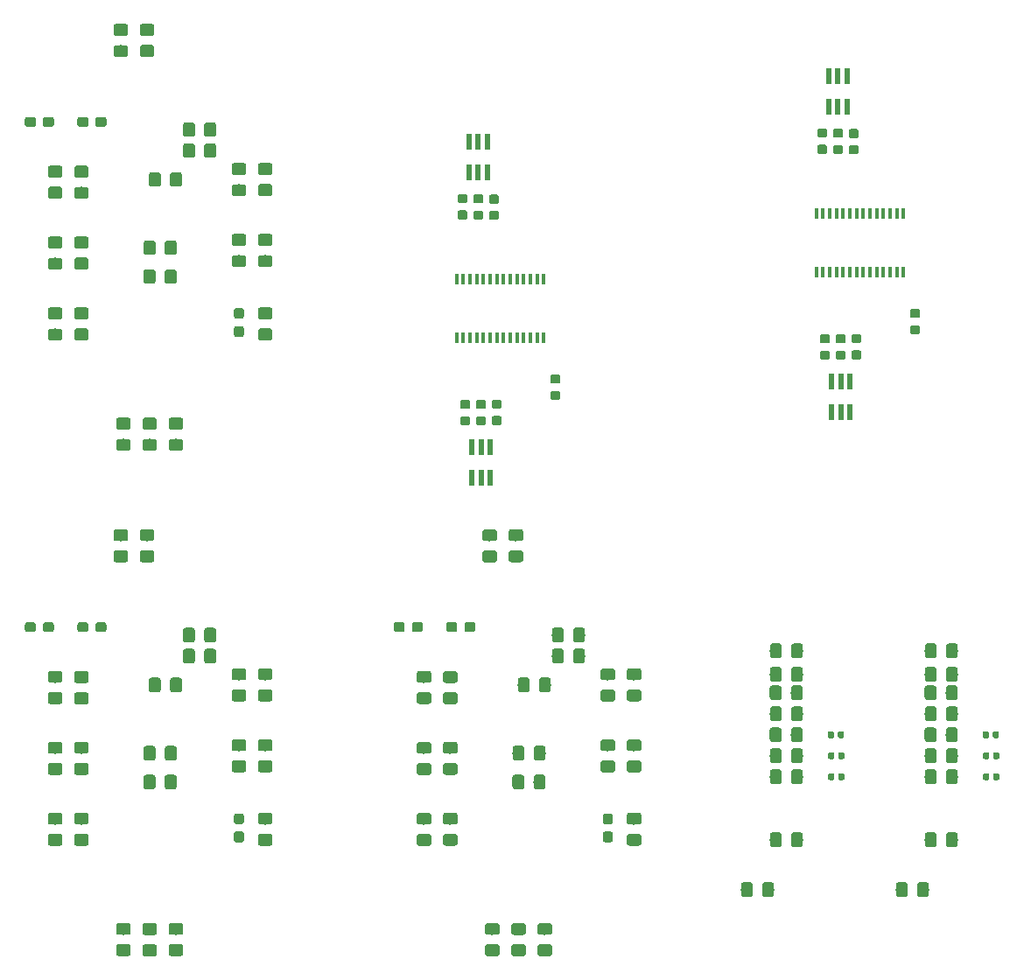
<source format=gbp>
G04 #@! TF.GenerationSoftware,KiCad,Pcbnew,5.0.2+dfsg1-1~bpo9+1*
G04 #@! TF.CreationDate,2020-01-19T21:42:18+01:00*
G04 #@! TF.ProjectId,PCB_I2C,5043425f-4932-4432-9e6b-696361645f70,V0-20*
G04 #@! TF.SameCoordinates,Original*
G04 #@! TF.FileFunction,Paste,Bot*
G04 #@! TF.FilePolarity,Positive*
%FSLAX46Y46*%
G04 Gerber Fmt 4.6, Leading zero omitted, Abs format (unit mm)*
G04 Created by KiCad (PCBNEW 5.0.2+dfsg1-1~bpo9+1) date dim. 19 janv. 2020 21:42:18 CET*
%MOMM*%
%LPD*%
G01*
G04 APERTURE LIST*
%ADD10C,0.100000*%
%ADD11C,1.150000*%
%ADD12C,0.950000*%
%ADD13C,0.590000*%
%ADD14C,0.875000*%
%ADD15R,0.400000X1.100000*%
%ADD16R,0.500000X1.600000*%
G04 APERTURE END LIST*
D10*
G04 #@! TO.C,R313*
G36*
X125823505Y-122489204D02*
X125847773Y-122492804D01*
X125871572Y-122498765D01*
X125894671Y-122507030D01*
X125916850Y-122517520D01*
X125937893Y-122530132D01*
X125957599Y-122544747D01*
X125975777Y-122561223D01*
X125992253Y-122579401D01*
X126006868Y-122599107D01*
X126019480Y-122620150D01*
X126029970Y-122642329D01*
X126038235Y-122665428D01*
X126044196Y-122689227D01*
X126047796Y-122713495D01*
X126049000Y-122737999D01*
X126049000Y-123388001D01*
X126047796Y-123412505D01*
X126044196Y-123436773D01*
X126038235Y-123460572D01*
X126029970Y-123483671D01*
X126019480Y-123505850D01*
X126006868Y-123526893D01*
X125992253Y-123546599D01*
X125975777Y-123564777D01*
X125957599Y-123581253D01*
X125937893Y-123595868D01*
X125916850Y-123608480D01*
X125894671Y-123618970D01*
X125871572Y-123627235D01*
X125847773Y-123633196D01*
X125823505Y-123636796D01*
X125799001Y-123638000D01*
X124898999Y-123638000D01*
X124874495Y-123636796D01*
X124850227Y-123633196D01*
X124826428Y-123627235D01*
X124803329Y-123618970D01*
X124781150Y-123608480D01*
X124760107Y-123595868D01*
X124740401Y-123581253D01*
X124722223Y-123564777D01*
X124705747Y-123546599D01*
X124691132Y-123526893D01*
X124678520Y-123505850D01*
X124668030Y-123483671D01*
X124659765Y-123460572D01*
X124653804Y-123436773D01*
X124650204Y-123412505D01*
X124649000Y-123388001D01*
X124649000Y-122737999D01*
X124650204Y-122713495D01*
X124653804Y-122689227D01*
X124659765Y-122665428D01*
X124668030Y-122642329D01*
X124678520Y-122620150D01*
X124691132Y-122599107D01*
X124705747Y-122579401D01*
X124722223Y-122561223D01*
X124740401Y-122544747D01*
X124760107Y-122530132D01*
X124781150Y-122517520D01*
X124803329Y-122507030D01*
X124826428Y-122498765D01*
X124850227Y-122492804D01*
X124874495Y-122489204D01*
X124898999Y-122488000D01*
X125799001Y-122488000D01*
X125823505Y-122489204D01*
X125823505Y-122489204D01*
G37*
D11*
X125349000Y-123063000D03*
D10*
G36*
X125823505Y-120439204D02*
X125847773Y-120442804D01*
X125871572Y-120448765D01*
X125894671Y-120457030D01*
X125916850Y-120467520D01*
X125937893Y-120480132D01*
X125957599Y-120494747D01*
X125975777Y-120511223D01*
X125992253Y-120529401D01*
X126006868Y-120549107D01*
X126019480Y-120570150D01*
X126029970Y-120592329D01*
X126038235Y-120615428D01*
X126044196Y-120639227D01*
X126047796Y-120663495D01*
X126049000Y-120687999D01*
X126049000Y-121338001D01*
X126047796Y-121362505D01*
X126044196Y-121386773D01*
X126038235Y-121410572D01*
X126029970Y-121433671D01*
X126019480Y-121455850D01*
X126006868Y-121476893D01*
X125992253Y-121496599D01*
X125975777Y-121514777D01*
X125957599Y-121531253D01*
X125937893Y-121545868D01*
X125916850Y-121558480D01*
X125894671Y-121568970D01*
X125871572Y-121577235D01*
X125847773Y-121583196D01*
X125823505Y-121586796D01*
X125799001Y-121588000D01*
X124898999Y-121588000D01*
X124874495Y-121586796D01*
X124850227Y-121583196D01*
X124826428Y-121577235D01*
X124803329Y-121568970D01*
X124781150Y-121558480D01*
X124760107Y-121545868D01*
X124740401Y-121531253D01*
X124722223Y-121514777D01*
X124705747Y-121496599D01*
X124691132Y-121476893D01*
X124678520Y-121455850D01*
X124668030Y-121433671D01*
X124659765Y-121410572D01*
X124653804Y-121386773D01*
X124650204Y-121362505D01*
X124649000Y-121338001D01*
X124649000Y-120687999D01*
X124650204Y-120663495D01*
X124653804Y-120639227D01*
X124659765Y-120615428D01*
X124668030Y-120592329D01*
X124678520Y-120570150D01*
X124691132Y-120549107D01*
X124705747Y-120529401D01*
X124722223Y-120511223D01*
X124740401Y-120494747D01*
X124760107Y-120480132D01*
X124781150Y-120467520D01*
X124803329Y-120457030D01*
X124826428Y-120448765D01*
X124850227Y-120442804D01*
X124874495Y-120439204D01*
X124898999Y-120438000D01*
X125799001Y-120438000D01*
X125823505Y-120439204D01*
X125823505Y-120439204D01*
G37*
D11*
X125349000Y-121013000D03*
G04 #@! TD*
D10*
G04 #@! TO.C,C301*
G36*
X134343505Y-120840204D02*
X134367773Y-120843804D01*
X134391572Y-120849765D01*
X134414671Y-120858030D01*
X134436850Y-120868520D01*
X134457893Y-120881132D01*
X134477599Y-120895747D01*
X134495777Y-120912223D01*
X134512253Y-120930401D01*
X134526868Y-120950107D01*
X134539480Y-120971150D01*
X134549970Y-120993329D01*
X134558235Y-121016428D01*
X134564196Y-121040227D01*
X134567796Y-121064495D01*
X134569000Y-121088999D01*
X134569000Y-121989001D01*
X134567796Y-122013505D01*
X134564196Y-122037773D01*
X134558235Y-122061572D01*
X134549970Y-122084671D01*
X134539480Y-122106850D01*
X134526868Y-122127893D01*
X134512253Y-122147599D01*
X134495777Y-122165777D01*
X134477599Y-122182253D01*
X134457893Y-122196868D01*
X134436850Y-122209480D01*
X134414671Y-122219970D01*
X134391572Y-122228235D01*
X134367773Y-122234196D01*
X134343505Y-122237796D01*
X134319001Y-122239000D01*
X133668999Y-122239000D01*
X133644495Y-122237796D01*
X133620227Y-122234196D01*
X133596428Y-122228235D01*
X133573329Y-122219970D01*
X133551150Y-122209480D01*
X133530107Y-122196868D01*
X133510401Y-122182253D01*
X133492223Y-122165777D01*
X133475747Y-122147599D01*
X133461132Y-122127893D01*
X133448520Y-122106850D01*
X133438030Y-122084671D01*
X133429765Y-122061572D01*
X133423804Y-122037773D01*
X133420204Y-122013505D01*
X133419000Y-121989001D01*
X133419000Y-121088999D01*
X133420204Y-121064495D01*
X133423804Y-121040227D01*
X133429765Y-121016428D01*
X133438030Y-120993329D01*
X133448520Y-120971150D01*
X133461132Y-120950107D01*
X133475747Y-120930401D01*
X133492223Y-120912223D01*
X133510401Y-120895747D01*
X133530107Y-120881132D01*
X133551150Y-120868520D01*
X133573329Y-120858030D01*
X133596428Y-120849765D01*
X133620227Y-120843804D01*
X133644495Y-120840204D01*
X133668999Y-120839000D01*
X134319001Y-120839000D01*
X134343505Y-120840204D01*
X134343505Y-120840204D01*
G37*
D11*
X133994000Y-121539000D03*
D10*
G36*
X132293505Y-120840204D02*
X132317773Y-120843804D01*
X132341572Y-120849765D01*
X132364671Y-120858030D01*
X132386850Y-120868520D01*
X132407893Y-120881132D01*
X132427599Y-120895747D01*
X132445777Y-120912223D01*
X132462253Y-120930401D01*
X132476868Y-120950107D01*
X132489480Y-120971150D01*
X132499970Y-120993329D01*
X132508235Y-121016428D01*
X132514196Y-121040227D01*
X132517796Y-121064495D01*
X132519000Y-121088999D01*
X132519000Y-121989001D01*
X132517796Y-122013505D01*
X132514196Y-122037773D01*
X132508235Y-122061572D01*
X132499970Y-122084671D01*
X132489480Y-122106850D01*
X132476868Y-122127893D01*
X132462253Y-122147599D01*
X132445777Y-122165777D01*
X132427599Y-122182253D01*
X132407893Y-122196868D01*
X132386850Y-122209480D01*
X132364671Y-122219970D01*
X132341572Y-122228235D01*
X132317773Y-122234196D01*
X132293505Y-122237796D01*
X132269001Y-122239000D01*
X131618999Y-122239000D01*
X131594495Y-122237796D01*
X131570227Y-122234196D01*
X131546428Y-122228235D01*
X131523329Y-122219970D01*
X131501150Y-122209480D01*
X131480107Y-122196868D01*
X131460401Y-122182253D01*
X131442223Y-122165777D01*
X131425747Y-122147599D01*
X131411132Y-122127893D01*
X131398520Y-122106850D01*
X131388030Y-122084671D01*
X131379765Y-122061572D01*
X131373804Y-122037773D01*
X131370204Y-122013505D01*
X131369000Y-121989001D01*
X131369000Y-121088999D01*
X131370204Y-121064495D01*
X131373804Y-121040227D01*
X131379765Y-121016428D01*
X131388030Y-120993329D01*
X131398520Y-120971150D01*
X131411132Y-120950107D01*
X131425747Y-120930401D01*
X131442223Y-120912223D01*
X131460401Y-120895747D01*
X131480107Y-120881132D01*
X131501150Y-120868520D01*
X131523329Y-120858030D01*
X131546428Y-120849765D01*
X131570227Y-120843804D01*
X131594495Y-120840204D01*
X131618999Y-120839000D01*
X132269001Y-120839000D01*
X132293505Y-120840204D01*
X132293505Y-120840204D01*
G37*
D11*
X131944000Y-121539000D03*
G04 #@! TD*
D10*
G04 #@! TO.C,R314*
G36*
X123283505Y-129356204D02*
X123307773Y-129359804D01*
X123331572Y-129365765D01*
X123354671Y-129374030D01*
X123376850Y-129384520D01*
X123397893Y-129397132D01*
X123417599Y-129411747D01*
X123435777Y-129428223D01*
X123452253Y-129446401D01*
X123466868Y-129466107D01*
X123479480Y-129487150D01*
X123489970Y-129509329D01*
X123498235Y-129532428D01*
X123504196Y-129556227D01*
X123507796Y-129580495D01*
X123509000Y-129604999D01*
X123509000Y-130255001D01*
X123507796Y-130279505D01*
X123504196Y-130303773D01*
X123498235Y-130327572D01*
X123489970Y-130350671D01*
X123479480Y-130372850D01*
X123466868Y-130393893D01*
X123452253Y-130413599D01*
X123435777Y-130431777D01*
X123417599Y-130448253D01*
X123397893Y-130462868D01*
X123376850Y-130475480D01*
X123354671Y-130485970D01*
X123331572Y-130494235D01*
X123307773Y-130500196D01*
X123283505Y-130503796D01*
X123259001Y-130505000D01*
X122358999Y-130505000D01*
X122334495Y-130503796D01*
X122310227Y-130500196D01*
X122286428Y-130494235D01*
X122263329Y-130485970D01*
X122241150Y-130475480D01*
X122220107Y-130462868D01*
X122200401Y-130448253D01*
X122182223Y-130431777D01*
X122165747Y-130413599D01*
X122151132Y-130393893D01*
X122138520Y-130372850D01*
X122128030Y-130350671D01*
X122119765Y-130327572D01*
X122113804Y-130303773D01*
X122110204Y-130279505D01*
X122109000Y-130255001D01*
X122109000Y-129604999D01*
X122110204Y-129580495D01*
X122113804Y-129556227D01*
X122119765Y-129532428D01*
X122128030Y-129509329D01*
X122138520Y-129487150D01*
X122151132Y-129466107D01*
X122165747Y-129446401D01*
X122182223Y-129428223D01*
X122200401Y-129411747D01*
X122220107Y-129397132D01*
X122241150Y-129384520D01*
X122263329Y-129374030D01*
X122286428Y-129365765D01*
X122310227Y-129359804D01*
X122334495Y-129356204D01*
X122358999Y-129355000D01*
X123259001Y-129355000D01*
X123283505Y-129356204D01*
X123283505Y-129356204D01*
G37*
D11*
X122809000Y-129930000D03*
D10*
G36*
X123283505Y-127306204D02*
X123307773Y-127309804D01*
X123331572Y-127315765D01*
X123354671Y-127324030D01*
X123376850Y-127334520D01*
X123397893Y-127347132D01*
X123417599Y-127361747D01*
X123435777Y-127378223D01*
X123452253Y-127396401D01*
X123466868Y-127416107D01*
X123479480Y-127437150D01*
X123489970Y-127459329D01*
X123498235Y-127482428D01*
X123504196Y-127506227D01*
X123507796Y-127530495D01*
X123509000Y-127554999D01*
X123509000Y-128205001D01*
X123507796Y-128229505D01*
X123504196Y-128253773D01*
X123498235Y-128277572D01*
X123489970Y-128300671D01*
X123479480Y-128322850D01*
X123466868Y-128343893D01*
X123452253Y-128363599D01*
X123435777Y-128381777D01*
X123417599Y-128398253D01*
X123397893Y-128412868D01*
X123376850Y-128425480D01*
X123354671Y-128435970D01*
X123331572Y-128444235D01*
X123307773Y-128450196D01*
X123283505Y-128453796D01*
X123259001Y-128455000D01*
X122358999Y-128455000D01*
X122334495Y-128453796D01*
X122310227Y-128450196D01*
X122286428Y-128444235D01*
X122263329Y-128435970D01*
X122241150Y-128425480D01*
X122220107Y-128412868D01*
X122200401Y-128398253D01*
X122182223Y-128381777D01*
X122165747Y-128363599D01*
X122151132Y-128343893D01*
X122138520Y-128322850D01*
X122128030Y-128300671D01*
X122119765Y-128277572D01*
X122113804Y-128253773D01*
X122110204Y-128229505D01*
X122109000Y-128205001D01*
X122109000Y-127554999D01*
X122110204Y-127530495D01*
X122113804Y-127506227D01*
X122119765Y-127482428D01*
X122128030Y-127459329D01*
X122138520Y-127437150D01*
X122151132Y-127416107D01*
X122165747Y-127396401D01*
X122182223Y-127378223D01*
X122200401Y-127361747D01*
X122220107Y-127347132D01*
X122241150Y-127334520D01*
X122263329Y-127324030D01*
X122286428Y-127315765D01*
X122310227Y-127309804D01*
X122334495Y-127306204D01*
X122358999Y-127305000D01*
X123259001Y-127305000D01*
X123283505Y-127306204D01*
X123283505Y-127306204D01*
G37*
D11*
X122809000Y-127880000D03*
G04 #@! TD*
D10*
G04 #@! TO.C,R316*
G36*
X143603505Y-127297204D02*
X143627773Y-127300804D01*
X143651572Y-127306765D01*
X143674671Y-127315030D01*
X143696850Y-127325520D01*
X143717893Y-127338132D01*
X143737599Y-127352747D01*
X143755777Y-127369223D01*
X143772253Y-127387401D01*
X143786868Y-127407107D01*
X143799480Y-127428150D01*
X143809970Y-127450329D01*
X143818235Y-127473428D01*
X143824196Y-127497227D01*
X143827796Y-127521495D01*
X143829000Y-127545999D01*
X143829000Y-128196001D01*
X143827796Y-128220505D01*
X143824196Y-128244773D01*
X143818235Y-128268572D01*
X143809970Y-128291671D01*
X143799480Y-128313850D01*
X143786868Y-128334893D01*
X143772253Y-128354599D01*
X143755777Y-128372777D01*
X143737599Y-128389253D01*
X143717893Y-128403868D01*
X143696850Y-128416480D01*
X143674671Y-128426970D01*
X143651572Y-128435235D01*
X143627773Y-128441196D01*
X143603505Y-128444796D01*
X143579001Y-128446000D01*
X142678999Y-128446000D01*
X142654495Y-128444796D01*
X142630227Y-128441196D01*
X142606428Y-128435235D01*
X142583329Y-128426970D01*
X142561150Y-128416480D01*
X142540107Y-128403868D01*
X142520401Y-128389253D01*
X142502223Y-128372777D01*
X142485747Y-128354599D01*
X142471132Y-128334893D01*
X142458520Y-128313850D01*
X142448030Y-128291671D01*
X142439765Y-128268572D01*
X142433804Y-128244773D01*
X142430204Y-128220505D01*
X142429000Y-128196001D01*
X142429000Y-127545999D01*
X142430204Y-127521495D01*
X142433804Y-127497227D01*
X142439765Y-127473428D01*
X142448030Y-127450329D01*
X142458520Y-127428150D01*
X142471132Y-127407107D01*
X142485747Y-127387401D01*
X142502223Y-127369223D01*
X142520401Y-127352747D01*
X142540107Y-127338132D01*
X142561150Y-127325520D01*
X142583329Y-127315030D01*
X142606428Y-127306765D01*
X142630227Y-127300804D01*
X142654495Y-127297204D01*
X142678999Y-127296000D01*
X143579001Y-127296000D01*
X143603505Y-127297204D01*
X143603505Y-127297204D01*
G37*
D11*
X143129000Y-127871000D03*
D10*
G36*
X143603505Y-129347204D02*
X143627773Y-129350804D01*
X143651572Y-129356765D01*
X143674671Y-129365030D01*
X143696850Y-129375520D01*
X143717893Y-129388132D01*
X143737599Y-129402747D01*
X143755777Y-129419223D01*
X143772253Y-129437401D01*
X143786868Y-129457107D01*
X143799480Y-129478150D01*
X143809970Y-129500329D01*
X143818235Y-129523428D01*
X143824196Y-129547227D01*
X143827796Y-129571495D01*
X143829000Y-129595999D01*
X143829000Y-130246001D01*
X143827796Y-130270505D01*
X143824196Y-130294773D01*
X143818235Y-130318572D01*
X143809970Y-130341671D01*
X143799480Y-130363850D01*
X143786868Y-130384893D01*
X143772253Y-130404599D01*
X143755777Y-130422777D01*
X143737599Y-130439253D01*
X143717893Y-130453868D01*
X143696850Y-130466480D01*
X143674671Y-130476970D01*
X143651572Y-130485235D01*
X143627773Y-130491196D01*
X143603505Y-130494796D01*
X143579001Y-130496000D01*
X142678999Y-130496000D01*
X142654495Y-130494796D01*
X142630227Y-130491196D01*
X142606428Y-130485235D01*
X142583329Y-130476970D01*
X142561150Y-130466480D01*
X142540107Y-130453868D01*
X142520401Y-130439253D01*
X142502223Y-130422777D01*
X142485747Y-130404599D01*
X142471132Y-130384893D01*
X142458520Y-130363850D01*
X142448030Y-130341671D01*
X142439765Y-130318572D01*
X142433804Y-130294773D01*
X142430204Y-130270505D01*
X142429000Y-130246001D01*
X142429000Y-129595999D01*
X142430204Y-129571495D01*
X142433804Y-129547227D01*
X142439765Y-129523428D01*
X142448030Y-129500329D01*
X142458520Y-129478150D01*
X142471132Y-129457107D01*
X142485747Y-129437401D01*
X142502223Y-129419223D01*
X142520401Y-129402747D01*
X142540107Y-129388132D01*
X142561150Y-129375520D01*
X142583329Y-129365030D01*
X142606428Y-129356765D01*
X142630227Y-129350804D01*
X142654495Y-129347204D01*
X142678999Y-129346000D01*
X143579001Y-129346000D01*
X143603505Y-129347204D01*
X143603505Y-129347204D01*
G37*
D11*
X143129000Y-129921000D03*
G04 #@! TD*
D10*
G04 #@! TO.C,R315*
G36*
X125823505Y-127297204D02*
X125847773Y-127300804D01*
X125871572Y-127306765D01*
X125894671Y-127315030D01*
X125916850Y-127325520D01*
X125937893Y-127338132D01*
X125957599Y-127352747D01*
X125975777Y-127369223D01*
X125992253Y-127387401D01*
X126006868Y-127407107D01*
X126019480Y-127428150D01*
X126029970Y-127450329D01*
X126038235Y-127473428D01*
X126044196Y-127497227D01*
X126047796Y-127521495D01*
X126049000Y-127545999D01*
X126049000Y-128196001D01*
X126047796Y-128220505D01*
X126044196Y-128244773D01*
X126038235Y-128268572D01*
X126029970Y-128291671D01*
X126019480Y-128313850D01*
X126006868Y-128334893D01*
X125992253Y-128354599D01*
X125975777Y-128372777D01*
X125957599Y-128389253D01*
X125937893Y-128403868D01*
X125916850Y-128416480D01*
X125894671Y-128426970D01*
X125871572Y-128435235D01*
X125847773Y-128441196D01*
X125823505Y-128444796D01*
X125799001Y-128446000D01*
X124898999Y-128446000D01*
X124874495Y-128444796D01*
X124850227Y-128441196D01*
X124826428Y-128435235D01*
X124803329Y-128426970D01*
X124781150Y-128416480D01*
X124760107Y-128403868D01*
X124740401Y-128389253D01*
X124722223Y-128372777D01*
X124705747Y-128354599D01*
X124691132Y-128334893D01*
X124678520Y-128313850D01*
X124668030Y-128291671D01*
X124659765Y-128268572D01*
X124653804Y-128244773D01*
X124650204Y-128220505D01*
X124649000Y-128196001D01*
X124649000Y-127545999D01*
X124650204Y-127521495D01*
X124653804Y-127497227D01*
X124659765Y-127473428D01*
X124668030Y-127450329D01*
X124678520Y-127428150D01*
X124691132Y-127407107D01*
X124705747Y-127387401D01*
X124722223Y-127369223D01*
X124740401Y-127352747D01*
X124760107Y-127338132D01*
X124781150Y-127325520D01*
X124803329Y-127315030D01*
X124826428Y-127306765D01*
X124850227Y-127300804D01*
X124874495Y-127297204D01*
X124898999Y-127296000D01*
X125799001Y-127296000D01*
X125823505Y-127297204D01*
X125823505Y-127297204D01*
G37*
D11*
X125349000Y-127871000D03*
D10*
G36*
X125823505Y-129347204D02*
X125847773Y-129350804D01*
X125871572Y-129356765D01*
X125894671Y-129365030D01*
X125916850Y-129375520D01*
X125937893Y-129388132D01*
X125957599Y-129402747D01*
X125975777Y-129419223D01*
X125992253Y-129437401D01*
X126006868Y-129457107D01*
X126019480Y-129478150D01*
X126029970Y-129500329D01*
X126038235Y-129523428D01*
X126044196Y-129547227D01*
X126047796Y-129571495D01*
X126049000Y-129595999D01*
X126049000Y-130246001D01*
X126047796Y-130270505D01*
X126044196Y-130294773D01*
X126038235Y-130318572D01*
X126029970Y-130341671D01*
X126019480Y-130363850D01*
X126006868Y-130384893D01*
X125992253Y-130404599D01*
X125975777Y-130422777D01*
X125957599Y-130439253D01*
X125937893Y-130453868D01*
X125916850Y-130466480D01*
X125894671Y-130476970D01*
X125871572Y-130485235D01*
X125847773Y-130491196D01*
X125823505Y-130494796D01*
X125799001Y-130496000D01*
X124898999Y-130496000D01*
X124874495Y-130494796D01*
X124850227Y-130491196D01*
X124826428Y-130485235D01*
X124803329Y-130476970D01*
X124781150Y-130466480D01*
X124760107Y-130453868D01*
X124740401Y-130439253D01*
X124722223Y-130422777D01*
X124705747Y-130404599D01*
X124691132Y-130384893D01*
X124678520Y-130363850D01*
X124668030Y-130341671D01*
X124659765Y-130318572D01*
X124653804Y-130294773D01*
X124650204Y-130270505D01*
X124649000Y-130246001D01*
X124649000Y-129595999D01*
X124650204Y-129571495D01*
X124653804Y-129547227D01*
X124659765Y-129523428D01*
X124668030Y-129500329D01*
X124678520Y-129478150D01*
X124691132Y-129457107D01*
X124705747Y-129437401D01*
X124722223Y-129419223D01*
X124740401Y-129402747D01*
X124760107Y-129388132D01*
X124781150Y-129375520D01*
X124803329Y-129365030D01*
X124826428Y-129356765D01*
X124850227Y-129350804D01*
X124874495Y-129347204D01*
X124898999Y-129346000D01*
X125799001Y-129346000D01*
X125823505Y-129347204D01*
X125823505Y-129347204D01*
G37*
D11*
X125349000Y-129921000D03*
G04 #@! TD*
D10*
G04 #@! TO.C,R320*
G36*
X143603505Y-113327204D02*
X143627773Y-113330804D01*
X143651572Y-113336765D01*
X143674671Y-113345030D01*
X143696850Y-113355520D01*
X143717893Y-113368132D01*
X143737599Y-113382747D01*
X143755777Y-113399223D01*
X143772253Y-113417401D01*
X143786868Y-113437107D01*
X143799480Y-113458150D01*
X143809970Y-113480329D01*
X143818235Y-113503428D01*
X143824196Y-113527227D01*
X143827796Y-113551495D01*
X143829000Y-113575999D01*
X143829000Y-114226001D01*
X143827796Y-114250505D01*
X143824196Y-114274773D01*
X143818235Y-114298572D01*
X143809970Y-114321671D01*
X143799480Y-114343850D01*
X143786868Y-114364893D01*
X143772253Y-114384599D01*
X143755777Y-114402777D01*
X143737599Y-114419253D01*
X143717893Y-114433868D01*
X143696850Y-114446480D01*
X143674671Y-114456970D01*
X143651572Y-114465235D01*
X143627773Y-114471196D01*
X143603505Y-114474796D01*
X143579001Y-114476000D01*
X142678999Y-114476000D01*
X142654495Y-114474796D01*
X142630227Y-114471196D01*
X142606428Y-114465235D01*
X142583329Y-114456970D01*
X142561150Y-114446480D01*
X142540107Y-114433868D01*
X142520401Y-114419253D01*
X142502223Y-114402777D01*
X142485747Y-114384599D01*
X142471132Y-114364893D01*
X142458520Y-114343850D01*
X142448030Y-114321671D01*
X142439765Y-114298572D01*
X142433804Y-114274773D01*
X142430204Y-114250505D01*
X142429000Y-114226001D01*
X142429000Y-113575999D01*
X142430204Y-113551495D01*
X142433804Y-113527227D01*
X142439765Y-113503428D01*
X142448030Y-113480329D01*
X142458520Y-113458150D01*
X142471132Y-113437107D01*
X142485747Y-113417401D01*
X142502223Y-113399223D01*
X142520401Y-113382747D01*
X142540107Y-113368132D01*
X142561150Y-113355520D01*
X142583329Y-113345030D01*
X142606428Y-113336765D01*
X142630227Y-113330804D01*
X142654495Y-113327204D01*
X142678999Y-113326000D01*
X143579001Y-113326000D01*
X143603505Y-113327204D01*
X143603505Y-113327204D01*
G37*
D11*
X143129000Y-113901000D03*
D10*
G36*
X143603505Y-115377204D02*
X143627773Y-115380804D01*
X143651572Y-115386765D01*
X143674671Y-115395030D01*
X143696850Y-115405520D01*
X143717893Y-115418132D01*
X143737599Y-115432747D01*
X143755777Y-115449223D01*
X143772253Y-115467401D01*
X143786868Y-115487107D01*
X143799480Y-115508150D01*
X143809970Y-115530329D01*
X143818235Y-115553428D01*
X143824196Y-115577227D01*
X143827796Y-115601495D01*
X143829000Y-115625999D01*
X143829000Y-116276001D01*
X143827796Y-116300505D01*
X143824196Y-116324773D01*
X143818235Y-116348572D01*
X143809970Y-116371671D01*
X143799480Y-116393850D01*
X143786868Y-116414893D01*
X143772253Y-116434599D01*
X143755777Y-116452777D01*
X143737599Y-116469253D01*
X143717893Y-116483868D01*
X143696850Y-116496480D01*
X143674671Y-116506970D01*
X143651572Y-116515235D01*
X143627773Y-116521196D01*
X143603505Y-116524796D01*
X143579001Y-116526000D01*
X142678999Y-116526000D01*
X142654495Y-116524796D01*
X142630227Y-116521196D01*
X142606428Y-116515235D01*
X142583329Y-116506970D01*
X142561150Y-116496480D01*
X142540107Y-116483868D01*
X142520401Y-116469253D01*
X142502223Y-116452777D01*
X142485747Y-116434599D01*
X142471132Y-116414893D01*
X142458520Y-116393850D01*
X142448030Y-116371671D01*
X142439765Y-116348572D01*
X142433804Y-116324773D01*
X142430204Y-116300505D01*
X142429000Y-116276001D01*
X142429000Y-115625999D01*
X142430204Y-115601495D01*
X142433804Y-115577227D01*
X142439765Y-115553428D01*
X142448030Y-115530329D01*
X142458520Y-115508150D01*
X142471132Y-115487107D01*
X142485747Y-115467401D01*
X142502223Y-115449223D01*
X142520401Y-115432747D01*
X142540107Y-115418132D01*
X142561150Y-115405520D01*
X142583329Y-115395030D01*
X142606428Y-115386765D01*
X142630227Y-115380804D01*
X142654495Y-115377204D01*
X142678999Y-115376000D01*
X143579001Y-115376000D01*
X143603505Y-115377204D01*
X143603505Y-115377204D01*
G37*
D11*
X143129000Y-115951000D03*
G04 #@! TD*
D10*
G04 #@! TO.C,R318*
G36*
X143603505Y-122244204D02*
X143627773Y-122247804D01*
X143651572Y-122253765D01*
X143674671Y-122262030D01*
X143696850Y-122272520D01*
X143717893Y-122285132D01*
X143737599Y-122299747D01*
X143755777Y-122316223D01*
X143772253Y-122334401D01*
X143786868Y-122354107D01*
X143799480Y-122375150D01*
X143809970Y-122397329D01*
X143818235Y-122420428D01*
X143824196Y-122444227D01*
X143827796Y-122468495D01*
X143829000Y-122492999D01*
X143829000Y-123143001D01*
X143827796Y-123167505D01*
X143824196Y-123191773D01*
X143818235Y-123215572D01*
X143809970Y-123238671D01*
X143799480Y-123260850D01*
X143786868Y-123281893D01*
X143772253Y-123301599D01*
X143755777Y-123319777D01*
X143737599Y-123336253D01*
X143717893Y-123350868D01*
X143696850Y-123363480D01*
X143674671Y-123373970D01*
X143651572Y-123382235D01*
X143627773Y-123388196D01*
X143603505Y-123391796D01*
X143579001Y-123393000D01*
X142678999Y-123393000D01*
X142654495Y-123391796D01*
X142630227Y-123388196D01*
X142606428Y-123382235D01*
X142583329Y-123373970D01*
X142561150Y-123363480D01*
X142540107Y-123350868D01*
X142520401Y-123336253D01*
X142502223Y-123319777D01*
X142485747Y-123301599D01*
X142471132Y-123281893D01*
X142458520Y-123260850D01*
X142448030Y-123238671D01*
X142439765Y-123215572D01*
X142433804Y-123191773D01*
X142430204Y-123167505D01*
X142429000Y-123143001D01*
X142429000Y-122492999D01*
X142430204Y-122468495D01*
X142433804Y-122444227D01*
X142439765Y-122420428D01*
X142448030Y-122397329D01*
X142458520Y-122375150D01*
X142471132Y-122354107D01*
X142485747Y-122334401D01*
X142502223Y-122316223D01*
X142520401Y-122299747D01*
X142540107Y-122285132D01*
X142561150Y-122272520D01*
X142583329Y-122262030D01*
X142606428Y-122253765D01*
X142630227Y-122247804D01*
X142654495Y-122244204D01*
X142678999Y-122243000D01*
X143579001Y-122243000D01*
X143603505Y-122244204D01*
X143603505Y-122244204D01*
G37*
D11*
X143129000Y-122818000D03*
D10*
G36*
X143603505Y-120194204D02*
X143627773Y-120197804D01*
X143651572Y-120203765D01*
X143674671Y-120212030D01*
X143696850Y-120222520D01*
X143717893Y-120235132D01*
X143737599Y-120249747D01*
X143755777Y-120266223D01*
X143772253Y-120284401D01*
X143786868Y-120304107D01*
X143799480Y-120325150D01*
X143809970Y-120347329D01*
X143818235Y-120370428D01*
X143824196Y-120394227D01*
X143827796Y-120418495D01*
X143829000Y-120442999D01*
X143829000Y-121093001D01*
X143827796Y-121117505D01*
X143824196Y-121141773D01*
X143818235Y-121165572D01*
X143809970Y-121188671D01*
X143799480Y-121210850D01*
X143786868Y-121231893D01*
X143772253Y-121251599D01*
X143755777Y-121269777D01*
X143737599Y-121286253D01*
X143717893Y-121300868D01*
X143696850Y-121313480D01*
X143674671Y-121323970D01*
X143651572Y-121332235D01*
X143627773Y-121338196D01*
X143603505Y-121341796D01*
X143579001Y-121343000D01*
X142678999Y-121343000D01*
X142654495Y-121341796D01*
X142630227Y-121338196D01*
X142606428Y-121332235D01*
X142583329Y-121323970D01*
X142561150Y-121313480D01*
X142540107Y-121300868D01*
X142520401Y-121286253D01*
X142502223Y-121269777D01*
X142485747Y-121251599D01*
X142471132Y-121231893D01*
X142458520Y-121210850D01*
X142448030Y-121188671D01*
X142439765Y-121165572D01*
X142433804Y-121141773D01*
X142430204Y-121117505D01*
X142429000Y-121093001D01*
X142429000Y-120442999D01*
X142430204Y-120418495D01*
X142433804Y-120394227D01*
X142439765Y-120370428D01*
X142448030Y-120347329D01*
X142458520Y-120325150D01*
X142471132Y-120304107D01*
X142485747Y-120284401D01*
X142502223Y-120266223D01*
X142520401Y-120249747D01*
X142540107Y-120235132D01*
X142561150Y-120222520D01*
X142583329Y-120212030D01*
X142606428Y-120203765D01*
X142630227Y-120197804D01*
X142654495Y-120194204D01*
X142678999Y-120193000D01*
X143579001Y-120193000D01*
X143603505Y-120194204D01*
X143603505Y-120194204D01*
G37*
D11*
X143129000Y-120768000D03*
G04 #@! TD*
D10*
G04 #@! TO.C,R303*
G36*
X134851505Y-114236204D02*
X134875773Y-114239804D01*
X134899572Y-114245765D01*
X134922671Y-114254030D01*
X134944850Y-114264520D01*
X134965893Y-114277132D01*
X134985599Y-114291747D01*
X135003777Y-114308223D01*
X135020253Y-114326401D01*
X135034868Y-114346107D01*
X135047480Y-114367150D01*
X135057970Y-114389329D01*
X135066235Y-114412428D01*
X135072196Y-114436227D01*
X135075796Y-114460495D01*
X135077000Y-114484999D01*
X135077000Y-115385001D01*
X135075796Y-115409505D01*
X135072196Y-115433773D01*
X135066235Y-115457572D01*
X135057970Y-115480671D01*
X135047480Y-115502850D01*
X135034868Y-115523893D01*
X135020253Y-115543599D01*
X135003777Y-115561777D01*
X134985599Y-115578253D01*
X134965893Y-115592868D01*
X134944850Y-115605480D01*
X134922671Y-115615970D01*
X134899572Y-115624235D01*
X134875773Y-115630196D01*
X134851505Y-115633796D01*
X134827001Y-115635000D01*
X134176999Y-115635000D01*
X134152495Y-115633796D01*
X134128227Y-115630196D01*
X134104428Y-115624235D01*
X134081329Y-115615970D01*
X134059150Y-115605480D01*
X134038107Y-115592868D01*
X134018401Y-115578253D01*
X134000223Y-115561777D01*
X133983747Y-115543599D01*
X133969132Y-115523893D01*
X133956520Y-115502850D01*
X133946030Y-115480671D01*
X133937765Y-115457572D01*
X133931804Y-115433773D01*
X133928204Y-115409505D01*
X133927000Y-115385001D01*
X133927000Y-114484999D01*
X133928204Y-114460495D01*
X133931804Y-114436227D01*
X133937765Y-114412428D01*
X133946030Y-114389329D01*
X133956520Y-114367150D01*
X133969132Y-114346107D01*
X133983747Y-114326401D01*
X134000223Y-114308223D01*
X134018401Y-114291747D01*
X134038107Y-114277132D01*
X134059150Y-114264520D01*
X134081329Y-114254030D01*
X134104428Y-114245765D01*
X134128227Y-114239804D01*
X134152495Y-114236204D01*
X134176999Y-114235000D01*
X134827001Y-114235000D01*
X134851505Y-114236204D01*
X134851505Y-114236204D01*
G37*
D11*
X134502000Y-114935000D03*
D10*
G36*
X132801505Y-114236204D02*
X132825773Y-114239804D01*
X132849572Y-114245765D01*
X132872671Y-114254030D01*
X132894850Y-114264520D01*
X132915893Y-114277132D01*
X132935599Y-114291747D01*
X132953777Y-114308223D01*
X132970253Y-114326401D01*
X132984868Y-114346107D01*
X132997480Y-114367150D01*
X133007970Y-114389329D01*
X133016235Y-114412428D01*
X133022196Y-114436227D01*
X133025796Y-114460495D01*
X133027000Y-114484999D01*
X133027000Y-115385001D01*
X133025796Y-115409505D01*
X133022196Y-115433773D01*
X133016235Y-115457572D01*
X133007970Y-115480671D01*
X132997480Y-115502850D01*
X132984868Y-115523893D01*
X132970253Y-115543599D01*
X132953777Y-115561777D01*
X132935599Y-115578253D01*
X132915893Y-115592868D01*
X132894850Y-115605480D01*
X132872671Y-115615970D01*
X132849572Y-115624235D01*
X132825773Y-115630196D01*
X132801505Y-115633796D01*
X132777001Y-115635000D01*
X132126999Y-115635000D01*
X132102495Y-115633796D01*
X132078227Y-115630196D01*
X132054428Y-115624235D01*
X132031329Y-115615970D01*
X132009150Y-115605480D01*
X131988107Y-115592868D01*
X131968401Y-115578253D01*
X131950223Y-115561777D01*
X131933747Y-115543599D01*
X131919132Y-115523893D01*
X131906520Y-115502850D01*
X131896030Y-115480671D01*
X131887765Y-115457572D01*
X131881804Y-115433773D01*
X131878204Y-115409505D01*
X131877000Y-115385001D01*
X131877000Y-114484999D01*
X131878204Y-114460495D01*
X131881804Y-114436227D01*
X131887765Y-114412428D01*
X131896030Y-114389329D01*
X131906520Y-114367150D01*
X131919132Y-114346107D01*
X131933747Y-114326401D01*
X131950223Y-114308223D01*
X131968401Y-114291747D01*
X131988107Y-114277132D01*
X132009150Y-114264520D01*
X132031329Y-114254030D01*
X132054428Y-114245765D01*
X132078227Y-114239804D01*
X132102495Y-114236204D01*
X132126999Y-114235000D01*
X132777001Y-114235000D01*
X132801505Y-114236204D01*
X132801505Y-114236204D01*
G37*
D11*
X132452000Y-114935000D03*
G04 #@! TD*
D10*
G04 #@! TO.C,R312*
G36*
X123283505Y-120448204D02*
X123307773Y-120451804D01*
X123331572Y-120457765D01*
X123354671Y-120466030D01*
X123376850Y-120476520D01*
X123397893Y-120489132D01*
X123417599Y-120503747D01*
X123435777Y-120520223D01*
X123452253Y-120538401D01*
X123466868Y-120558107D01*
X123479480Y-120579150D01*
X123489970Y-120601329D01*
X123498235Y-120624428D01*
X123504196Y-120648227D01*
X123507796Y-120672495D01*
X123509000Y-120696999D01*
X123509000Y-121347001D01*
X123507796Y-121371505D01*
X123504196Y-121395773D01*
X123498235Y-121419572D01*
X123489970Y-121442671D01*
X123479480Y-121464850D01*
X123466868Y-121485893D01*
X123452253Y-121505599D01*
X123435777Y-121523777D01*
X123417599Y-121540253D01*
X123397893Y-121554868D01*
X123376850Y-121567480D01*
X123354671Y-121577970D01*
X123331572Y-121586235D01*
X123307773Y-121592196D01*
X123283505Y-121595796D01*
X123259001Y-121597000D01*
X122358999Y-121597000D01*
X122334495Y-121595796D01*
X122310227Y-121592196D01*
X122286428Y-121586235D01*
X122263329Y-121577970D01*
X122241150Y-121567480D01*
X122220107Y-121554868D01*
X122200401Y-121540253D01*
X122182223Y-121523777D01*
X122165747Y-121505599D01*
X122151132Y-121485893D01*
X122138520Y-121464850D01*
X122128030Y-121442671D01*
X122119765Y-121419572D01*
X122113804Y-121395773D01*
X122110204Y-121371505D01*
X122109000Y-121347001D01*
X122109000Y-120696999D01*
X122110204Y-120672495D01*
X122113804Y-120648227D01*
X122119765Y-120624428D01*
X122128030Y-120601329D01*
X122138520Y-120579150D01*
X122151132Y-120558107D01*
X122165747Y-120538401D01*
X122182223Y-120520223D01*
X122200401Y-120503747D01*
X122220107Y-120489132D01*
X122241150Y-120476520D01*
X122263329Y-120466030D01*
X122286428Y-120457765D01*
X122310227Y-120451804D01*
X122334495Y-120448204D01*
X122358999Y-120447000D01*
X123259001Y-120447000D01*
X123283505Y-120448204D01*
X123283505Y-120448204D01*
G37*
D11*
X122809000Y-121022000D03*
D10*
G36*
X123283505Y-122498204D02*
X123307773Y-122501804D01*
X123331572Y-122507765D01*
X123354671Y-122516030D01*
X123376850Y-122526520D01*
X123397893Y-122539132D01*
X123417599Y-122553747D01*
X123435777Y-122570223D01*
X123452253Y-122588401D01*
X123466868Y-122608107D01*
X123479480Y-122629150D01*
X123489970Y-122651329D01*
X123498235Y-122674428D01*
X123504196Y-122698227D01*
X123507796Y-122722495D01*
X123509000Y-122746999D01*
X123509000Y-123397001D01*
X123507796Y-123421505D01*
X123504196Y-123445773D01*
X123498235Y-123469572D01*
X123489970Y-123492671D01*
X123479480Y-123514850D01*
X123466868Y-123535893D01*
X123452253Y-123555599D01*
X123435777Y-123573777D01*
X123417599Y-123590253D01*
X123397893Y-123604868D01*
X123376850Y-123617480D01*
X123354671Y-123627970D01*
X123331572Y-123636235D01*
X123307773Y-123642196D01*
X123283505Y-123645796D01*
X123259001Y-123647000D01*
X122358999Y-123647000D01*
X122334495Y-123645796D01*
X122310227Y-123642196D01*
X122286428Y-123636235D01*
X122263329Y-123627970D01*
X122241150Y-123617480D01*
X122220107Y-123604868D01*
X122200401Y-123590253D01*
X122182223Y-123573777D01*
X122165747Y-123555599D01*
X122151132Y-123535893D01*
X122138520Y-123514850D01*
X122128030Y-123492671D01*
X122119765Y-123469572D01*
X122113804Y-123445773D01*
X122110204Y-123421505D01*
X122109000Y-123397001D01*
X122109000Y-122746999D01*
X122110204Y-122722495D01*
X122113804Y-122698227D01*
X122119765Y-122674428D01*
X122128030Y-122651329D01*
X122138520Y-122629150D01*
X122151132Y-122608107D01*
X122165747Y-122588401D01*
X122182223Y-122570223D01*
X122200401Y-122553747D01*
X122220107Y-122539132D01*
X122241150Y-122526520D01*
X122263329Y-122516030D01*
X122286428Y-122507765D01*
X122310227Y-122501804D01*
X122334495Y-122498204D01*
X122358999Y-122497000D01*
X123259001Y-122497000D01*
X123283505Y-122498204D01*
X123283505Y-122498204D01*
G37*
D11*
X122809000Y-123072000D03*
G04 #@! TD*
D10*
G04 #@! TO.C,R309*
G36*
X125800779Y-108873144D02*
X125823834Y-108876563D01*
X125846443Y-108882227D01*
X125868387Y-108890079D01*
X125889457Y-108900044D01*
X125909448Y-108912026D01*
X125928168Y-108925910D01*
X125945438Y-108941562D01*
X125961090Y-108958832D01*
X125974974Y-108977552D01*
X125986956Y-108997543D01*
X125996921Y-109018613D01*
X126004773Y-109040557D01*
X126010437Y-109063166D01*
X126013856Y-109086221D01*
X126015000Y-109109500D01*
X126015000Y-109584500D01*
X126013856Y-109607779D01*
X126010437Y-109630834D01*
X126004773Y-109653443D01*
X125996921Y-109675387D01*
X125986956Y-109696457D01*
X125974974Y-109716448D01*
X125961090Y-109735168D01*
X125945438Y-109752438D01*
X125928168Y-109768090D01*
X125909448Y-109781974D01*
X125889457Y-109793956D01*
X125868387Y-109803921D01*
X125846443Y-109811773D01*
X125823834Y-109817437D01*
X125800779Y-109820856D01*
X125777500Y-109822000D01*
X125202500Y-109822000D01*
X125179221Y-109820856D01*
X125156166Y-109817437D01*
X125133557Y-109811773D01*
X125111613Y-109803921D01*
X125090543Y-109793956D01*
X125070552Y-109781974D01*
X125051832Y-109768090D01*
X125034562Y-109752438D01*
X125018910Y-109735168D01*
X125005026Y-109716448D01*
X124993044Y-109696457D01*
X124983079Y-109675387D01*
X124975227Y-109653443D01*
X124969563Y-109630834D01*
X124966144Y-109607779D01*
X124965000Y-109584500D01*
X124965000Y-109109500D01*
X124966144Y-109086221D01*
X124969563Y-109063166D01*
X124975227Y-109040557D01*
X124983079Y-109018613D01*
X124993044Y-108997543D01*
X125005026Y-108977552D01*
X125018910Y-108958832D01*
X125034562Y-108941562D01*
X125051832Y-108925910D01*
X125070552Y-108912026D01*
X125090543Y-108900044D01*
X125111613Y-108890079D01*
X125133557Y-108882227D01*
X125156166Y-108876563D01*
X125179221Y-108873144D01*
X125202500Y-108872000D01*
X125777500Y-108872000D01*
X125800779Y-108873144D01*
X125800779Y-108873144D01*
G37*
D12*
X125490000Y-109347000D03*
D10*
G36*
X127550779Y-108873144D02*
X127573834Y-108876563D01*
X127596443Y-108882227D01*
X127618387Y-108890079D01*
X127639457Y-108900044D01*
X127659448Y-108912026D01*
X127678168Y-108925910D01*
X127695438Y-108941562D01*
X127711090Y-108958832D01*
X127724974Y-108977552D01*
X127736956Y-108997543D01*
X127746921Y-109018613D01*
X127754773Y-109040557D01*
X127760437Y-109063166D01*
X127763856Y-109086221D01*
X127765000Y-109109500D01*
X127765000Y-109584500D01*
X127763856Y-109607779D01*
X127760437Y-109630834D01*
X127754773Y-109653443D01*
X127746921Y-109675387D01*
X127736956Y-109696457D01*
X127724974Y-109716448D01*
X127711090Y-109735168D01*
X127695438Y-109752438D01*
X127678168Y-109768090D01*
X127659448Y-109781974D01*
X127639457Y-109793956D01*
X127618387Y-109803921D01*
X127596443Y-109811773D01*
X127573834Y-109817437D01*
X127550779Y-109820856D01*
X127527500Y-109822000D01*
X126952500Y-109822000D01*
X126929221Y-109820856D01*
X126906166Y-109817437D01*
X126883557Y-109811773D01*
X126861613Y-109803921D01*
X126840543Y-109793956D01*
X126820552Y-109781974D01*
X126801832Y-109768090D01*
X126784562Y-109752438D01*
X126768910Y-109735168D01*
X126755026Y-109716448D01*
X126743044Y-109696457D01*
X126733079Y-109675387D01*
X126725227Y-109653443D01*
X126719563Y-109630834D01*
X126716144Y-109607779D01*
X126715000Y-109584500D01*
X126715000Y-109109500D01*
X126716144Y-109086221D01*
X126719563Y-109063166D01*
X126725227Y-109040557D01*
X126733079Y-109018613D01*
X126743044Y-108997543D01*
X126755026Y-108977552D01*
X126768910Y-108958832D01*
X126784562Y-108941562D01*
X126801832Y-108925910D01*
X126820552Y-108912026D01*
X126840543Y-108900044D01*
X126861613Y-108890079D01*
X126883557Y-108882227D01*
X126906166Y-108876563D01*
X126929221Y-108873144D01*
X126952500Y-108872000D01*
X127527500Y-108872000D01*
X127550779Y-108873144D01*
X127550779Y-108873144D01*
G37*
D12*
X127240000Y-109347000D03*
G04 #@! TD*
D10*
G04 #@! TO.C,R301*
G36*
X132173505Y-99865204D02*
X132197773Y-99868804D01*
X132221572Y-99874765D01*
X132244671Y-99883030D01*
X132266850Y-99893520D01*
X132287893Y-99906132D01*
X132307599Y-99920747D01*
X132325777Y-99937223D01*
X132342253Y-99955401D01*
X132356868Y-99975107D01*
X132369480Y-99996150D01*
X132379970Y-100018329D01*
X132388235Y-100041428D01*
X132394196Y-100065227D01*
X132397796Y-100089495D01*
X132399000Y-100113999D01*
X132399000Y-100764001D01*
X132397796Y-100788505D01*
X132394196Y-100812773D01*
X132388235Y-100836572D01*
X132379970Y-100859671D01*
X132369480Y-100881850D01*
X132356868Y-100902893D01*
X132342253Y-100922599D01*
X132325777Y-100940777D01*
X132307599Y-100957253D01*
X132287893Y-100971868D01*
X132266850Y-100984480D01*
X132244671Y-100994970D01*
X132221572Y-101003235D01*
X132197773Y-101009196D01*
X132173505Y-101012796D01*
X132149001Y-101014000D01*
X131248999Y-101014000D01*
X131224495Y-101012796D01*
X131200227Y-101009196D01*
X131176428Y-101003235D01*
X131153329Y-100994970D01*
X131131150Y-100984480D01*
X131110107Y-100971868D01*
X131090401Y-100957253D01*
X131072223Y-100940777D01*
X131055747Y-100922599D01*
X131041132Y-100902893D01*
X131028520Y-100881850D01*
X131018030Y-100859671D01*
X131009765Y-100836572D01*
X131003804Y-100812773D01*
X131000204Y-100788505D01*
X130999000Y-100764001D01*
X130999000Y-100113999D01*
X131000204Y-100089495D01*
X131003804Y-100065227D01*
X131009765Y-100041428D01*
X131018030Y-100018329D01*
X131028520Y-99996150D01*
X131041132Y-99975107D01*
X131055747Y-99955401D01*
X131072223Y-99937223D01*
X131090401Y-99920747D01*
X131110107Y-99906132D01*
X131131150Y-99893520D01*
X131153329Y-99883030D01*
X131176428Y-99874765D01*
X131200227Y-99868804D01*
X131224495Y-99865204D01*
X131248999Y-99864000D01*
X132149001Y-99864000D01*
X132173505Y-99865204D01*
X132173505Y-99865204D01*
G37*
D11*
X131699000Y-100439000D03*
D10*
G36*
X132173505Y-101915204D02*
X132197773Y-101918804D01*
X132221572Y-101924765D01*
X132244671Y-101933030D01*
X132266850Y-101943520D01*
X132287893Y-101956132D01*
X132307599Y-101970747D01*
X132325777Y-101987223D01*
X132342253Y-102005401D01*
X132356868Y-102025107D01*
X132369480Y-102046150D01*
X132379970Y-102068329D01*
X132388235Y-102091428D01*
X132394196Y-102115227D01*
X132397796Y-102139495D01*
X132399000Y-102163999D01*
X132399000Y-102814001D01*
X132397796Y-102838505D01*
X132394196Y-102862773D01*
X132388235Y-102886572D01*
X132379970Y-102909671D01*
X132369480Y-102931850D01*
X132356868Y-102952893D01*
X132342253Y-102972599D01*
X132325777Y-102990777D01*
X132307599Y-103007253D01*
X132287893Y-103021868D01*
X132266850Y-103034480D01*
X132244671Y-103044970D01*
X132221572Y-103053235D01*
X132197773Y-103059196D01*
X132173505Y-103062796D01*
X132149001Y-103064000D01*
X131248999Y-103064000D01*
X131224495Y-103062796D01*
X131200227Y-103059196D01*
X131176428Y-103053235D01*
X131153329Y-103044970D01*
X131131150Y-103034480D01*
X131110107Y-103021868D01*
X131090401Y-103007253D01*
X131072223Y-102990777D01*
X131055747Y-102972599D01*
X131041132Y-102952893D01*
X131028520Y-102931850D01*
X131018030Y-102909671D01*
X131009765Y-102886572D01*
X131003804Y-102862773D01*
X131000204Y-102838505D01*
X130999000Y-102814001D01*
X130999000Y-102163999D01*
X131000204Y-102139495D01*
X131003804Y-102115227D01*
X131009765Y-102091428D01*
X131018030Y-102068329D01*
X131028520Y-102046150D01*
X131041132Y-102025107D01*
X131055747Y-102005401D01*
X131072223Y-101987223D01*
X131090401Y-101970747D01*
X131110107Y-101956132D01*
X131131150Y-101943520D01*
X131153329Y-101933030D01*
X131176428Y-101924765D01*
X131200227Y-101918804D01*
X131224495Y-101915204D01*
X131248999Y-101914000D01*
X132149001Y-101914000D01*
X132173505Y-101915204D01*
X132173505Y-101915204D01*
G37*
D11*
X131699000Y-102489000D03*
G04 #@! TD*
D10*
G04 #@! TO.C,R323*
G36*
X138153505Y-111442204D02*
X138177773Y-111445804D01*
X138201572Y-111451765D01*
X138224671Y-111460030D01*
X138246850Y-111470520D01*
X138267893Y-111483132D01*
X138287599Y-111497747D01*
X138305777Y-111514223D01*
X138322253Y-111532401D01*
X138336868Y-111552107D01*
X138349480Y-111573150D01*
X138359970Y-111595329D01*
X138368235Y-111618428D01*
X138374196Y-111642227D01*
X138377796Y-111666495D01*
X138379000Y-111690999D01*
X138379000Y-112591001D01*
X138377796Y-112615505D01*
X138374196Y-112639773D01*
X138368235Y-112663572D01*
X138359970Y-112686671D01*
X138349480Y-112708850D01*
X138336868Y-112729893D01*
X138322253Y-112749599D01*
X138305777Y-112767777D01*
X138287599Y-112784253D01*
X138267893Y-112798868D01*
X138246850Y-112811480D01*
X138224671Y-112821970D01*
X138201572Y-112830235D01*
X138177773Y-112836196D01*
X138153505Y-112839796D01*
X138129001Y-112841000D01*
X137478999Y-112841000D01*
X137454495Y-112839796D01*
X137430227Y-112836196D01*
X137406428Y-112830235D01*
X137383329Y-112821970D01*
X137361150Y-112811480D01*
X137340107Y-112798868D01*
X137320401Y-112784253D01*
X137302223Y-112767777D01*
X137285747Y-112749599D01*
X137271132Y-112729893D01*
X137258520Y-112708850D01*
X137248030Y-112686671D01*
X137239765Y-112663572D01*
X137233804Y-112639773D01*
X137230204Y-112615505D01*
X137229000Y-112591001D01*
X137229000Y-111690999D01*
X137230204Y-111666495D01*
X137233804Y-111642227D01*
X137239765Y-111618428D01*
X137248030Y-111595329D01*
X137258520Y-111573150D01*
X137271132Y-111552107D01*
X137285747Y-111532401D01*
X137302223Y-111514223D01*
X137320401Y-111497747D01*
X137340107Y-111483132D01*
X137361150Y-111470520D01*
X137383329Y-111460030D01*
X137406428Y-111451765D01*
X137430227Y-111445804D01*
X137454495Y-111442204D01*
X137478999Y-111441000D01*
X138129001Y-111441000D01*
X138153505Y-111442204D01*
X138153505Y-111442204D01*
G37*
D11*
X137804000Y-112141000D03*
D10*
G36*
X136103505Y-111442204D02*
X136127773Y-111445804D01*
X136151572Y-111451765D01*
X136174671Y-111460030D01*
X136196850Y-111470520D01*
X136217893Y-111483132D01*
X136237599Y-111497747D01*
X136255777Y-111514223D01*
X136272253Y-111532401D01*
X136286868Y-111552107D01*
X136299480Y-111573150D01*
X136309970Y-111595329D01*
X136318235Y-111618428D01*
X136324196Y-111642227D01*
X136327796Y-111666495D01*
X136329000Y-111690999D01*
X136329000Y-112591001D01*
X136327796Y-112615505D01*
X136324196Y-112639773D01*
X136318235Y-112663572D01*
X136309970Y-112686671D01*
X136299480Y-112708850D01*
X136286868Y-112729893D01*
X136272253Y-112749599D01*
X136255777Y-112767777D01*
X136237599Y-112784253D01*
X136217893Y-112798868D01*
X136196850Y-112811480D01*
X136174671Y-112821970D01*
X136151572Y-112830235D01*
X136127773Y-112836196D01*
X136103505Y-112839796D01*
X136079001Y-112841000D01*
X135428999Y-112841000D01*
X135404495Y-112839796D01*
X135380227Y-112836196D01*
X135356428Y-112830235D01*
X135333329Y-112821970D01*
X135311150Y-112811480D01*
X135290107Y-112798868D01*
X135270401Y-112784253D01*
X135252223Y-112767777D01*
X135235747Y-112749599D01*
X135221132Y-112729893D01*
X135208520Y-112708850D01*
X135198030Y-112686671D01*
X135189765Y-112663572D01*
X135183804Y-112639773D01*
X135180204Y-112615505D01*
X135179000Y-112591001D01*
X135179000Y-111690999D01*
X135180204Y-111666495D01*
X135183804Y-111642227D01*
X135189765Y-111618428D01*
X135198030Y-111595329D01*
X135208520Y-111573150D01*
X135221132Y-111552107D01*
X135235747Y-111532401D01*
X135252223Y-111514223D01*
X135270401Y-111497747D01*
X135290107Y-111483132D01*
X135311150Y-111470520D01*
X135333329Y-111460030D01*
X135356428Y-111451765D01*
X135380227Y-111445804D01*
X135404495Y-111442204D01*
X135428999Y-111441000D01*
X136079001Y-111441000D01*
X136103505Y-111442204D01*
X136103505Y-111442204D01*
G37*
D11*
X135754000Y-112141000D03*
G04 #@! TD*
D10*
G04 #@! TO.C,R307*
G36*
X134967505Y-140024204D02*
X134991773Y-140027804D01*
X135015572Y-140033765D01*
X135038671Y-140042030D01*
X135060850Y-140052520D01*
X135081893Y-140065132D01*
X135101599Y-140079747D01*
X135119777Y-140096223D01*
X135136253Y-140114401D01*
X135150868Y-140134107D01*
X135163480Y-140155150D01*
X135173970Y-140177329D01*
X135182235Y-140200428D01*
X135188196Y-140224227D01*
X135191796Y-140248495D01*
X135193000Y-140272999D01*
X135193000Y-140923001D01*
X135191796Y-140947505D01*
X135188196Y-140971773D01*
X135182235Y-140995572D01*
X135173970Y-141018671D01*
X135163480Y-141040850D01*
X135150868Y-141061893D01*
X135136253Y-141081599D01*
X135119777Y-141099777D01*
X135101599Y-141116253D01*
X135081893Y-141130868D01*
X135060850Y-141143480D01*
X135038671Y-141153970D01*
X135015572Y-141162235D01*
X134991773Y-141168196D01*
X134967505Y-141171796D01*
X134943001Y-141173000D01*
X134042999Y-141173000D01*
X134018495Y-141171796D01*
X133994227Y-141168196D01*
X133970428Y-141162235D01*
X133947329Y-141153970D01*
X133925150Y-141143480D01*
X133904107Y-141130868D01*
X133884401Y-141116253D01*
X133866223Y-141099777D01*
X133849747Y-141081599D01*
X133835132Y-141061893D01*
X133822520Y-141040850D01*
X133812030Y-141018671D01*
X133803765Y-140995572D01*
X133797804Y-140971773D01*
X133794204Y-140947505D01*
X133793000Y-140923001D01*
X133793000Y-140272999D01*
X133794204Y-140248495D01*
X133797804Y-140224227D01*
X133803765Y-140200428D01*
X133812030Y-140177329D01*
X133822520Y-140155150D01*
X133835132Y-140134107D01*
X133849747Y-140114401D01*
X133866223Y-140096223D01*
X133884401Y-140079747D01*
X133904107Y-140065132D01*
X133925150Y-140052520D01*
X133947329Y-140042030D01*
X133970428Y-140033765D01*
X133994227Y-140027804D01*
X134018495Y-140024204D01*
X134042999Y-140023000D01*
X134943001Y-140023000D01*
X134967505Y-140024204D01*
X134967505Y-140024204D01*
G37*
D11*
X134493000Y-140598000D03*
D10*
G36*
X134967505Y-137974204D02*
X134991773Y-137977804D01*
X135015572Y-137983765D01*
X135038671Y-137992030D01*
X135060850Y-138002520D01*
X135081893Y-138015132D01*
X135101599Y-138029747D01*
X135119777Y-138046223D01*
X135136253Y-138064401D01*
X135150868Y-138084107D01*
X135163480Y-138105150D01*
X135173970Y-138127329D01*
X135182235Y-138150428D01*
X135188196Y-138174227D01*
X135191796Y-138198495D01*
X135193000Y-138222999D01*
X135193000Y-138873001D01*
X135191796Y-138897505D01*
X135188196Y-138921773D01*
X135182235Y-138945572D01*
X135173970Y-138968671D01*
X135163480Y-138990850D01*
X135150868Y-139011893D01*
X135136253Y-139031599D01*
X135119777Y-139049777D01*
X135101599Y-139066253D01*
X135081893Y-139080868D01*
X135060850Y-139093480D01*
X135038671Y-139103970D01*
X135015572Y-139112235D01*
X134991773Y-139118196D01*
X134967505Y-139121796D01*
X134943001Y-139123000D01*
X134042999Y-139123000D01*
X134018495Y-139121796D01*
X133994227Y-139118196D01*
X133970428Y-139112235D01*
X133947329Y-139103970D01*
X133925150Y-139093480D01*
X133904107Y-139080868D01*
X133884401Y-139066253D01*
X133866223Y-139049777D01*
X133849747Y-139031599D01*
X133835132Y-139011893D01*
X133822520Y-138990850D01*
X133812030Y-138968671D01*
X133803765Y-138945572D01*
X133797804Y-138921773D01*
X133794204Y-138897505D01*
X133793000Y-138873001D01*
X133793000Y-138222999D01*
X133794204Y-138198495D01*
X133797804Y-138174227D01*
X133803765Y-138150428D01*
X133812030Y-138127329D01*
X133822520Y-138105150D01*
X133835132Y-138084107D01*
X133849747Y-138064401D01*
X133866223Y-138046223D01*
X133884401Y-138029747D01*
X133904107Y-138015132D01*
X133925150Y-138002520D01*
X133947329Y-137992030D01*
X133970428Y-137983765D01*
X133994227Y-137977804D01*
X134018495Y-137974204D01*
X134042999Y-137973000D01*
X134943001Y-137973000D01*
X134967505Y-137974204D01*
X134967505Y-137974204D01*
G37*
D11*
X134493000Y-138548000D03*
G04 #@! TD*
D10*
G04 #@! TO.C,R302*
G36*
X129887505Y-137974204D02*
X129911773Y-137977804D01*
X129935572Y-137983765D01*
X129958671Y-137992030D01*
X129980850Y-138002520D01*
X130001893Y-138015132D01*
X130021599Y-138029747D01*
X130039777Y-138046223D01*
X130056253Y-138064401D01*
X130070868Y-138084107D01*
X130083480Y-138105150D01*
X130093970Y-138127329D01*
X130102235Y-138150428D01*
X130108196Y-138174227D01*
X130111796Y-138198495D01*
X130113000Y-138222999D01*
X130113000Y-138873001D01*
X130111796Y-138897505D01*
X130108196Y-138921773D01*
X130102235Y-138945572D01*
X130093970Y-138968671D01*
X130083480Y-138990850D01*
X130070868Y-139011893D01*
X130056253Y-139031599D01*
X130039777Y-139049777D01*
X130021599Y-139066253D01*
X130001893Y-139080868D01*
X129980850Y-139093480D01*
X129958671Y-139103970D01*
X129935572Y-139112235D01*
X129911773Y-139118196D01*
X129887505Y-139121796D01*
X129863001Y-139123000D01*
X128962999Y-139123000D01*
X128938495Y-139121796D01*
X128914227Y-139118196D01*
X128890428Y-139112235D01*
X128867329Y-139103970D01*
X128845150Y-139093480D01*
X128824107Y-139080868D01*
X128804401Y-139066253D01*
X128786223Y-139049777D01*
X128769747Y-139031599D01*
X128755132Y-139011893D01*
X128742520Y-138990850D01*
X128732030Y-138968671D01*
X128723765Y-138945572D01*
X128717804Y-138921773D01*
X128714204Y-138897505D01*
X128713000Y-138873001D01*
X128713000Y-138222999D01*
X128714204Y-138198495D01*
X128717804Y-138174227D01*
X128723765Y-138150428D01*
X128732030Y-138127329D01*
X128742520Y-138105150D01*
X128755132Y-138084107D01*
X128769747Y-138064401D01*
X128786223Y-138046223D01*
X128804401Y-138029747D01*
X128824107Y-138015132D01*
X128845150Y-138002520D01*
X128867329Y-137992030D01*
X128890428Y-137983765D01*
X128914227Y-137977804D01*
X128938495Y-137974204D01*
X128962999Y-137973000D01*
X129863001Y-137973000D01*
X129887505Y-137974204D01*
X129887505Y-137974204D01*
G37*
D11*
X129413000Y-138548000D03*
D10*
G36*
X129887505Y-140024204D02*
X129911773Y-140027804D01*
X129935572Y-140033765D01*
X129958671Y-140042030D01*
X129980850Y-140052520D01*
X130001893Y-140065132D01*
X130021599Y-140079747D01*
X130039777Y-140096223D01*
X130056253Y-140114401D01*
X130070868Y-140134107D01*
X130083480Y-140155150D01*
X130093970Y-140177329D01*
X130102235Y-140200428D01*
X130108196Y-140224227D01*
X130111796Y-140248495D01*
X130113000Y-140272999D01*
X130113000Y-140923001D01*
X130111796Y-140947505D01*
X130108196Y-140971773D01*
X130102235Y-140995572D01*
X130093970Y-141018671D01*
X130083480Y-141040850D01*
X130070868Y-141061893D01*
X130056253Y-141081599D01*
X130039777Y-141099777D01*
X130021599Y-141116253D01*
X130001893Y-141130868D01*
X129980850Y-141143480D01*
X129958671Y-141153970D01*
X129935572Y-141162235D01*
X129911773Y-141168196D01*
X129887505Y-141171796D01*
X129863001Y-141173000D01*
X128962999Y-141173000D01*
X128938495Y-141171796D01*
X128914227Y-141168196D01*
X128890428Y-141162235D01*
X128867329Y-141153970D01*
X128845150Y-141143480D01*
X128824107Y-141130868D01*
X128804401Y-141116253D01*
X128786223Y-141099777D01*
X128769747Y-141081599D01*
X128755132Y-141061893D01*
X128742520Y-141040850D01*
X128732030Y-141018671D01*
X128723765Y-140995572D01*
X128717804Y-140971773D01*
X128714204Y-140947505D01*
X128713000Y-140923001D01*
X128713000Y-140272999D01*
X128714204Y-140248495D01*
X128717804Y-140224227D01*
X128723765Y-140200428D01*
X128732030Y-140177329D01*
X128742520Y-140155150D01*
X128755132Y-140134107D01*
X128769747Y-140114401D01*
X128786223Y-140096223D01*
X128804401Y-140079747D01*
X128824107Y-140065132D01*
X128845150Y-140052520D01*
X128867329Y-140042030D01*
X128890428Y-140033765D01*
X128914227Y-140027804D01*
X128938495Y-140024204D01*
X128962999Y-140023000D01*
X129863001Y-140023000D01*
X129887505Y-140024204D01*
X129887505Y-140024204D01*
G37*
D11*
X129413000Y-140598000D03*
G04 #@! TD*
D10*
G04 #@! TO.C,R317*
G36*
X140849779Y-129115144D02*
X140872834Y-129118563D01*
X140895443Y-129124227D01*
X140917387Y-129132079D01*
X140938457Y-129142044D01*
X140958448Y-129154026D01*
X140977168Y-129167910D01*
X140994438Y-129183562D01*
X141010090Y-129200832D01*
X141023974Y-129219552D01*
X141035956Y-129239543D01*
X141045921Y-129260613D01*
X141053773Y-129282557D01*
X141059437Y-129305166D01*
X141062856Y-129328221D01*
X141064000Y-129351500D01*
X141064000Y-129926500D01*
X141062856Y-129949779D01*
X141059437Y-129972834D01*
X141053773Y-129995443D01*
X141045921Y-130017387D01*
X141035956Y-130038457D01*
X141023974Y-130058448D01*
X141010090Y-130077168D01*
X140994438Y-130094438D01*
X140977168Y-130110090D01*
X140958448Y-130123974D01*
X140938457Y-130135956D01*
X140917387Y-130145921D01*
X140895443Y-130153773D01*
X140872834Y-130159437D01*
X140849779Y-130162856D01*
X140826500Y-130164000D01*
X140351500Y-130164000D01*
X140328221Y-130162856D01*
X140305166Y-130159437D01*
X140282557Y-130153773D01*
X140260613Y-130145921D01*
X140239543Y-130135956D01*
X140219552Y-130123974D01*
X140200832Y-130110090D01*
X140183562Y-130094438D01*
X140167910Y-130077168D01*
X140154026Y-130058448D01*
X140142044Y-130038457D01*
X140132079Y-130017387D01*
X140124227Y-129995443D01*
X140118563Y-129972834D01*
X140115144Y-129949779D01*
X140114000Y-129926500D01*
X140114000Y-129351500D01*
X140115144Y-129328221D01*
X140118563Y-129305166D01*
X140124227Y-129282557D01*
X140132079Y-129260613D01*
X140142044Y-129239543D01*
X140154026Y-129219552D01*
X140167910Y-129200832D01*
X140183562Y-129183562D01*
X140200832Y-129167910D01*
X140219552Y-129154026D01*
X140239543Y-129142044D01*
X140260613Y-129132079D01*
X140282557Y-129124227D01*
X140305166Y-129118563D01*
X140328221Y-129115144D01*
X140351500Y-129114000D01*
X140826500Y-129114000D01*
X140849779Y-129115144D01*
X140849779Y-129115144D01*
G37*
D12*
X140589000Y-129639000D03*
D10*
G36*
X140849779Y-127365144D02*
X140872834Y-127368563D01*
X140895443Y-127374227D01*
X140917387Y-127382079D01*
X140938457Y-127392044D01*
X140958448Y-127404026D01*
X140977168Y-127417910D01*
X140994438Y-127433562D01*
X141010090Y-127450832D01*
X141023974Y-127469552D01*
X141035956Y-127489543D01*
X141045921Y-127510613D01*
X141053773Y-127532557D01*
X141059437Y-127555166D01*
X141062856Y-127578221D01*
X141064000Y-127601500D01*
X141064000Y-128176500D01*
X141062856Y-128199779D01*
X141059437Y-128222834D01*
X141053773Y-128245443D01*
X141045921Y-128267387D01*
X141035956Y-128288457D01*
X141023974Y-128308448D01*
X141010090Y-128327168D01*
X140994438Y-128344438D01*
X140977168Y-128360090D01*
X140958448Y-128373974D01*
X140938457Y-128385956D01*
X140917387Y-128395921D01*
X140895443Y-128403773D01*
X140872834Y-128409437D01*
X140849779Y-128412856D01*
X140826500Y-128414000D01*
X140351500Y-128414000D01*
X140328221Y-128412856D01*
X140305166Y-128409437D01*
X140282557Y-128403773D01*
X140260613Y-128395921D01*
X140239543Y-128385956D01*
X140219552Y-128373974D01*
X140200832Y-128360090D01*
X140183562Y-128344438D01*
X140167910Y-128327168D01*
X140154026Y-128308448D01*
X140142044Y-128288457D01*
X140132079Y-128267387D01*
X140124227Y-128245443D01*
X140118563Y-128222834D01*
X140115144Y-128199779D01*
X140114000Y-128176500D01*
X140114000Y-127601500D01*
X140115144Y-127578221D01*
X140118563Y-127555166D01*
X140124227Y-127532557D01*
X140132079Y-127510613D01*
X140142044Y-127489543D01*
X140154026Y-127469552D01*
X140167910Y-127450832D01*
X140183562Y-127433562D01*
X140200832Y-127417910D01*
X140219552Y-127404026D01*
X140239543Y-127392044D01*
X140260613Y-127382079D01*
X140282557Y-127374227D01*
X140305166Y-127368563D01*
X140328221Y-127365144D01*
X140351500Y-127364000D01*
X140826500Y-127364000D01*
X140849779Y-127365144D01*
X140849779Y-127365144D01*
G37*
D12*
X140589000Y-127889000D03*
G04 #@! TD*
D10*
G04 #@! TO.C,R311*
G36*
X125823505Y-113599204D02*
X125847773Y-113602804D01*
X125871572Y-113608765D01*
X125894671Y-113617030D01*
X125916850Y-113627520D01*
X125937893Y-113640132D01*
X125957599Y-113654747D01*
X125975777Y-113671223D01*
X125992253Y-113689401D01*
X126006868Y-113709107D01*
X126019480Y-113730150D01*
X126029970Y-113752329D01*
X126038235Y-113775428D01*
X126044196Y-113799227D01*
X126047796Y-113823495D01*
X126049000Y-113847999D01*
X126049000Y-114498001D01*
X126047796Y-114522505D01*
X126044196Y-114546773D01*
X126038235Y-114570572D01*
X126029970Y-114593671D01*
X126019480Y-114615850D01*
X126006868Y-114636893D01*
X125992253Y-114656599D01*
X125975777Y-114674777D01*
X125957599Y-114691253D01*
X125937893Y-114705868D01*
X125916850Y-114718480D01*
X125894671Y-114728970D01*
X125871572Y-114737235D01*
X125847773Y-114743196D01*
X125823505Y-114746796D01*
X125799001Y-114748000D01*
X124898999Y-114748000D01*
X124874495Y-114746796D01*
X124850227Y-114743196D01*
X124826428Y-114737235D01*
X124803329Y-114728970D01*
X124781150Y-114718480D01*
X124760107Y-114705868D01*
X124740401Y-114691253D01*
X124722223Y-114674777D01*
X124705747Y-114656599D01*
X124691132Y-114636893D01*
X124678520Y-114615850D01*
X124668030Y-114593671D01*
X124659765Y-114570572D01*
X124653804Y-114546773D01*
X124650204Y-114522505D01*
X124649000Y-114498001D01*
X124649000Y-113847999D01*
X124650204Y-113823495D01*
X124653804Y-113799227D01*
X124659765Y-113775428D01*
X124668030Y-113752329D01*
X124678520Y-113730150D01*
X124691132Y-113709107D01*
X124705747Y-113689401D01*
X124722223Y-113671223D01*
X124740401Y-113654747D01*
X124760107Y-113640132D01*
X124781150Y-113627520D01*
X124803329Y-113617030D01*
X124826428Y-113608765D01*
X124850227Y-113602804D01*
X124874495Y-113599204D01*
X124898999Y-113598000D01*
X125799001Y-113598000D01*
X125823505Y-113599204D01*
X125823505Y-113599204D01*
G37*
D11*
X125349000Y-114173000D03*
D10*
G36*
X125823505Y-115649204D02*
X125847773Y-115652804D01*
X125871572Y-115658765D01*
X125894671Y-115667030D01*
X125916850Y-115677520D01*
X125937893Y-115690132D01*
X125957599Y-115704747D01*
X125975777Y-115721223D01*
X125992253Y-115739401D01*
X126006868Y-115759107D01*
X126019480Y-115780150D01*
X126029970Y-115802329D01*
X126038235Y-115825428D01*
X126044196Y-115849227D01*
X126047796Y-115873495D01*
X126049000Y-115897999D01*
X126049000Y-116548001D01*
X126047796Y-116572505D01*
X126044196Y-116596773D01*
X126038235Y-116620572D01*
X126029970Y-116643671D01*
X126019480Y-116665850D01*
X126006868Y-116686893D01*
X125992253Y-116706599D01*
X125975777Y-116724777D01*
X125957599Y-116741253D01*
X125937893Y-116755868D01*
X125916850Y-116768480D01*
X125894671Y-116778970D01*
X125871572Y-116787235D01*
X125847773Y-116793196D01*
X125823505Y-116796796D01*
X125799001Y-116798000D01*
X124898999Y-116798000D01*
X124874495Y-116796796D01*
X124850227Y-116793196D01*
X124826428Y-116787235D01*
X124803329Y-116778970D01*
X124781150Y-116768480D01*
X124760107Y-116755868D01*
X124740401Y-116741253D01*
X124722223Y-116724777D01*
X124705747Y-116706599D01*
X124691132Y-116686893D01*
X124678520Y-116665850D01*
X124668030Y-116643671D01*
X124659765Y-116620572D01*
X124653804Y-116596773D01*
X124650204Y-116572505D01*
X124649000Y-116548001D01*
X124649000Y-115897999D01*
X124650204Y-115873495D01*
X124653804Y-115849227D01*
X124659765Y-115825428D01*
X124668030Y-115802329D01*
X124678520Y-115780150D01*
X124691132Y-115759107D01*
X124705747Y-115739401D01*
X124722223Y-115721223D01*
X124740401Y-115704747D01*
X124760107Y-115690132D01*
X124781150Y-115677520D01*
X124803329Y-115667030D01*
X124826428Y-115658765D01*
X124850227Y-115652804D01*
X124874495Y-115649204D01*
X124898999Y-115648000D01*
X125799001Y-115648000D01*
X125823505Y-115649204D01*
X125823505Y-115649204D01*
G37*
D11*
X125349000Y-116223000D03*
G04 #@! TD*
D10*
G04 #@! TO.C,R319*
G36*
X141063505Y-122244204D02*
X141087773Y-122247804D01*
X141111572Y-122253765D01*
X141134671Y-122262030D01*
X141156850Y-122272520D01*
X141177893Y-122285132D01*
X141197599Y-122299747D01*
X141215777Y-122316223D01*
X141232253Y-122334401D01*
X141246868Y-122354107D01*
X141259480Y-122375150D01*
X141269970Y-122397329D01*
X141278235Y-122420428D01*
X141284196Y-122444227D01*
X141287796Y-122468495D01*
X141289000Y-122492999D01*
X141289000Y-123143001D01*
X141287796Y-123167505D01*
X141284196Y-123191773D01*
X141278235Y-123215572D01*
X141269970Y-123238671D01*
X141259480Y-123260850D01*
X141246868Y-123281893D01*
X141232253Y-123301599D01*
X141215777Y-123319777D01*
X141197599Y-123336253D01*
X141177893Y-123350868D01*
X141156850Y-123363480D01*
X141134671Y-123373970D01*
X141111572Y-123382235D01*
X141087773Y-123388196D01*
X141063505Y-123391796D01*
X141039001Y-123393000D01*
X140138999Y-123393000D01*
X140114495Y-123391796D01*
X140090227Y-123388196D01*
X140066428Y-123382235D01*
X140043329Y-123373970D01*
X140021150Y-123363480D01*
X140000107Y-123350868D01*
X139980401Y-123336253D01*
X139962223Y-123319777D01*
X139945747Y-123301599D01*
X139931132Y-123281893D01*
X139918520Y-123260850D01*
X139908030Y-123238671D01*
X139899765Y-123215572D01*
X139893804Y-123191773D01*
X139890204Y-123167505D01*
X139889000Y-123143001D01*
X139889000Y-122492999D01*
X139890204Y-122468495D01*
X139893804Y-122444227D01*
X139899765Y-122420428D01*
X139908030Y-122397329D01*
X139918520Y-122375150D01*
X139931132Y-122354107D01*
X139945747Y-122334401D01*
X139962223Y-122316223D01*
X139980401Y-122299747D01*
X140000107Y-122285132D01*
X140021150Y-122272520D01*
X140043329Y-122262030D01*
X140066428Y-122253765D01*
X140090227Y-122247804D01*
X140114495Y-122244204D01*
X140138999Y-122243000D01*
X141039001Y-122243000D01*
X141063505Y-122244204D01*
X141063505Y-122244204D01*
G37*
D11*
X140589000Y-122818000D03*
D10*
G36*
X141063505Y-120194204D02*
X141087773Y-120197804D01*
X141111572Y-120203765D01*
X141134671Y-120212030D01*
X141156850Y-120222520D01*
X141177893Y-120235132D01*
X141197599Y-120249747D01*
X141215777Y-120266223D01*
X141232253Y-120284401D01*
X141246868Y-120304107D01*
X141259480Y-120325150D01*
X141269970Y-120347329D01*
X141278235Y-120370428D01*
X141284196Y-120394227D01*
X141287796Y-120418495D01*
X141289000Y-120442999D01*
X141289000Y-121093001D01*
X141287796Y-121117505D01*
X141284196Y-121141773D01*
X141278235Y-121165572D01*
X141269970Y-121188671D01*
X141259480Y-121210850D01*
X141246868Y-121231893D01*
X141232253Y-121251599D01*
X141215777Y-121269777D01*
X141197599Y-121286253D01*
X141177893Y-121300868D01*
X141156850Y-121313480D01*
X141134671Y-121323970D01*
X141111572Y-121332235D01*
X141087773Y-121338196D01*
X141063505Y-121341796D01*
X141039001Y-121343000D01*
X140138999Y-121343000D01*
X140114495Y-121341796D01*
X140090227Y-121338196D01*
X140066428Y-121332235D01*
X140043329Y-121323970D01*
X140021150Y-121313480D01*
X140000107Y-121300868D01*
X139980401Y-121286253D01*
X139962223Y-121269777D01*
X139945747Y-121251599D01*
X139931132Y-121231893D01*
X139918520Y-121210850D01*
X139908030Y-121188671D01*
X139899765Y-121165572D01*
X139893804Y-121141773D01*
X139890204Y-121117505D01*
X139889000Y-121093001D01*
X139889000Y-120442999D01*
X139890204Y-120418495D01*
X139893804Y-120394227D01*
X139899765Y-120370428D01*
X139908030Y-120347329D01*
X139918520Y-120325150D01*
X139931132Y-120304107D01*
X139945747Y-120284401D01*
X139962223Y-120266223D01*
X139980401Y-120249747D01*
X140000107Y-120235132D01*
X140021150Y-120222520D01*
X140043329Y-120212030D01*
X140066428Y-120203765D01*
X140090227Y-120197804D01*
X140114495Y-120194204D01*
X140138999Y-120193000D01*
X141039001Y-120193000D01*
X141063505Y-120194204D01*
X141063505Y-120194204D01*
G37*
D11*
X140589000Y-120768000D03*
G04 #@! TD*
D10*
G04 #@! TO.C,R322*
G36*
X136103505Y-109410204D02*
X136127773Y-109413804D01*
X136151572Y-109419765D01*
X136174671Y-109428030D01*
X136196850Y-109438520D01*
X136217893Y-109451132D01*
X136237599Y-109465747D01*
X136255777Y-109482223D01*
X136272253Y-109500401D01*
X136286868Y-109520107D01*
X136299480Y-109541150D01*
X136309970Y-109563329D01*
X136318235Y-109586428D01*
X136324196Y-109610227D01*
X136327796Y-109634495D01*
X136329000Y-109658999D01*
X136329000Y-110559001D01*
X136327796Y-110583505D01*
X136324196Y-110607773D01*
X136318235Y-110631572D01*
X136309970Y-110654671D01*
X136299480Y-110676850D01*
X136286868Y-110697893D01*
X136272253Y-110717599D01*
X136255777Y-110735777D01*
X136237599Y-110752253D01*
X136217893Y-110766868D01*
X136196850Y-110779480D01*
X136174671Y-110789970D01*
X136151572Y-110798235D01*
X136127773Y-110804196D01*
X136103505Y-110807796D01*
X136079001Y-110809000D01*
X135428999Y-110809000D01*
X135404495Y-110807796D01*
X135380227Y-110804196D01*
X135356428Y-110798235D01*
X135333329Y-110789970D01*
X135311150Y-110779480D01*
X135290107Y-110766868D01*
X135270401Y-110752253D01*
X135252223Y-110735777D01*
X135235747Y-110717599D01*
X135221132Y-110697893D01*
X135208520Y-110676850D01*
X135198030Y-110654671D01*
X135189765Y-110631572D01*
X135183804Y-110607773D01*
X135180204Y-110583505D01*
X135179000Y-110559001D01*
X135179000Y-109658999D01*
X135180204Y-109634495D01*
X135183804Y-109610227D01*
X135189765Y-109586428D01*
X135198030Y-109563329D01*
X135208520Y-109541150D01*
X135221132Y-109520107D01*
X135235747Y-109500401D01*
X135252223Y-109482223D01*
X135270401Y-109465747D01*
X135290107Y-109451132D01*
X135311150Y-109438520D01*
X135333329Y-109428030D01*
X135356428Y-109419765D01*
X135380227Y-109413804D01*
X135404495Y-109410204D01*
X135428999Y-109409000D01*
X136079001Y-109409000D01*
X136103505Y-109410204D01*
X136103505Y-109410204D01*
G37*
D11*
X135754000Y-110109000D03*
D10*
G36*
X138153505Y-109410204D02*
X138177773Y-109413804D01*
X138201572Y-109419765D01*
X138224671Y-109428030D01*
X138246850Y-109438520D01*
X138267893Y-109451132D01*
X138287599Y-109465747D01*
X138305777Y-109482223D01*
X138322253Y-109500401D01*
X138336868Y-109520107D01*
X138349480Y-109541150D01*
X138359970Y-109563329D01*
X138368235Y-109586428D01*
X138374196Y-109610227D01*
X138377796Y-109634495D01*
X138379000Y-109658999D01*
X138379000Y-110559001D01*
X138377796Y-110583505D01*
X138374196Y-110607773D01*
X138368235Y-110631572D01*
X138359970Y-110654671D01*
X138349480Y-110676850D01*
X138336868Y-110697893D01*
X138322253Y-110717599D01*
X138305777Y-110735777D01*
X138287599Y-110752253D01*
X138267893Y-110766868D01*
X138246850Y-110779480D01*
X138224671Y-110789970D01*
X138201572Y-110798235D01*
X138177773Y-110804196D01*
X138153505Y-110807796D01*
X138129001Y-110809000D01*
X137478999Y-110809000D01*
X137454495Y-110807796D01*
X137430227Y-110804196D01*
X137406428Y-110798235D01*
X137383329Y-110789970D01*
X137361150Y-110779480D01*
X137340107Y-110766868D01*
X137320401Y-110752253D01*
X137302223Y-110735777D01*
X137285747Y-110717599D01*
X137271132Y-110697893D01*
X137258520Y-110676850D01*
X137248030Y-110654671D01*
X137239765Y-110631572D01*
X137233804Y-110607773D01*
X137230204Y-110583505D01*
X137229000Y-110559001D01*
X137229000Y-109658999D01*
X137230204Y-109634495D01*
X137233804Y-109610227D01*
X137239765Y-109586428D01*
X137248030Y-109563329D01*
X137258520Y-109541150D01*
X137271132Y-109520107D01*
X137285747Y-109500401D01*
X137302223Y-109482223D01*
X137320401Y-109465747D01*
X137340107Y-109451132D01*
X137361150Y-109438520D01*
X137383329Y-109428030D01*
X137406428Y-109419765D01*
X137430227Y-109413804D01*
X137454495Y-109410204D01*
X137478999Y-109409000D01*
X138129001Y-109409000D01*
X138153505Y-109410204D01*
X138153505Y-109410204D01*
G37*
D11*
X137804000Y-110109000D03*
G04 #@! TD*
D10*
G04 #@! TO.C,R321*
G36*
X141063505Y-115386204D02*
X141087773Y-115389804D01*
X141111572Y-115395765D01*
X141134671Y-115404030D01*
X141156850Y-115414520D01*
X141177893Y-115427132D01*
X141197599Y-115441747D01*
X141215777Y-115458223D01*
X141232253Y-115476401D01*
X141246868Y-115496107D01*
X141259480Y-115517150D01*
X141269970Y-115539329D01*
X141278235Y-115562428D01*
X141284196Y-115586227D01*
X141287796Y-115610495D01*
X141289000Y-115634999D01*
X141289000Y-116285001D01*
X141287796Y-116309505D01*
X141284196Y-116333773D01*
X141278235Y-116357572D01*
X141269970Y-116380671D01*
X141259480Y-116402850D01*
X141246868Y-116423893D01*
X141232253Y-116443599D01*
X141215777Y-116461777D01*
X141197599Y-116478253D01*
X141177893Y-116492868D01*
X141156850Y-116505480D01*
X141134671Y-116515970D01*
X141111572Y-116524235D01*
X141087773Y-116530196D01*
X141063505Y-116533796D01*
X141039001Y-116535000D01*
X140138999Y-116535000D01*
X140114495Y-116533796D01*
X140090227Y-116530196D01*
X140066428Y-116524235D01*
X140043329Y-116515970D01*
X140021150Y-116505480D01*
X140000107Y-116492868D01*
X139980401Y-116478253D01*
X139962223Y-116461777D01*
X139945747Y-116443599D01*
X139931132Y-116423893D01*
X139918520Y-116402850D01*
X139908030Y-116380671D01*
X139899765Y-116357572D01*
X139893804Y-116333773D01*
X139890204Y-116309505D01*
X139889000Y-116285001D01*
X139889000Y-115634999D01*
X139890204Y-115610495D01*
X139893804Y-115586227D01*
X139899765Y-115562428D01*
X139908030Y-115539329D01*
X139918520Y-115517150D01*
X139931132Y-115496107D01*
X139945747Y-115476401D01*
X139962223Y-115458223D01*
X139980401Y-115441747D01*
X140000107Y-115427132D01*
X140021150Y-115414520D01*
X140043329Y-115404030D01*
X140066428Y-115395765D01*
X140090227Y-115389804D01*
X140114495Y-115386204D01*
X140138999Y-115385000D01*
X141039001Y-115385000D01*
X141063505Y-115386204D01*
X141063505Y-115386204D01*
G37*
D11*
X140589000Y-115960000D03*
D10*
G36*
X141063505Y-113336204D02*
X141087773Y-113339804D01*
X141111572Y-113345765D01*
X141134671Y-113354030D01*
X141156850Y-113364520D01*
X141177893Y-113377132D01*
X141197599Y-113391747D01*
X141215777Y-113408223D01*
X141232253Y-113426401D01*
X141246868Y-113446107D01*
X141259480Y-113467150D01*
X141269970Y-113489329D01*
X141278235Y-113512428D01*
X141284196Y-113536227D01*
X141287796Y-113560495D01*
X141289000Y-113584999D01*
X141289000Y-114235001D01*
X141287796Y-114259505D01*
X141284196Y-114283773D01*
X141278235Y-114307572D01*
X141269970Y-114330671D01*
X141259480Y-114352850D01*
X141246868Y-114373893D01*
X141232253Y-114393599D01*
X141215777Y-114411777D01*
X141197599Y-114428253D01*
X141177893Y-114442868D01*
X141156850Y-114455480D01*
X141134671Y-114465970D01*
X141111572Y-114474235D01*
X141087773Y-114480196D01*
X141063505Y-114483796D01*
X141039001Y-114485000D01*
X140138999Y-114485000D01*
X140114495Y-114483796D01*
X140090227Y-114480196D01*
X140066428Y-114474235D01*
X140043329Y-114465970D01*
X140021150Y-114455480D01*
X140000107Y-114442868D01*
X139980401Y-114428253D01*
X139962223Y-114411777D01*
X139945747Y-114393599D01*
X139931132Y-114373893D01*
X139918520Y-114352850D01*
X139908030Y-114330671D01*
X139899765Y-114307572D01*
X139893804Y-114283773D01*
X139890204Y-114259505D01*
X139889000Y-114235001D01*
X139889000Y-113584999D01*
X139890204Y-113560495D01*
X139893804Y-113536227D01*
X139899765Y-113512428D01*
X139908030Y-113489329D01*
X139918520Y-113467150D01*
X139931132Y-113446107D01*
X139945747Y-113426401D01*
X139962223Y-113408223D01*
X139980401Y-113391747D01*
X140000107Y-113377132D01*
X140021150Y-113364520D01*
X140043329Y-113354030D01*
X140066428Y-113345765D01*
X140090227Y-113339804D01*
X140114495Y-113336204D01*
X140138999Y-113335000D01*
X141039001Y-113335000D01*
X141063505Y-113336204D01*
X141063505Y-113336204D01*
G37*
D11*
X140589000Y-113910000D03*
G04 #@! TD*
D10*
G04 #@! TO.C,R310*
G36*
X123283505Y-115631204D02*
X123307773Y-115634804D01*
X123331572Y-115640765D01*
X123354671Y-115649030D01*
X123376850Y-115659520D01*
X123397893Y-115672132D01*
X123417599Y-115686747D01*
X123435777Y-115703223D01*
X123452253Y-115721401D01*
X123466868Y-115741107D01*
X123479480Y-115762150D01*
X123489970Y-115784329D01*
X123498235Y-115807428D01*
X123504196Y-115831227D01*
X123507796Y-115855495D01*
X123509000Y-115879999D01*
X123509000Y-116530001D01*
X123507796Y-116554505D01*
X123504196Y-116578773D01*
X123498235Y-116602572D01*
X123489970Y-116625671D01*
X123479480Y-116647850D01*
X123466868Y-116668893D01*
X123452253Y-116688599D01*
X123435777Y-116706777D01*
X123417599Y-116723253D01*
X123397893Y-116737868D01*
X123376850Y-116750480D01*
X123354671Y-116760970D01*
X123331572Y-116769235D01*
X123307773Y-116775196D01*
X123283505Y-116778796D01*
X123259001Y-116780000D01*
X122358999Y-116780000D01*
X122334495Y-116778796D01*
X122310227Y-116775196D01*
X122286428Y-116769235D01*
X122263329Y-116760970D01*
X122241150Y-116750480D01*
X122220107Y-116737868D01*
X122200401Y-116723253D01*
X122182223Y-116706777D01*
X122165747Y-116688599D01*
X122151132Y-116668893D01*
X122138520Y-116647850D01*
X122128030Y-116625671D01*
X122119765Y-116602572D01*
X122113804Y-116578773D01*
X122110204Y-116554505D01*
X122109000Y-116530001D01*
X122109000Y-115879999D01*
X122110204Y-115855495D01*
X122113804Y-115831227D01*
X122119765Y-115807428D01*
X122128030Y-115784329D01*
X122138520Y-115762150D01*
X122151132Y-115741107D01*
X122165747Y-115721401D01*
X122182223Y-115703223D01*
X122200401Y-115686747D01*
X122220107Y-115672132D01*
X122241150Y-115659520D01*
X122263329Y-115649030D01*
X122286428Y-115640765D01*
X122310227Y-115634804D01*
X122334495Y-115631204D01*
X122358999Y-115630000D01*
X123259001Y-115630000D01*
X123283505Y-115631204D01*
X123283505Y-115631204D01*
G37*
D11*
X122809000Y-116205000D03*
D10*
G36*
X123283505Y-113581204D02*
X123307773Y-113584804D01*
X123331572Y-113590765D01*
X123354671Y-113599030D01*
X123376850Y-113609520D01*
X123397893Y-113622132D01*
X123417599Y-113636747D01*
X123435777Y-113653223D01*
X123452253Y-113671401D01*
X123466868Y-113691107D01*
X123479480Y-113712150D01*
X123489970Y-113734329D01*
X123498235Y-113757428D01*
X123504196Y-113781227D01*
X123507796Y-113805495D01*
X123509000Y-113829999D01*
X123509000Y-114480001D01*
X123507796Y-114504505D01*
X123504196Y-114528773D01*
X123498235Y-114552572D01*
X123489970Y-114575671D01*
X123479480Y-114597850D01*
X123466868Y-114618893D01*
X123452253Y-114638599D01*
X123435777Y-114656777D01*
X123417599Y-114673253D01*
X123397893Y-114687868D01*
X123376850Y-114700480D01*
X123354671Y-114710970D01*
X123331572Y-114719235D01*
X123307773Y-114725196D01*
X123283505Y-114728796D01*
X123259001Y-114730000D01*
X122358999Y-114730000D01*
X122334495Y-114728796D01*
X122310227Y-114725196D01*
X122286428Y-114719235D01*
X122263329Y-114710970D01*
X122241150Y-114700480D01*
X122220107Y-114687868D01*
X122200401Y-114673253D01*
X122182223Y-114656777D01*
X122165747Y-114638599D01*
X122151132Y-114618893D01*
X122138520Y-114597850D01*
X122128030Y-114575671D01*
X122119765Y-114552572D01*
X122113804Y-114528773D01*
X122110204Y-114504505D01*
X122109000Y-114480001D01*
X122109000Y-113829999D01*
X122110204Y-113805495D01*
X122113804Y-113781227D01*
X122119765Y-113757428D01*
X122128030Y-113734329D01*
X122138520Y-113712150D01*
X122151132Y-113691107D01*
X122165747Y-113671401D01*
X122182223Y-113653223D01*
X122200401Y-113636747D01*
X122220107Y-113622132D01*
X122241150Y-113609520D01*
X122263329Y-113599030D01*
X122286428Y-113590765D01*
X122310227Y-113584804D01*
X122334495Y-113581204D01*
X122358999Y-113580000D01*
X123259001Y-113580000D01*
X123283505Y-113581204D01*
X123283505Y-113581204D01*
G37*
D11*
X122809000Y-114155000D03*
G04 #@! TD*
D10*
G04 #@! TO.C,C302*
G36*
X132284505Y-123634204D02*
X132308773Y-123637804D01*
X132332572Y-123643765D01*
X132355671Y-123652030D01*
X132377850Y-123662520D01*
X132398893Y-123675132D01*
X132418599Y-123689747D01*
X132436777Y-123706223D01*
X132453253Y-123724401D01*
X132467868Y-123744107D01*
X132480480Y-123765150D01*
X132490970Y-123787329D01*
X132499235Y-123810428D01*
X132505196Y-123834227D01*
X132508796Y-123858495D01*
X132510000Y-123882999D01*
X132510000Y-124783001D01*
X132508796Y-124807505D01*
X132505196Y-124831773D01*
X132499235Y-124855572D01*
X132490970Y-124878671D01*
X132480480Y-124900850D01*
X132467868Y-124921893D01*
X132453253Y-124941599D01*
X132436777Y-124959777D01*
X132418599Y-124976253D01*
X132398893Y-124990868D01*
X132377850Y-125003480D01*
X132355671Y-125013970D01*
X132332572Y-125022235D01*
X132308773Y-125028196D01*
X132284505Y-125031796D01*
X132260001Y-125033000D01*
X131609999Y-125033000D01*
X131585495Y-125031796D01*
X131561227Y-125028196D01*
X131537428Y-125022235D01*
X131514329Y-125013970D01*
X131492150Y-125003480D01*
X131471107Y-124990868D01*
X131451401Y-124976253D01*
X131433223Y-124959777D01*
X131416747Y-124941599D01*
X131402132Y-124921893D01*
X131389520Y-124900850D01*
X131379030Y-124878671D01*
X131370765Y-124855572D01*
X131364804Y-124831773D01*
X131361204Y-124807505D01*
X131360000Y-124783001D01*
X131360000Y-123882999D01*
X131361204Y-123858495D01*
X131364804Y-123834227D01*
X131370765Y-123810428D01*
X131379030Y-123787329D01*
X131389520Y-123765150D01*
X131402132Y-123744107D01*
X131416747Y-123724401D01*
X131433223Y-123706223D01*
X131451401Y-123689747D01*
X131471107Y-123675132D01*
X131492150Y-123662520D01*
X131514329Y-123652030D01*
X131537428Y-123643765D01*
X131561227Y-123637804D01*
X131585495Y-123634204D01*
X131609999Y-123633000D01*
X132260001Y-123633000D01*
X132284505Y-123634204D01*
X132284505Y-123634204D01*
G37*
D11*
X131935000Y-124333000D03*
D10*
G36*
X134334505Y-123634204D02*
X134358773Y-123637804D01*
X134382572Y-123643765D01*
X134405671Y-123652030D01*
X134427850Y-123662520D01*
X134448893Y-123675132D01*
X134468599Y-123689747D01*
X134486777Y-123706223D01*
X134503253Y-123724401D01*
X134517868Y-123744107D01*
X134530480Y-123765150D01*
X134540970Y-123787329D01*
X134549235Y-123810428D01*
X134555196Y-123834227D01*
X134558796Y-123858495D01*
X134560000Y-123882999D01*
X134560000Y-124783001D01*
X134558796Y-124807505D01*
X134555196Y-124831773D01*
X134549235Y-124855572D01*
X134540970Y-124878671D01*
X134530480Y-124900850D01*
X134517868Y-124921893D01*
X134503253Y-124941599D01*
X134486777Y-124959777D01*
X134468599Y-124976253D01*
X134448893Y-124990868D01*
X134427850Y-125003480D01*
X134405671Y-125013970D01*
X134382572Y-125022235D01*
X134358773Y-125028196D01*
X134334505Y-125031796D01*
X134310001Y-125033000D01*
X133659999Y-125033000D01*
X133635495Y-125031796D01*
X133611227Y-125028196D01*
X133587428Y-125022235D01*
X133564329Y-125013970D01*
X133542150Y-125003480D01*
X133521107Y-124990868D01*
X133501401Y-124976253D01*
X133483223Y-124959777D01*
X133466747Y-124941599D01*
X133452132Y-124921893D01*
X133439520Y-124900850D01*
X133429030Y-124878671D01*
X133420765Y-124855572D01*
X133414804Y-124831773D01*
X133411204Y-124807505D01*
X133410000Y-124783001D01*
X133410000Y-123882999D01*
X133411204Y-123858495D01*
X133414804Y-123834227D01*
X133420765Y-123810428D01*
X133429030Y-123787329D01*
X133439520Y-123765150D01*
X133452132Y-123744107D01*
X133466747Y-123724401D01*
X133483223Y-123706223D01*
X133501401Y-123689747D01*
X133521107Y-123675132D01*
X133542150Y-123662520D01*
X133564329Y-123652030D01*
X133587428Y-123643765D01*
X133611227Y-123637804D01*
X133635495Y-123634204D01*
X133659999Y-123633000D01*
X134310001Y-123633000D01*
X134334505Y-123634204D01*
X134334505Y-123634204D01*
G37*
D11*
X133985000Y-124333000D03*
G04 #@! TD*
D10*
G04 #@! TO.C,R305*
G36*
X132427505Y-140033204D02*
X132451773Y-140036804D01*
X132475572Y-140042765D01*
X132498671Y-140051030D01*
X132520850Y-140061520D01*
X132541893Y-140074132D01*
X132561599Y-140088747D01*
X132579777Y-140105223D01*
X132596253Y-140123401D01*
X132610868Y-140143107D01*
X132623480Y-140164150D01*
X132633970Y-140186329D01*
X132642235Y-140209428D01*
X132648196Y-140233227D01*
X132651796Y-140257495D01*
X132653000Y-140281999D01*
X132653000Y-140932001D01*
X132651796Y-140956505D01*
X132648196Y-140980773D01*
X132642235Y-141004572D01*
X132633970Y-141027671D01*
X132623480Y-141049850D01*
X132610868Y-141070893D01*
X132596253Y-141090599D01*
X132579777Y-141108777D01*
X132561599Y-141125253D01*
X132541893Y-141139868D01*
X132520850Y-141152480D01*
X132498671Y-141162970D01*
X132475572Y-141171235D01*
X132451773Y-141177196D01*
X132427505Y-141180796D01*
X132403001Y-141182000D01*
X131502999Y-141182000D01*
X131478495Y-141180796D01*
X131454227Y-141177196D01*
X131430428Y-141171235D01*
X131407329Y-141162970D01*
X131385150Y-141152480D01*
X131364107Y-141139868D01*
X131344401Y-141125253D01*
X131326223Y-141108777D01*
X131309747Y-141090599D01*
X131295132Y-141070893D01*
X131282520Y-141049850D01*
X131272030Y-141027671D01*
X131263765Y-141004572D01*
X131257804Y-140980773D01*
X131254204Y-140956505D01*
X131253000Y-140932001D01*
X131253000Y-140281999D01*
X131254204Y-140257495D01*
X131257804Y-140233227D01*
X131263765Y-140209428D01*
X131272030Y-140186329D01*
X131282520Y-140164150D01*
X131295132Y-140143107D01*
X131309747Y-140123401D01*
X131326223Y-140105223D01*
X131344401Y-140088747D01*
X131364107Y-140074132D01*
X131385150Y-140061520D01*
X131407329Y-140051030D01*
X131430428Y-140042765D01*
X131454227Y-140036804D01*
X131478495Y-140033204D01*
X131502999Y-140032000D01*
X132403001Y-140032000D01*
X132427505Y-140033204D01*
X132427505Y-140033204D01*
G37*
D11*
X131953000Y-140607000D03*
D10*
G36*
X132427505Y-137983204D02*
X132451773Y-137986804D01*
X132475572Y-137992765D01*
X132498671Y-138001030D01*
X132520850Y-138011520D01*
X132541893Y-138024132D01*
X132561599Y-138038747D01*
X132579777Y-138055223D01*
X132596253Y-138073401D01*
X132610868Y-138093107D01*
X132623480Y-138114150D01*
X132633970Y-138136329D01*
X132642235Y-138159428D01*
X132648196Y-138183227D01*
X132651796Y-138207495D01*
X132653000Y-138231999D01*
X132653000Y-138882001D01*
X132651796Y-138906505D01*
X132648196Y-138930773D01*
X132642235Y-138954572D01*
X132633970Y-138977671D01*
X132623480Y-138999850D01*
X132610868Y-139020893D01*
X132596253Y-139040599D01*
X132579777Y-139058777D01*
X132561599Y-139075253D01*
X132541893Y-139089868D01*
X132520850Y-139102480D01*
X132498671Y-139112970D01*
X132475572Y-139121235D01*
X132451773Y-139127196D01*
X132427505Y-139130796D01*
X132403001Y-139132000D01*
X131502999Y-139132000D01*
X131478495Y-139130796D01*
X131454227Y-139127196D01*
X131430428Y-139121235D01*
X131407329Y-139112970D01*
X131385150Y-139102480D01*
X131364107Y-139089868D01*
X131344401Y-139075253D01*
X131326223Y-139058777D01*
X131309747Y-139040599D01*
X131295132Y-139020893D01*
X131282520Y-138999850D01*
X131272030Y-138977671D01*
X131263765Y-138954572D01*
X131257804Y-138930773D01*
X131254204Y-138906505D01*
X131253000Y-138882001D01*
X131253000Y-138231999D01*
X131254204Y-138207495D01*
X131257804Y-138183227D01*
X131263765Y-138159428D01*
X131272030Y-138136329D01*
X131282520Y-138114150D01*
X131295132Y-138093107D01*
X131309747Y-138073401D01*
X131326223Y-138055223D01*
X131344401Y-138038747D01*
X131364107Y-138024132D01*
X131385150Y-138011520D01*
X131407329Y-138001030D01*
X131430428Y-137992765D01*
X131454227Y-137986804D01*
X131478495Y-137983204D01*
X131502999Y-137982000D01*
X132403001Y-137982000D01*
X132427505Y-137983204D01*
X132427505Y-137983204D01*
G37*
D11*
X131953000Y-138557000D03*
G04 #@! TD*
D10*
G04 #@! TO.C,R308*
G36*
X122470779Y-108873144D02*
X122493834Y-108876563D01*
X122516443Y-108882227D01*
X122538387Y-108890079D01*
X122559457Y-108900044D01*
X122579448Y-108912026D01*
X122598168Y-108925910D01*
X122615438Y-108941562D01*
X122631090Y-108958832D01*
X122644974Y-108977552D01*
X122656956Y-108997543D01*
X122666921Y-109018613D01*
X122674773Y-109040557D01*
X122680437Y-109063166D01*
X122683856Y-109086221D01*
X122685000Y-109109500D01*
X122685000Y-109584500D01*
X122683856Y-109607779D01*
X122680437Y-109630834D01*
X122674773Y-109653443D01*
X122666921Y-109675387D01*
X122656956Y-109696457D01*
X122644974Y-109716448D01*
X122631090Y-109735168D01*
X122615438Y-109752438D01*
X122598168Y-109768090D01*
X122579448Y-109781974D01*
X122559457Y-109793956D01*
X122538387Y-109803921D01*
X122516443Y-109811773D01*
X122493834Y-109817437D01*
X122470779Y-109820856D01*
X122447500Y-109822000D01*
X121872500Y-109822000D01*
X121849221Y-109820856D01*
X121826166Y-109817437D01*
X121803557Y-109811773D01*
X121781613Y-109803921D01*
X121760543Y-109793956D01*
X121740552Y-109781974D01*
X121721832Y-109768090D01*
X121704562Y-109752438D01*
X121688910Y-109735168D01*
X121675026Y-109716448D01*
X121663044Y-109696457D01*
X121653079Y-109675387D01*
X121645227Y-109653443D01*
X121639563Y-109630834D01*
X121636144Y-109607779D01*
X121635000Y-109584500D01*
X121635000Y-109109500D01*
X121636144Y-109086221D01*
X121639563Y-109063166D01*
X121645227Y-109040557D01*
X121653079Y-109018613D01*
X121663044Y-108997543D01*
X121675026Y-108977552D01*
X121688910Y-108958832D01*
X121704562Y-108941562D01*
X121721832Y-108925910D01*
X121740552Y-108912026D01*
X121760543Y-108900044D01*
X121781613Y-108890079D01*
X121803557Y-108882227D01*
X121826166Y-108876563D01*
X121849221Y-108873144D01*
X121872500Y-108872000D01*
X122447500Y-108872000D01*
X122470779Y-108873144D01*
X122470779Y-108873144D01*
G37*
D12*
X122160000Y-109347000D03*
D10*
G36*
X120720779Y-108873144D02*
X120743834Y-108876563D01*
X120766443Y-108882227D01*
X120788387Y-108890079D01*
X120809457Y-108900044D01*
X120829448Y-108912026D01*
X120848168Y-108925910D01*
X120865438Y-108941562D01*
X120881090Y-108958832D01*
X120894974Y-108977552D01*
X120906956Y-108997543D01*
X120916921Y-109018613D01*
X120924773Y-109040557D01*
X120930437Y-109063166D01*
X120933856Y-109086221D01*
X120935000Y-109109500D01*
X120935000Y-109584500D01*
X120933856Y-109607779D01*
X120930437Y-109630834D01*
X120924773Y-109653443D01*
X120916921Y-109675387D01*
X120906956Y-109696457D01*
X120894974Y-109716448D01*
X120881090Y-109735168D01*
X120865438Y-109752438D01*
X120848168Y-109768090D01*
X120829448Y-109781974D01*
X120809457Y-109793956D01*
X120788387Y-109803921D01*
X120766443Y-109811773D01*
X120743834Y-109817437D01*
X120720779Y-109820856D01*
X120697500Y-109822000D01*
X120122500Y-109822000D01*
X120099221Y-109820856D01*
X120076166Y-109817437D01*
X120053557Y-109811773D01*
X120031613Y-109803921D01*
X120010543Y-109793956D01*
X119990552Y-109781974D01*
X119971832Y-109768090D01*
X119954562Y-109752438D01*
X119938910Y-109735168D01*
X119925026Y-109716448D01*
X119913044Y-109696457D01*
X119903079Y-109675387D01*
X119895227Y-109653443D01*
X119889563Y-109630834D01*
X119886144Y-109607779D01*
X119885000Y-109584500D01*
X119885000Y-109109500D01*
X119886144Y-109086221D01*
X119889563Y-109063166D01*
X119895227Y-109040557D01*
X119903079Y-109018613D01*
X119913044Y-108997543D01*
X119925026Y-108977552D01*
X119938910Y-108958832D01*
X119954562Y-108941562D01*
X119971832Y-108925910D01*
X119990552Y-108912026D01*
X120010543Y-108900044D01*
X120031613Y-108890079D01*
X120053557Y-108882227D01*
X120076166Y-108876563D01*
X120099221Y-108873144D01*
X120122500Y-108872000D01*
X120697500Y-108872000D01*
X120720779Y-108873144D01*
X120720779Y-108873144D01*
G37*
D12*
X120410000Y-109347000D03*
G04 #@! TD*
D10*
G04 #@! TO.C,R306*
G36*
X129633505Y-101924204D02*
X129657773Y-101927804D01*
X129681572Y-101933765D01*
X129704671Y-101942030D01*
X129726850Y-101952520D01*
X129747893Y-101965132D01*
X129767599Y-101979747D01*
X129785777Y-101996223D01*
X129802253Y-102014401D01*
X129816868Y-102034107D01*
X129829480Y-102055150D01*
X129839970Y-102077329D01*
X129848235Y-102100428D01*
X129854196Y-102124227D01*
X129857796Y-102148495D01*
X129859000Y-102172999D01*
X129859000Y-102823001D01*
X129857796Y-102847505D01*
X129854196Y-102871773D01*
X129848235Y-102895572D01*
X129839970Y-102918671D01*
X129829480Y-102940850D01*
X129816868Y-102961893D01*
X129802253Y-102981599D01*
X129785777Y-102999777D01*
X129767599Y-103016253D01*
X129747893Y-103030868D01*
X129726850Y-103043480D01*
X129704671Y-103053970D01*
X129681572Y-103062235D01*
X129657773Y-103068196D01*
X129633505Y-103071796D01*
X129609001Y-103073000D01*
X128708999Y-103073000D01*
X128684495Y-103071796D01*
X128660227Y-103068196D01*
X128636428Y-103062235D01*
X128613329Y-103053970D01*
X128591150Y-103043480D01*
X128570107Y-103030868D01*
X128550401Y-103016253D01*
X128532223Y-102999777D01*
X128515747Y-102981599D01*
X128501132Y-102961893D01*
X128488520Y-102940850D01*
X128478030Y-102918671D01*
X128469765Y-102895572D01*
X128463804Y-102871773D01*
X128460204Y-102847505D01*
X128459000Y-102823001D01*
X128459000Y-102172999D01*
X128460204Y-102148495D01*
X128463804Y-102124227D01*
X128469765Y-102100428D01*
X128478030Y-102077329D01*
X128488520Y-102055150D01*
X128501132Y-102034107D01*
X128515747Y-102014401D01*
X128532223Y-101996223D01*
X128550401Y-101979747D01*
X128570107Y-101965132D01*
X128591150Y-101952520D01*
X128613329Y-101942030D01*
X128636428Y-101933765D01*
X128660227Y-101927804D01*
X128684495Y-101924204D01*
X128708999Y-101923000D01*
X129609001Y-101923000D01*
X129633505Y-101924204D01*
X129633505Y-101924204D01*
G37*
D11*
X129159000Y-102498000D03*
D10*
G36*
X129633505Y-99874204D02*
X129657773Y-99877804D01*
X129681572Y-99883765D01*
X129704671Y-99892030D01*
X129726850Y-99902520D01*
X129747893Y-99915132D01*
X129767599Y-99929747D01*
X129785777Y-99946223D01*
X129802253Y-99964401D01*
X129816868Y-99984107D01*
X129829480Y-100005150D01*
X129839970Y-100027329D01*
X129848235Y-100050428D01*
X129854196Y-100074227D01*
X129857796Y-100098495D01*
X129859000Y-100122999D01*
X129859000Y-100773001D01*
X129857796Y-100797505D01*
X129854196Y-100821773D01*
X129848235Y-100845572D01*
X129839970Y-100868671D01*
X129829480Y-100890850D01*
X129816868Y-100911893D01*
X129802253Y-100931599D01*
X129785777Y-100949777D01*
X129767599Y-100966253D01*
X129747893Y-100980868D01*
X129726850Y-100993480D01*
X129704671Y-101003970D01*
X129681572Y-101012235D01*
X129657773Y-101018196D01*
X129633505Y-101021796D01*
X129609001Y-101023000D01*
X128708999Y-101023000D01*
X128684495Y-101021796D01*
X128660227Y-101018196D01*
X128636428Y-101012235D01*
X128613329Y-101003970D01*
X128591150Y-100993480D01*
X128570107Y-100980868D01*
X128550401Y-100966253D01*
X128532223Y-100949777D01*
X128515747Y-100931599D01*
X128501132Y-100911893D01*
X128488520Y-100890850D01*
X128478030Y-100868671D01*
X128469765Y-100845572D01*
X128463804Y-100821773D01*
X128460204Y-100797505D01*
X128459000Y-100773001D01*
X128459000Y-100122999D01*
X128460204Y-100098495D01*
X128463804Y-100074227D01*
X128469765Y-100050428D01*
X128478030Y-100027329D01*
X128488520Y-100005150D01*
X128501132Y-99984107D01*
X128515747Y-99964401D01*
X128532223Y-99946223D01*
X128550401Y-99929747D01*
X128570107Y-99915132D01*
X128591150Y-99902520D01*
X128613329Y-99892030D01*
X128636428Y-99883765D01*
X128660227Y-99877804D01*
X128684495Y-99874204D01*
X128708999Y-99873000D01*
X129609001Y-99873000D01*
X129633505Y-99874204D01*
X129633505Y-99874204D01*
G37*
D11*
X129159000Y-100448000D03*
G04 #@! TD*
D10*
G04 #@! TO.C,R517*
G36*
X178294458Y-119441710D02*
X178308776Y-119443834D01*
X178322817Y-119447351D01*
X178336446Y-119452228D01*
X178349531Y-119458417D01*
X178361947Y-119465858D01*
X178373573Y-119474481D01*
X178384298Y-119484202D01*
X178394019Y-119494927D01*
X178402642Y-119506553D01*
X178410083Y-119518969D01*
X178416272Y-119532054D01*
X178421149Y-119545683D01*
X178424666Y-119559724D01*
X178426790Y-119574042D01*
X178427500Y-119588500D01*
X178427500Y-119933500D01*
X178426790Y-119947958D01*
X178424666Y-119962276D01*
X178421149Y-119976317D01*
X178416272Y-119989946D01*
X178410083Y-120003031D01*
X178402642Y-120015447D01*
X178394019Y-120027073D01*
X178384298Y-120037798D01*
X178373573Y-120047519D01*
X178361947Y-120056142D01*
X178349531Y-120063583D01*
X178336446Y-120069772D01*
X178322817Y-120074649D01*
X178308776Y-120078166D01*
X178294458Y-120080290D01*
X178280000Y-120081000D01*
X177985000Y-120081000D01*
X177970542Y-120080290D01*
X177956224Y-120078166D01*
X177942183Y-120074649D01*
X177928554Y-120069772D01*
X177915469Y-120063583D01*
X177903053Y-120056142D01*
X177891427Y-120047519D01*
X177880702Y-120037798D01*
X177870981Y-120027073D01*
X177862358Y-120015447D01*
X177854917Y-120003031D01*
X177848728Y-119989946D01*
X177843851Y-119976317D01*
X177840334Y-119962276D01*
X177838210Y-119947958D01*
X177837500Y-119933500D01*
X177837500Y-119588500D01*
X177838210Y-119574042D01*
X177840334Y-119559724D01*
X177843851Y-119545683D01*
X177848728Y-119532054D01*
X177854917Y-119518969D01*
X177862358Y-119506553D01*
X177870981Y-119494927D01*
X177880702Y-119484202D01*
X177891427Y-119474481D01*
X177903053Y-119465858D01*
X177915469Y-119458417D01*
X177928554Y-119452228D01*
X177942183Y-119447351D01*
X177956224Y-119443834D01*
X177970542Y-119441710D01*
X177985000Y-119441000D01*
X178280000Y-119441000D01*
X178294458Y-119441710D01*
X178294458Y-119441710D01*
G37*
D13*
X178132500Y-119761000D03*
D10*
G36*
X177324458Y-119441710D02*
X177338776Y-119443834D01*
X177352817Y-119447351D01*
X177366446Y-119452228D01*
X177379531Y-119458417D01*
X177391947Y-119465858D01*
X177403573Y-119474481D01*
X177414298Y-119484202D01*
X177424019Y-119494927D01*
X177432642Y-119506553D01*
X177440083Y-119518969D01*
X177446272Y-119532054D01*
X177451149Y-119545683D01*
X177454666Y-119559724D01*
X177456790Y-119574042D01*
X177457500Y-119588500D01*
X177457500Y-119933500D01*
X177456790Y-119947958D01*
X177454666Y-119962276D01*
X177451149Y-119976317D01*
X177446272Y-119989946D01*
X177440083Y-120003031D01*
X177432642Y-120015447D01*
X177424019Y-120027073D01*
X177414298Y-120037798D01*
X177403573Y-120047519D01*
X177391947Y-120056142D01*
X177379531Y-120063583D01*
X177366446Y-120069772D01*
X177352817Y-120074649D01*
X177338776Y-120078166D01*
X177324458Y-120080290D01*
X177310000Y-120081000D01*
X177015000Y-120081000D01*
X177000542Y-120080290D01*
X176986224Y-120078166D01*
X176972183Y-120074649D01*
X176958554Y-120069772D01*
X176945469Y-120063583D01*
X176933053Y-120056142D01*
X176921427Y-120047519D01*
X176910702Y-120037798D01*
X176900981Y-120027073D01*
X176892358Y-120015447D01*
X176884917Y-120003031D01*
X176878728Y-119989946D01*
X176873851Y-119976317D01*
X176870334Y-119962276D01*
X176868210Y-119947958D01*
X176867500Y-119933500D01*
X176867500Y-119588500D01*
X176868210Y-119574042D01*
X176870334Y-119559724D01*
X176873851Y-119545683D01*
X176878728Y-119532054D01*
X176884917Y-119518969D01*
X176892358Y-119506553D01*
X176900981Y-119494927D01*
X176910702Y-119484202D01*
X176921427Y-119474481D01*
X176933053Y-119465858D01*
X176945469Y-119458417D01*
X176958554Y-119452228D01*
X176972183Y-119447351D01*
X176986224Y-119443834D01*
X177000542Y-119441710D01*
X177015000Y-119441000D01*
X177310000Y-119441000D01*
X177324458Y-119441710D01*
X177324458Y-119441710D01*
G37*
D13*
X177162500Y-119761000D03*
G04 #@! TD*
D10*
G04 #@! TO.C,R516*
G36*
X178319958Y-121473710D02*
X178334276Y-121475834D01*
X178348317Y-121479351D01*
X178361946Y-121484228D01*
X178375031Y-121490417D01*
X178387447Y-121497858D01*
X178399073Y-121506481D01*
X178409798Y-121516202D01*
X178419519Y-121526927D01*
X178428142Y-121538553D01*
X178435583Y-121550969D01*
X178441772Y-121564054D01*
X178446649Y-121577683D01*
X178450166Y-121591724D01*
X178452290Y-121606042D01*
X178453000Y-121620500D01*
X178453000Y-121965500D01*
X178452290Y-121979958D01*
X178450166Y-121994276D01*
X178446649Y-122008317D01*
X178441772Y-122021946D01*
X178435583Y-122035031D01*
X178428142Y-122047447D01*
X178419519Y-122059073D01*
X178409798Y-122069798D01*
X178399073Y-122079519D01*
X178387447Y-122088142D01*
X178375031Y-122095583D01*
X178361946Y-122101772D01*
X178348317Y-122106649D01*
X178334276Y-122110166D01*
X178319958Y-122112290D01*
X178305500Y-122113000D01*
X178010500Y-122113000D01*
X177996042Y-122112290D01*
X177981724Y-122110166D01*
X177967683Y-122106649D01*
X177954054Y-122101772D01*
X177940969Y-122095583D01*
X177928553Y-122088142D01*
X177916927Y-122079519D01*
X177906202Y-122069798D01*
X177896481Y-122059073D01*
X177887858Y-122047447D01*
X177880417Y-122035031D01*
X177874228Y-122021946D01*
X177869351Y-122008317D01*
X177865834Y-121994276D01*
X177863710Y-121979958D01*
X177863000Y-121965500D01*
X177863000Y-121620500D01*
X177863710Y-121606042D01*
X177865834Y-121591724D01*
X177869351Y-121577683D01*
X177874228Y-121564054D01*
X177880417Y-121550969D01*
X177887858Y-121538553D01*
X177896481Y-121526927D01*
X177906202Y-121516202D01*
X177916927Y-121506481D01*
X177928553Y-121497858D01*
X177940969Y-121490417D01*
X177954054Y-121484228D01*
X177967683Y-121479351D01*
X177981724Y-121475834D01*
X177996042Y-121473710D01*
X178010500Y-121473000D01*
X178305500Y-121473000D01*
X178319958Y-121473710D01*
X178319958Y-121473710D01*
G37*
D13*
X178158000Y-121793000D03*
D10*
G36*
X177349958Y-121473710D02*
X177364276Y-121475834D01*
X177378317Y-121479351D01*
X177391946Y-121484228D01*
X177405031Y-121490417D01*
X177417447Y-121497858D01*
X177429073Y-121506481D01*
X177439798Y-121516202D01*
X177449519Y-121526927D01*
X177458142Y-121538553D01*
X177465583Y-121550969D01*
X177471772Y-121564054D01*
X177476649Y-121577683D01*
X177480166Y-121591724D01*
X177482290Y-121606042D01*
X177483000Y-121620500D01*
X177483000Y-121965500D01*
X177482290Y-121979958D01*
X177480166Y-121994276D01*
X177476649Y-122008317D01*
X177471772Y-122021946D01*
X177465583Y-122035031D01*
X177458142Y-122047447D01*
X177449519Y-122059073D01*
X177439798Y-122069798D01*
X177429073Y-122079519D01*
X177417447Y-122088142D01*
X177405031Y-122095583D01*
X177391946Y-122101772D01*
X177378317Y-122106649D01*
X177364276Y-122110166D01*
X177349958Y-122112290D01*
X177335500Y-122113000D01*
X177040500Y-122113000D01*
X177026042Y-122112290D01*
X177011724Y-122110166D01*
X176997683Y-122106649D01*
X176984054Y-122101772D01*
X176970969Y-122095583D01*
X176958553Y-122088142D01*
X176946927Y-122079519D01*
X176936202Y-122069798D01*
X176926481Y-122059073D01*
X176917858Y-122047447D01*
X176910417Y-122035031D01*
X176904228Y-122021946D01*
X176899351Y-122008317D01*
X176895834Y-121994276D01*
X176893710Y-121979958D01*
X176893000Y-121965500D01*
X176893000Y-121620500D01*
X176893710Y-121606042D01*
X176895834Y-121591724D01*
X176899351Y-121577683D01*
X176904228Y-121564054D01*
X176910417Y-121550969D01*
X176917858Y-121538553D01*
X176926481Y-121526927D01*
X176936202Y-121516202D01*
X176946927Y-121506481D01*
X176958553Y-121497858D01*
X176970969Y-121490417D01*
X176984054Y-121484228D01*
X176997683Y-121479351D01*
X177011724Y-121475834D01*
X177026042Y-121473710D01*
X177040500Y-121473000D01*
X177335500Y-121473000D01*
X177349958Y-121473710D01*
X177349958Y-121473710D01*
G37*
D13*
X177188000Y-121793000D03*
G04 #@! TD*
D10*
G04 #@! TO.C,R515*
G36*
X178319958Y-123505710D02*
X178334276Y-123507834D01*
X178348317Y-123511351D01*
X178361946Y-123516228D01*
X178375031Y-123522417D01*
X178387447Y-123529858D01*
X178399073Y-123538481D01*
X178409798Y-123548202D01*
X178419519Y-123558927D01*
X178428142Y-123570553D01*
X178435583Y-123582969D01*
X178441772Y-123596054D01*
X178446649Y-123609683D01*
X178450166Y-123623724D01*
X178452290Y-123638042D01*
X178453000Y-123652500D01*
X178453000Y-123997500D01*
X178452290Y-124011958D01*
X178450166Y-124026276D01*
X178446649Y-124040317D01*
X178441772Y-124053946D01*
X178435583Y-124067031D01*
X178428142Y-124079447D01*
X178419519Y-124091073D01*
X178409798Y-124101798D01*
X178399073Y-124111519D01*
X178387447Y-124120142D01*
X178375031Y-124127583D01*
X178361946Y-124133772D01*
X178348317Y-124138649D01*
X178334276Y-124142166D01*
X178319958Y-124144290D01*
X178305500Y-124145000D01*
X178010500Y-124145000D01*
X177996042Y-124144290D01*
X177981724Y-124142166D01*
X177967683Y-124138649D01*
X177954054Y-124133772D01*
X177940969Y-124127583D01*
X177928553Y-124120142D01*
X177916927Y-124111519D01*
X177906202Y-124101798D01*
X177896481Y-124091073D01*
X177887858Y-124079447D01*
X177880417Y-124067031D01*
X177874228Y-124053946D01*
X177869351Y-124040317D01*
X177865834Y-124026276D01*
X177863710Y-124011958D01*
X177863000Y-123997500D01*
X177863000Y-123652500D01*
X177863710Y-123638042D01*
X177865834Y-123623724D01*
X177869351Y-123609683D01*
X177874228Y-123596054D01*
X177880417Y-123582969D01*
X177887858Y-123570553D01*
X177896481Y-123558927D01*
X177906202Y-123548202D01*
X177916927Y-123538481D01*
X177928553Y-123529858D01*
X177940969Y-123522417D01*
X177954054Y-123516228D01*
X177967683Y-123511351D01*
X177981724Y-123507834D01*
X177996042Y-123505710D01*
X178010500Y-123505000D01*
X178305500Y-123505000D01*
X178319958Y-123505710D01*
X178319958Y-123505710D01*
G37*
D13*
X178158000Y-123825000D03*
D10*
G36*
X177349958Y-123505710D02*
X177364276Y-123507834D01*
X177378317Y-123511351D01*
X177391946Y-123516228D01*
X177405031Y-123522417D01*
X177417447Y-123529858D01*
X177429073Y-123538481D01*
X177439798Y-123548202D01*
X177449519Y-123558927D01*
X177458142Y-123570553D01*
X177465583Y-123582969D01*
X177471772Y-123596054D01*
X177476649Y-123609683D01*
X177480166Y-123623724D01*
X177482290Y-123638042D01*
X177483000Y-123652500D01*
X177483000Y-123997500D01*
X177482290Y-124011958D01*
X177480166Y-124026276D01*
X177476649Y-124040317D01*
X177471772Y-124053946D01*
X177465583Y-124067031D01*
X177458142Y-124079447D01*
X177449519Y-124091073D01*
X177439798Y-124101798D01*
X177429073Y-124111519D01*
X177417447Y-124120142D01*
X177405031Y-124127583D01*
X177391946Y-124133772D01*
X177378317Y-124138649D01*
X177364276Y-124142166D01*
X177349958Y-124144290D01*
X177335500Y-124145000D01*
X177040500Y-124145000D01*
X177026042Y-124144290D01*
X177011724Y-124142166D01*
X176997683Y-124138649D01*
X176984054Y-124133772D01*
X176970969Y-124127583D01*
X176958553Y-124120142D01*
X176946927Y-124111519D01*
X176936202Y-124101798D01*
X176926481Y-124091073D01*
X176917858Y-124079447D01*
X176910417Y-124067031D01*
X176904228Y-124053946D01*
X176899351Y-124040317D01*
X176895834Y-124026276D01*
X176893710Y-124011958D01*
X176893000Y-123997500D01*
X176893000Y-123652500D01*
X176893710Y-123638042D01*
X176895834Y-123623724D01*
X176899351Y-123609683D01*
X176904228Y-123596054D01*
X176910417Y-123582969D01*
X176917858Y-123570553D01*
X176926481Y-123558927D01*
X176936202Y-123548202D01*
X176946927Y-123538481D01*
X176958553Y-123529858D01*
X176970969Y-123522417D01*
X176984054Y-123516228D01*
X176997683Y-123511351D01*
X177011724Y-123507834D01*
X177026042Y-123505710D01*
X177040500Y-123505000D01*
X177335500Y-123505000D01*
X177349958Y-123505710D01*
X177349958Y-123505710D01*
G37*
D13*
X177188000Y-123825000D03*
G04 #@! TD*
D10*
G04 #@! TO.C,R517*
G36*
X163308458Y-119441710D02*
X163322776Y-119443834D01*
X163336817Y-119447351D01*
X163350446Y-119452228D01*
X163363531Y-119458417D01*
X163375947Y-119465858D01*
X163387573Y-119474481D01*
X163398298Y-119484202D01*
X163408019Y-119494927D01*
X163416642Y-119506553D01*
X163424083Y-119518969D01*
X163430272Y-119532054D01*
X163435149Y-119545683D01*
X163438666Y-119559724D01*
X163440790Y-119574042D01*
X163441500Y-119588500D01*
X163441500Y-119933500D01*
X163440790Y-119947958D01*
X163438666Y-119962276D01*
X163435149Y-119976317D01*
X163430272Y-119989946D01*
X163424083Y-120003031D01*
X163416642Y-120015447D01*
X163408019Y-120027073D01*
X163398298Y-120037798D01*
X163387573Y-120047519D01*
X163375947Y-120056142D01*
X163363531Y-120063583D01*
X163350446Y-120069772D01*
X163336817Y-120074649D01*
X163322776Y-120078166D01*
X163308458Y-120080290D01*
X163294000Y-120081000D01*
X162999000Y-120081000D01*
X162984542Y-120080290D01*
X162970224Y-120078166D01*
X162956183Y-120074649D01*
X162942554Y-120069772D01*
X162929469Y-120063583D01*
X162917053Y-120056142D01*
X162905427Y-120047519D01*
X162894702Y-120037798D01*
X162884981Y-120027073D01*
X162876358Y-120015447D01*
X162868917Y-120003031D01*
X162862728Y-119989946D01*
X162857851Y-119976317D01*
X162854334Y-119962276D01*
X162852210Y-119947958D01*
X162851500Y-119933500D01*
X162851500Y-119588500D01*
X162852210Y-119574042D01*
X162854334Y-119559724D01*
X162857851Y-119545683D01*
X162862728Y-119532054D01*
X162868917Y-119518969D01*
X162876358Y-119506553D01*
X162884981Y-119494927D01*
X162894702Y-119484202D01*
X162905427Y-119474481D01*
X162917053Y-119465858D01*
X162929469Y-119458417D01*
X162942554Y-119452228D01*
X162956183Y-119447351D01*
X162970224Y-119443834D01*
X162984542Y-119441710D01*
X162999000Y-119441000D01*
X163294000Y-119441000D01*
X163308458Y-119441710D01*
X163308458Y-119441710D01*
G37*
D13*
X163146500Y-119761000D03*
D10*
G36*
X162338458Y-119441710D02*
X162352776Y-119443834D01*
X162366817Y-119447351D01*
X162380446Y-119452228D01*
X162393531Y-119458417D01*
X162405947Y-119465858D01*
X162417573Y-119474481D01*
X162428298Y-119484202D01*
X162438019Y-119494927D01*
X162446642Y-119506553D01*
X162454083Y-119518969D01*
X162460272Y-119532054D01*
X162465149Y-119545683D01*
X162468666Y-119559724D01*
X162470790Y-119574042D01*
X162471500Y-119588500D01*
X162471500Y-119933500D01*
X162470790Y-119947958D01*
X162468666Y-119962276D01*
X162465149Y-119976317D01*
X162460272Y-119989946D01*
X162454083Y-120003031D01*
X162446642Y-120015447D01*
X162438019Y-120027073D01*
X162428298Y-120037798D01*
X162417573Y-120047519D01*
X162405947Y-120056142D01*
X162393531Y-120063583D01*
X162380446Y-120069772D01*
X162366817Y-120074649D01*
X162352776Y-120078166D01*
X162338458Y-120080290D01*
X162324000Y-120081000D01*
X162029000Y-120081000D01*
X162014542Y-120080290D01*
X162000224Y-120078166D01*
X161986183Y-120074649D01*
X161972554Y-120069772D01*
X161959469Y-120063583D01*
X161947053Y-120056142D01*
X161935427Y-120047519D01*
X161924702Y-120037798D01*
X161914981Y-120027073D01*
X161906358Y-120015447D01*
X161898917Y-120003031D01*
X161892728Y-119989946D01*
X161887851Y-119976317D01*
X161884334Y-119962276D01*
X161882210Y-119947958D01*
X161881500Y-119933500D01*
X161881500Y-119588500D01*
X161882210Y-119574042D01*
X161884334Y-119559724D01*
X161887851Y-119545683D01*
X161892728Y-119532054D01*
X161898917Y-119518969D01*
X161906358Y-119506553D01*
X161914981Y-119494927D01*
X161924702Y-119484202D01*
X161935427Y-119474481D01*
X161947053Y-119465858D01*
X161959469Y-119458417D01*
X161972554Y-119452228D01*
X161986183Y-119447351D01*
X162000224Y-119443834D01*
X162014542Y-119441710D01*
X162029000Y-119441000D01*
X162324000Y-119441000D01*
X162338458Y-119441710D01*
X162338458Y-119441710D01*
G37*
D13*
X162176500Y-119761000D03*
G04 #@! TD*
D10*
G04 #@! TO.C,R516*
G36*
X163333958Y-121473710D02*
X163348276Y-121475834D01*
X163362317Y-121479351D01*
X163375946Y-121484228D01*
X163389031Y-121490417D01*
X163401447Y-121497858D01*
X163413073Y-121506481D01*
X163423798Y-121516202D01*
X163433519Y-121526927D01*
X163442142Y-121538553D01*
X163449583Y-121550969D01*
X163455772Y-121564054D01*
X163460649Y-121577683D01*
X163464166Y-121591724D01*
X163466290Y-121606042D01*
X163467000Y-121620500D01*
X163467000Y-121965500D01*
X163466290Y-121979958D01*
X163464166Y-121994276D01*
X163460649Y-122008317D01*
X163455772Y-122021946D01*
X163449583Y-122035031D01*
X163442142Y-122047447D01*
X163433519Y-122059073D01*
X163423798Y-122069798D01*
X163413073Y-122079519D01*
X163401447Y-122088142D01*
X163389031Y-122095583D01*
X163375946Y-122101772D01*
X163362317Y-122106649D01*
X163348276Y-122110166D01*
X163333958Y-122112290D01*
X163319500Y-122113000D01*
X163024500Y-122113000D01*
X163010042Y-122112290D01*
X162995724Y-122110166D01*
X162981683Y-122106649D01*
X162968054Y-122101772D01*
X162954969Y-122095583D01*
X162942553Y-122088142D01*
X162930927Y-122079519D01*
X162920202Y-122069798D01*
X162910481Y-122059073D01*
X162901858Y-122047447D01*
X162894417Y-122035031D01*
X162888228Y-122021946D01*
X162883351Y-122008317D01*
X162879834Y-121994276D01*
X162877710Y-121979958D01*
X162877000Y-121965500D01*
X162877000Y-121620500D01*
X162877710Y-121606042D01*
X162879834Y-121591724D01*
X162883351Y-121577683D01*
X162888228Y-121564054D01*
X162894417Y-121550969D01*
X162901858Y-121538553D01*
X162910481Y-121526927D01*
X162920202Y-121516202D01*
X162930927Y-121506481D01*
X162942553Y-121497858D01*
X162954969Y-121490417D01*
X162968054Y-121484228D01*
X162981683Y-121479351D01*
X162995724Y-121475834D01*
X163010042Y-121473710D01*
X163024500Y-121473000D01*
X163319500Y-121473000D01*
X163333958Y-121473710D01*
X163333958Y-121473710D01*
G37*
D13*
X163172000Y-121793000D03*
D10*
G36*
X162363958Y-121473710D02*
X162378276Y-121475834D01*
X162392317Y-121479351D01*
X162405946Y-121484228D01*
X162419031Y-121490417D01*
X162431447Y-121497858D01*
X162443073Y-121506481D01*
X162453798Y-121516202D01*
X162463519Y-121526927D01*
X162472142Y-121538553D01*
X162479583Y-121550969D01*
X162485772Y-121564054D01*
X162490649Y-121577683D01*
X162494166Y-121591724D01*
X162496290Y-121606042D01*
X162497000Y-121620500D01*
X162497000Y-121965500D01*
X162496290Y-121979958D01*
X162494166Y-121994276D01*
X162490649Y-122008317D01*
X162485772Y-122021946D01*
X162479583Y-122035031D01*
X162472142Y-122047447D01*
X162463519Y-122059073D01*
X162453798Y-122069798D01*
X162443073Y-122079519D01*
X162431447Y-122088142D01*
X162419031Y-122095583D01*
X162405946Y-122101772D01*
X162392317Y-122106649D01*
X162378276Y-122110166D01*
X162363958Y-122112290D01*
X162349500Y-122113000D01*
X162054500Y-122113000D01*
X162040042Y-122112290D01*
X162025724Y-122110166D01*
X162011683Y-122106649D01*
X161998054Y-122101772D01*
X161984969Y-122095583D01*
X161972553Y-122088142D01*
X161960927Y-122079519D01*
X161950202Y-122069798D01*
X161940481Y-122059073D01*
X161931858Y-122047447D01*
X161924417Y-122035031D01*
X161918228Y-122021946D01*
X161913351Y-122008317D01*
X161909834Y-121994276D01*
X161907710Y-121979958D01*
X161907000Y-121965500D01*
X161907000Y-121620500D01*
X161907710Y-121606042D01*
X161909834Y-121591724D01*
X161913351Y-121577683D01*
X161918228Y-121564054D01*
X161924417Y-121550969D01*
X161931858Y-121538553D01*
X161940481Y-121526927D01*
X161950202Y-121516202D01*
X161960927Y-121506481D01*
X161972553Y-121497858D01*
X161984969Y-121490417D01*
X161998054Y-121484228D01*
X162011683Y-121479351D01*
X162025724Y-121475834D01*
X162040042Y-121473710D01*
X162054500Y-121473000D01*
X162349500Y-121473000D01*
X162363958Y-121473710D01*
X162363958Y-121473710D01*
G37*
D13*
X162202000Y-121793000D03*
G04 #@! TD*
D10*
G04 #@! TO.C,R515*
G36*
X163333958Y-123505710D02*
X163348276Y-123507834D01*
X163362317Y-123511351D01*
X163375946Y-123516228D01*
X163389031Y-123522417D01*
X163401447Y-123529858D01*
X163413073Y-123538481D01*
X163423798Y-123548202D01*
X163433519Y-123558927D01*
X163442142Y-123570553D01*
X163449583Y-123582969D01*
X163455772Y-123596054D01*
X163460649Y-123609683D01*
X163464166Y-123623724D01*
X163466290Y-123638042D01*
X163467000Y-123652500D01*
X163467000Y-123997500D01*
X163466290Y-124011958D01*
X163464166Y-124026276D01*
X163460649Y-124040317D01*
X163455772Y-124053946D01*
X163449583Y-124067031D01*
X163442142Y-124079447D01*
X163433519Y-124091073D01*
X163423798Y-124101798D01*
X163413073Y-124111519D01*
X163401447Y-124120142D01*
X163389031Y-124127583D01*
X163375946Y-124133772D01*
X163362317Y-124138649D01*
X163348276Y-124142166D01*
X163333958Y-124144290D01*
X163319500Y-124145000D01*
X163024500Y-124145000D01*
X163010042Y-124144290D01*
X162995724Y-124142166D01*
X162981683Y-124138649D01*
X162968054Y-124133772D01*
X162954969Y-124127583D01*
X162942553Y-124120142D01*
X162930927Y-124111519D01*
X162920202Y-124101798D01*
X162910481Y-124091073D01*
X162901858Y-124079447D01*
X162894417Y-124067031D01*
X162888228Y-124053946D01*
X162883351Y-124040317D01*
X162879834Y-124026276D01*
X162877710Y-124011958D01*
X162877000Y-123997500D01*
X162877000Y-123652500D01*
X162877710Y-123638042D01*
X162879834Y-123623724D01*
X162883351Y-123609683D01*
X162888228Y-123596054D01*
X162894417Y-123582969D01*
X162901858Y-123570553D01*
X162910481Y-123558927D01*
X162920202Y-123548202D01*
X162930927Y-123538481D01*
X162942553Y-123529858D01*
X162954969Y-123522417D01*
X162968054Y-123516228D01*
X162981683Y-123511351D01*
X162995724Y-123507834D01*
X163010042Y-123505710D01*
X163024500Y-123505000D01*
X163319500Y-123505000D01*
X163333958Y-123505710D01*
X163333958Y-123505710D01*
G37*
D13*
X163172000Y-123825000D03*
D10*
G36*
X162363958Y-123505710D02*
X162378276Y-123507834D01*
X162392317Y-123511351D01*
X162405946Y-123516228D01*
X162419031Y-123522417D01*
X162431447Y-123529858D01*
X162443073Y-123538481D01*
X162453798Y-123548202D01*
X162463519Y-123558927D01*
X162472142Y-123570553D01*
X162479583Y-123582969D01*
X162485772Y-123596054D01*
X162490649Y-123609683D01*
X162494166Y-123623724D01*
X162496290Y-123638042D01*
X162497000Y-123652500D01*
X162497000Y-123997500D01*
X162496290Y-124011958D01*
X162494166Y-124026276D01*
X162490649Y-124040317D01*
X162485772Y-124053946D01*
X162479583Y-124067031D01*
X162472142Y-124079447D01*
X162463519Y-124091073D01*
X162453798Y-124101798D01*
X162443073Y-124111519D01*
X162431447Y-124120142D01*
X162419031Y-124127583D01*
X162405946Y-124133772D01*
X162392317Y-124138649D01*
X162378276Y-124142166D01*
X162363958Y-124144290D01*
X162349500Y-124145000D01*
X162054500Y-124145000D01*
X162040042Y-124144290D01*
X162025724Y-124142166D01*
X162011683Y-124138649D01*
X161998054Y-124133772D01*
X161984969Y-124127583D01*
X161972553Y-124120142D01*
X161960927Y-124111519D01*
X161950202Y-124101798D01*
X161940481Y-124091073D01*
X161931858Y-124079447D01*
X161924417Y-124067031D01*
X161918228Y-124053946D01*
X161913351Y-124040317D01*
X161909834Y-124026276D01*
X161907710Y-124011958D01*
X161907000Y-123997500D01*
X161907000Y-123652500D01*
X161907710Y-123638042D01*
X161909834Y-123623724D01*
X161913351Y-123609683D01*
X161918228Y-123596054D01*
X161924417Y-123582969D01*
X161931858Y-123570553D01*
X161940481Y-123558927D01*
X161950202Y-123548202D01*
X161960927Y-123538481D01*
X161972553Y-123529858D01*
X161984969Y-123522417D01*
X161998054Y-123516228D01*
X162011683Y-123511351D01*
X162025724Y-123507834D01*
X162040042Y-123505710D01*
X162054500Y-123505000D01*
X162349500Y-123505000D01*
X162363958Y-123505710D01*
X162363958Y-123505710D01*
G37*
D13*
X162202000Y-123825000D03*
G04 #@! TD*
D10*
G04 #@! TO.C,R611*
G36*
X129854917Y-69072009D02*
X129876152Y-69075159D01*
X129896976Y-69080375D01*
X129917188Y-69087607D01*
X129936594Y-69096786D01*
X129955007Y-69107822D01*
X129972250Y-69120610D01*
X129988156Y-69135026D01*
X130002572Y-69150932D01*
X130015360Y-69168175D01*
X130026396Y-69186588D01*
X130035575Y-69205994D01*
X130042807Y-69226206D01*
X130048023Y-69247030D01*
X130051173Y-69268265D01*
X130052226Y-69289706D01*
X130052226Y-69727206D01*
X130051173Y-69748647D01*
X130048023Y-69769882D01*
X130042807Y-69790706D01*
X130035575Y-69810918D01*
X130026396Y-69830324D01*
X130015360Y-69848737D01*
X130002572Y-69865980D01*
X129988156Y-69881886D01*
X129972250Y-69896302D01*
X129955007Y-69909090D01*
X129936594Y-69920126D01*
X129917188Y-69929305D01*
X129896976Y-69936537D01*
X129876152Y-69941753D01*
X129854917Y-69944903D01*
X129833476Y-69945956D01*
X129320976Y-69945956D01*
X129299535Y-69944903D01*
X129278300Y-69941753D01*
X129257476Y-69936537D01*
X129237264Y-69929305D01*
X129217858Y-69920126D01*
X129199445Y-69909090D01*
X129182202Y-69896302D01*
X129166296Y-69881886D01*
X129151880Y-69865980D01*
X129139092Y-69848737D01*
X129128056Y-69830324D01*
X129118877Y-69810918D01*
X129111645Y-69790706D01*
X129106429Y-69769882D01*
X129103279Y-69748647D01*
X129102226Y-69727206D01*
X129102226Y-69289706D01*
X129103279Y-69268265D01*
X129106429Y-69247030D01*
X129111645Y-69226206D01*
X129118877Y-69205994D01*
X129128056Y-69186588D01*
X129139092Y-69168175D01*
X129151880Y-69150932D01*
X129166296Y-69135026D01*
X129182202Y-69120610D01*
X129199445Y-69107822D01*
X129217858Y-69096786D01*
X129237264Y-69087607D01*
X129257476Y-69080375D01*
X129278300Y-69075159D01*
X129299535Y-69072009D01*
X129320976Y-69070956D01*
X129833476Y-69070956D01*
X129854917Y-69072009D01*
X129854917Y-69072009D01*
G37*
D14*
X129577226Y-69508456D03*
D10*
G36*
X129854917Y-67497009D02*
X129876152Y-67500159D01*
X129896976Y-67505375D01*
X129917188Y-67512607D01*
X129936594Y-67521786D01*
X129955007Y-67532822D01*
X129972250Y-67545610D01*
X129988156Y-67560026D01*
X130002572Y-67575932D01*
X130015360Y-67593175D01*
X130026396Y-67611588D01*
X130035575Y-67630994D01*
X130042807Y-67651206D01*
X130048023Y-67672030D01*
X130051173Y-67693265D01*
X130052226Y-67714706D01*
X130052226Y-68152206D01*
X130051173Y-68173647D01*
X130048023Y-68194882D01*
X130042807Y-68215706D01*
X130035575Y-68235918D01*
X130026396Y-68255324D01*
X130015360Y-68273737D01*
X130002572Y-68290980D01*
X129988156Y-68306886D01*
X129972250Y-68321302D01*
X129955007Y-68334090D01*
X129936594Y-68345126D01*
X129917188Y-68354305D01*
X129896976Y-68361537D01*
X129876152Y-68366753D01*
X129854917Y-68369903D01*
X129833476Y-68370956D01*
X129320976Y-68370956D01*
X129299535Y-68369903D01*
X129278300Y-68366753D01*
X129257476Y-68361537D01*
X129237264Y-68354305D01*
X129217858Y-68345126D01*
X129199445Y-68334090D01*
X129182202Y-68321302D01*
X129166296Y-68306886D01*
X129151880Y-68290980D01*
X129139092Y-68273737D01*
X129128056Y-68255324D01*
X129118877Y-68235918D01*
X129111645Y-68215706D01*
X129106429Y-68194882D01*
X129103279Y-68173647D01*
X129102226Y-68152206D01*
X129102226Y-67714706D01*
X129103279Y-67693265D01*
X129106429Y-67672030D01*
X129111645Y-67651206D01*
X129118877Y-67630994D01*
X129128056Y-67611588D01*
X129139092Y-67593175D01*
X129151880Y-67575932D01*
X129166296Y-67560026D01*
X129182202Y-67545610D01*
X129199445Y-67532822D01*
X129217858Y-67521786D01*
X129237264Y-67512607D01*
X129257476Y-67505375D01*
X129278300Y-67500159D01*
X129299535Y-67497009D01*
X129320976Y-67495956D01*
X129833476Y-67495956D01*
X129854917Y-67497009D01*
X129854917Y-67497009D01*
G37*
D14*
X129577226Y-67933456D03*
G04 #@! TD*
D10*
G04 #@! TO.C,R616*
G36*
X130115328Y-87334178D02*
X130136563Y-87337328D01*
X130157387Y-87342544D01*
X130177599Y-87349776D01*
X130197005Y-87358955D01*
X130215418Y-87369991D01*
X130232661Y-87382779D01*
X130248567Y-87397195D01*
X130262983Y-87413101D01*
X130275771Y-87430344D01*
X130286807Y-87448757D01*
X130295986Y-87468163D01*
X130303218Y-87488375D01*
X130308434Y-87509199D01*
X130311584Y-87530434D01*
X130312637Y-87551875D01*
X130312637Y-87989375D01*
X130311584Y-88010816D01*
X130308434Y-88032051D01*
X130303218Y-88052875D01*
X130295986Y-88073087D01*
X130286807Y-88092493D01*
X130275771Y-88110906D01*
X130262983Y-88128149D01*
X130248567Y-88144055D01*
X130232661Y-88158471D01*
X130215418Y-88171259D01*
X130197005Y-88182295D01*
X130177599Y-88191474D01*
X130157387Y-88198706D01*
X130136563Y-88203922D01*
X130115328Y-88207072D01*
X130093887Y-88208125D01*
X129581387Y-88208125D01*
X129559946Y-88207072D01*
X129538711Y-88203922D01*
X129517887Y-88198706D01*
X129497675Y-88191474D01*
X129478269Y-88182295D01*
X129459856Y-88171259D01*
X129442613Y-88158471D01*
X129426707Y-88144055D01*
X129412291Y-88128149D01*
X129399503Y-88110906D01*
X129388467Y-88092493D01*
X129379288Y-88073087D01*
X129372056Y-88052875D01*
X129366840Y-88032051D01*
X129363690Y-88010816D01*
X129362637Y-87989375D01*
X129362637Y-87551875D01*
X129363690Y-87530434D01*
X129366840Y-87509199D01*
X129372056Y-87488375D01*
X129379288Y-87468163D01*
X129388467Y-87448757D01*
X129399503Y-87430344D01*
X129412291Y-87413101D01*
X129426707Y-87397195D01*
X129442613Y-87382779D01*
X129459856Y-87369991D01*
X129478269Y-87358955D01*
X129497675Y-87349776D01*
X129517887Y-87342544D01*
X129538711Y-87337328D01*
X129559946Y-87334178D01*
X129581387Y-87333125D01*
X130093887Y-87333125D01*
X130115328Y-87334178D01*
X130115328Y-87334178D01*
G37*
D14*
X129837637Y-87770625D03*
D10*
G36*
X130115328Y-88909178D02*
X130136563Y-88912328D01*
X130157387Y-88917544D01*
X130177599Y-88924776D01*
X130197005Y-88933955D01*
X130215418Y-88944991D01*
X130232661Y-88957779D01*
X130248567Y-88972195D01*
X130262983Y-88988101D01*
X130275771Y-89005344D01*
X130286807Y-89023757D01*
X130295986Y-89043163D01*
X130303218Y-89063375D01*
X130308434Y-89084199D01*
X130311584Y-89105434D01*
X130312637Y-89126875D01*
X130312637Y-89564375D01*
X130311584Y-89585816D01*
X130308434Y-89607051D01*
X130303218Y-89627875D01*
X130295986Y-89648087D01*
X130286807Y-89667493D01*
X130275771Y-89685906D01*
X130262983Y-89703149D01*
X130248567Y-89719055D01*
X130232661Y-89733471D01*
X130215418Y-89746259D01*
X130197005Y-89757295D01*
X130177599Y-89766474D01*
X130157387Y-89773706D01*
X130136563Y-89778922D01*
X130115328Y-89782072D01*
X130093887Y-89783125D01*
X129581387Y-89783125D01*
X129559946Y-89782072D01*
X129538711Y-89778922D01*
X129517887Y-89773706D01*
X129497675Y-89766474D01*
X129478269Y-89757295D01*
X129459856Y-89746259D01*
X129442613Y-89733471D01*
X129426707Y-89719055D01*
X129412291Y-89703149D01*
X129399503Y-89685906D01*
X129388467Y-89667493D01*
X129379288Y-89648087D01*
X129372056Y-89627875D01*
X129366840Y-89607051D01*
X129363690Y-89585816D01*
X129362637Y-89564375D01*
X129362637Y-89126875D01*
X129363690Y-89105434D01*
X129366840Y-89084199D01*
X129372056Y-89063375D01*
X129379288Y-89043163D01*
X129388467Y-89023757D01*
X129399503Y-89005344D01*
X129412291Y-88988101D01*
X129426707Y-88972195D01*
X129442613Y-88957779D01*
X129459856Y-88944991D01*
X129478269Y-88933955D01*
X129497675Y-88924776D01*
X129517887Y-88917544D01*
X129538711Y-88912328D01*
X129559946Y-88909178D01*
X129581387Y-88908125D01*
X130093887Y-88908125D01*
X130115328Y-88909178D01*
X130115328Y-88909178D01*
G37*
D14*
X129837637Y-89345625D03*
G04 #@! TD*
D15*
G04 #@! TO.C,U601*
X134400000Y-81336000D03*
X133750000Y-81336000D03*
X133100000Y-81336000D03*
X132450000Y-81336000D03*
X131800000Y-81336000D03*
X131150000Y-81336000D03*
X130500000Y-81336000D03*
X129850000Y-81336000D03*
X129200000Y-81336000D03*
X128550000Y-81336000D03*
X127900000Y-81336000D03*
X127250000Y-81336000D03*
X126600000Y-81336000D03*
X125950000Y-81336000D03*
X125950000Y-75636000D03*
X126600000Y-75636000D03*
X127250000Y-75636000D03*
X127900000Y-75636000D03*
X128550000Y-75636000D03*
X129200000Y-75636000D03*
X129850000Y-75636000D03*
X130500000Y-75636000D03*
X131150000Y-75636000D03*
X131800000Y-75636000D03*
X132450000Y-75636000D03*
X133100000Y-75636000D03*
X133750000Y-75636000D03*
X134400000Y-75636000D03*
G04 #@! TD*
D16*
G04 #@! TO.C,D601*
X128953226Y-62394456D03*
X128053226Y-62394456D03*
X127153226Y-62394456D03*
X127153226Y-65344456D03*
X128053226Y-65344456D03*
X128953226Y-65344456D03*
G04 #@! TD*
D10*
G04 #@! TO.C,R612*
G36*
X127067328Y-87359678D02*
X127088563Y-87362828D01*
X127109387Y-87368044D01*
X127129599Y-87375276D01*
X127149005Y-87384455D01*
X127167418Y-87395491D01*
X127184661Y-87408279D01*
X127200567Y-87422695D01*
X127214983Y-87438601D01*
X127227771Y-87455844D01*
X127238807Y-87474257D01*
X127247986Y-87493663D01*
X127255218Y-87513875D01*
X127260434Y-87534699D01*
X127263584Y-87555934D01*
X127264637Y-87577375D01*
X127264637Y-88014875D01*
X127263584Y-88036316D01*
X127260434Y-88057551D01*
X127255218Y-88078375D01*
X127247986Y-88098587D01*
X127238807Y-88117993D01*
X127227771Y-88136406D01*
X127214983Y-88153649D01*
X127200567Y-88169555D01*
X127184661Y-88183971D01*
X127167418Y-88196759D01*
X127149005Y-88207795D01*
X127129599Y-88216974D01*
X127109387Y-88224206D01*
X127088563Y-88229422D01*
X127067328Y-88232572D01*
X127045887Y-88233625D01*
X126533387Y-88233625D01*
X126511946Y-88232572D01*
X126490711Y-88229422D01*
X126469887Y-88224206D01*
X126449675Y-88216974D01*
X126430269Y-88207795D01*
X126411856Y-88196759D01*
X126394613Y-88183971D01*
X126378707Y-88169555D01*
X126364291Y-88153649D01*
X126351503Y-88136406D01*
X126340467Y-88117993D01*
X126331288Y-88098587D01*
X126324056Y-88078375D01*
X126318840Y-88057551D01*
X126315690Y-88036316D01*
X126314637Y-88014875D01*
X126314637Y-87577375D01*
X126315690Y-87555934D01*
X126318840Y-87534699D01*
X126324056Y-87513875D01*
X126331288Y-87493663D01*
X126340467Y-87474257D01*
X126351503Y-87455844D01*
X126364291Y-87438601D01*
X126378707Y-87422695D01*
X126394613Y-87408279D01*
X126411856Y-87395491D01*
X126430269Y-87384455D01*
X126449675Y-87375276D01*
X126469887Y-87368044D01*
X126490711Y-87362828D01*
X126511946Y-87359678D01*
X126533387Y-87358625D01*
X127045887Y-87358625D01*
X127067328Y-87359678D01*
X127067328Y-87359678D01*
G37*
D14*
X126789637Y-87796125D03*
D10*
G36*
X127067328Y-88934678D02*
X127088563Y-88937828D01*
X127109387Y-88943044D01*
X127129599Y-88950276D01*
X127149005Y-88959455D01*
X127167418Y-88970491D01*
X127184661Y-88983279D01*
X127200567Y-88997695D01*
X127214983Y-89013601D01*
X127227771Y-89030844D01*
X127238807Y-89049257D01*
X127247986Y-89068663D01*
X127255218Y-89088875D01*
X127260434Y-89109699D01*
X127263584Y-89130934D01*
X127264637Y-89152375D01*
X127264637Y-89589875D01*
X127263584Y-89611316D01*
X127260434Y-89632551D01*
X127255218Y-89653375D01*
X127247986Y-89673587D01*
X127238807Y-89692993D01*
X127227771Y-89711406D01*
X127214983Y-89728649D01*
X127200567Y-89744555D01*
X127184661Y-89758971D01*
X127167418Y-89771759D01*
X127149005Y-89782795D01*
X127129599Y-89791974D01*
X127109387Y-89799206D01*
X127088563Y-89804422D01*
X127067328Y-89807572D01*
X127045887Y-89808625D01*
X126533387Y-89808625D01*
X126511946Y-89807572D01*
X126490711Y-89804422D01*
X126469887Y-89799206D01*
X126449675Y-89791974D01*
X126430269Y-89782795D01*
X126411856Y-89771759D01*
X126394613Y-89758971D01*
X126378707Y-89744555D01*
X126364291Y-89728649D01*
X126351503Y-89711406D01*
X126340467Y-89692993D01*
X126331288Y-89673587D01*
X126324056Y-89653375D01*
X126318840Y-89632551D01*
X126315690Y-89611316D01*
X126314637Y-89589875D01*
X126314637Y-89152375D01*
X126315690Y-89130934D01*
X126318840Y-89109699D01*
X126324056Y-89088875D01*
X126331288Y-89068663D01*
X126340467Y-89049257D01*
X126351503Y-89030844D01*
X126364291Y-89013601D01*
X126378707Y-88997695D01*
X126394613Y-88983279D01*
X126411856Y-88970491D01*
X126430269Y-88959455D01*
X126449675Y-88950276D01*
X126469887Y-88943044D01*
X126490711Y-88937828D01*
X126511946Y-88934678D01*
X126533387Y-88933625D01*
X127045887Y-88933625D01*
X127067328Y-88934678D01*
X127067328Y-88934678D01*
G37*
D14*
X126789637Y-89371125D03*
G04 #@! TD*
D10*
G04 #@! TO.C,R613*
G36*
X128330917Y-69046509D02*
X128352152Y-69049659D01*
X128372976Y-69054875D01*
X128393188Y-69062107D01*
X128412594Y-69071286D01*
X128431007Y-69082322D01*
X128448250Y-69095110D01*
X128464156Y-69109526D01*
X128478572Y-69125432D01*
X128491360Y-69142675D01*
X128502396Y-69161088D01*
X128511575Y-69180494D01*
X128518807Y-69200706D01*
X128524023Y-69221530D01*
X128527173Y-69242765D01*
X128528226Y-69264206D01*
X128528226Y-69701706D01*
X128527173Y-69723147D01*
X128524023Y-69744382D01*
X128518807Y-69765206D01*
X128511575Y-69785418D01*
X128502396Y-69804824D01*
X128491360Y-69823237D01*
X128478572Y-69840480D01*
X128464156Y-69856386D01*
X128448250Y-69870802D01*
X128431007Y-69883590D01*
X128412594Y-69894626D01*
X128393188Y-69903805D01*
X128372976Y-69911037D01*
X128352152Y-69916253D01*
X128330917Y-69919403D01*
X128309476Y-69920456D01*
X127796976Y-69920456D01*
X127775535Y-69919403D01*
X127754300Y-69916253D01*
X127733476Y-69911037D01*
X127713264Y-69903805D01*
X127693858Y-69894626D01*
X127675445Y-69883590D01*
X127658202Y-69870802D01*
X127642296Y-69856386D01*
X127627880Y-69840480D01*
X127615092Y-69823237D01*
X127604056Y-69804824D01*
X127594877Y-69785418D01*
X127587645Y-69765206D01*
X127582429Y-69744382D01*
X127579279Y-69723147D01*
X127578226Y-69701706D01*
X127578226Y-69264206D01*
X127579279Y-69242765D01*
X127582429Y-69221530D01*
X127587645Y-69200706D01*
X127594877Y-69180494D01*
X127604056Y-69161088D01*
X127615092Y-69142675D01*
X127627880Y-69125432D01*
X127642296Y-69109526D01*
X127658202Y-69095110D01*
X127675445Y-69082322D01*
X127693858Y-69071286D01*
X127713264Y-69062107D01*
X127733476Y-69054875D01*
X127754300Y-69049659D01*
X127775535Y-69046509D01*
X127796976Y-69045456D01*
X128309476Y-69045456D01*
X128330917Y-69046509D01*
X128330917Y-69046509D01*
G37*
D14*
X128053226Y-69482956D03*
D10*
G36*
X128330917Y-67471509D02*
X128352152Y-67474659D01*
X128372976Y-67479875D01*
X128393188Y-67487107D01*
X128412594Y-67496286D01*
X128431007Y-67507322D01*
X128448250Y-67520110D01*
X128464156Y-67534526D01*
X128478572Y-67550432D01*
X128491360Y-67567675D01*
X128502396Y-67586088D01*
X128511575Y-67605494D01*
X128518807Y-67625706D01*
X128524023Y-67646530D01*
X128527173Y-67667765D01*
X128528226Y-67689206D01*
X128528226Y-68126706D01*
X128527173Y-68148147D01*
X128524023Y-68169382D01*
X128518807Y-68190206D01*
X128511575Y-68210418D01*
X128502396Y-68229824D01*
X128491360Y-68248237D01*
X128478572Y-68265480D01*
X128464156Y-68281386D01*
X128448250Y-68295802D01*
X128431007Y-68308590D01*
X128412594Y-68319626D01*
X128393188Y-68328805D01*
X128372976Y-68336037D01*
X128352152Y-68341253D01*
X128330917Y-68344403D01*
X128309476Y-68345456D01*
X127796976Y-68345456D01*
X127775535Y-68344403D01*
X127754300Y-68341253D01*
X127733476Y-68336037D01*
X127713264Y-68328805D01*
X127693858Y-68319626D01*
X127675445Y-68308590D01*
X127658202Y-68295802D01*
X127642296Y-68281386D01*
X127627880Y-68265480D01*
X127615092Y-68248237D01*
X127604056Y-68229824D01*
X127594877Y-68210418D01*
X127587645Y-68190206D01*
X127582429Y-68169382D01*
X127579279Y-68148147D01*
X127578226Y-68126706D01*
X127578226Y-67689206D01*
X127579279Y-67667765D01*
X127582429Y-67646530D01*
X127587645Y-67625706D01*
X127594877Y-67605494D01*
X127604056Y-67586088D01*
X127615092Y-67567675D01*
X127627880Y-67550432D01*
X127642296Y-67534526D01*
X127658202Y-67520110D01*
X127675445Y-67507322D01*
X127693858Y-67496286D01*
X127713264Y-67487107D01*
X127733476Y-67479875D01*
X127754300Y-67474659D01*
X127775535Y-67471509D01*
X127796976Y-67470456D01*
X128309476Y-67470456D01*
X128330917Y-67471509D01*
X128330917Y-67471509D01*
G37*
D14*
X128053226Y-67907956D03*
G04 #@! TD*
D16*
G04 #@! TO.C,D602*
X127413637Y-94884625D03*
X128313637Y-94884625D03*
X129213637Y-94884625D03*
X129213637Y-91934625D03*
X128313637Y-91934625D03*
X127413637Y-91934625D03*
G04 #@! TD*
D10*
G04 #@! TO.C,R615*
G36*
X126806917Y-69021009D02*
X126828152Y-69024159D01*
X126848976Y-69029375D01*
X126869188Y-69036607D01*
X126888594Y-69045786D01*
X126907007Y-69056822D01*
X126924250Y-69069610D01*
X126940156Y-69084026D01*
X126954572Y-69099932D01*
X126967360Y-69117175D01*
X126978396Y-69135588D01*
X126987575Y-69154994D01*
X126994807Y-69175206D01*
X127000023Y-69196030D01*
X127003173Y-69217265D01*
X127004226Y-69238706D01*
X127004226Y-69676206D01*
X127003173Y-69697647D01*
X127000023Y-69718882D01*
X126994807Y-69739706D01*
X126987575Y-69759918D01*
X126978396Y-69779324D01*
X126967360Y-69797737D01*
X126954572Y-69814980D01*
X126940156Y-69830886D01*
X126924250Y-69845302D01*
X126907007Y-69858090D01*
X126888594Y-69869126D01*
X126869188Y-69878305D01*
X126848976Y-69885537D01*
X126828152Y-69890753D01*
X126806917Y-69893903D01*
X126785476Y-69894956D01*
X126272976Y-69894956D01*
X126251535Y-69893903D01*
X126230300Y-69890753D01*
X126209476Y-69885537D01*
X126189264Y-69878305D01*
X126169858Y-69869126D01*
X126151445Y-69858090D01*
X126134202Y-69845302D01*
X126118296Y-69830886D01*
X126103880Y-69814980D01*
X126091092Y-69797737D01*
X126080056Y-69779324D01*
X126070877Y-69759918D01*
X126063645Y-69739706D01*
X126058429Y-69718882D01*
X126055279Y-69697647D01*
X126054226Y-69676206D01*
X126054226Y-69238706D01*
X126055279Y-69217265D01*
X126058429Y-69196030D01*
X126063645Y-69175206D01*
X126070877Y-69154994D01*
X126080056Y-69135588D01*
X126091092Y-69117175D01*
X126103880Y-69099932D01*
X126118296Y-69084026D01*
X126134202Y-69069610D01*
X126151445Y-69056822D01*
X126169858Y-69045786D01*
X126189264Y-69036607D01*
X126209476Y-69029375D01*
X126230300Y-69024159D01*
X126251535Y-69021009D01*
X126272976Y-69019956D01*
X126785476Y-69019956D01*
X126806917Y-69021009D01*
X126806917Y-69021009D01*
G37*
D14*
X126529226Y-69457456D03*
D10*
G36*
X126806917Y-67446009D02*
X126828152Y-67449159D01*
X126848976Y-67454375D01*
X126869188Y-67461607D01*
X126888594Y-67470786D01*
X126907007Y-67481822D01*
X126924250Y-67494610D01*
X126940156Y-67509026D01*
X126954572Y-67524932D01*
X126967360Y-67542175D01*
X126978396Y-67560588D01*
X126987575Y-67579994D01*
X126994807Y-67600206D01*
X127000023Y-67621030D01*
X127003173Y-67642265D01*
X127004226Y-67663706D01*
X127004226Y-68101206D01*
X127003173Y-68122647D01*
X127000023Y-68143882D01*
X126994807Y-68164706D01*
X126987575Y-68184918D01*
X126978396Y-68204324D01*
X126967360Y-68222737D01*
X126954572Y-68239980D01*
X126940156Y-68255886D01*
X126924250Y-68270302D01*
X126907007Y-68283090D01*
X126888594Y-68294126D01*
X126869188Y-68303305D01*
X126848976Y-68310537D01*
X126828152Y-68315753D01*
X126806917Y-68318903D01*
X126785476Y-68319956D01*
X126272976Y-68319956D01*
X126251535Y-68318903D01*
X126230300Y-68315753D01*
X126209476Y-68310537D01*
X126189264Y-68303305D01*
X126169858Y-68294126D01*
X126151445Y-68283090D01*
X126134202Y-68270302D01*
X126118296Y-68255886D01*
X126103880Y-68239980D01*
X126091092Y-68222737D01*
X126080056Y-68204324D01*
X126070877Y-68184918D01*
X126063645Y-68164706D01*
X126058429Y-68143882D01*
X126055279Y-68122647D01*
X126054226Y-68101206D01*
X126054226Y-67663706D01*
X126055279Y-67642265D01*
X126058429Y-67621030D01*
X126063645Y-67600206D01*
X126070877Y-67579994D01*
X126080056Y-67560588D01*
X126091092Y-67542175D01*
X126103880Y-67524932D01*
X126118296Y-67509026D01*
X126134202Y-67494610D01*
X126151445Y-67481822D01*
X126169858Y-67470786D01*
X126189264Y-67461607D01*
X126209476Y-67454375D01*
X126230300Y-67449159D01*
X126251535Y-67446009D01*
X126272976Y-67444956D01*
X126785476Y-67444956D01*
X126806917Y-67446009D01*
X126806917Y-67446009D01*
G37*
D14*
X126529226Y-67882456D03*
G04 #@! TD*
D10*
G04 #@! TO.C,C601*
G36*
X135786691Y-86482553D02*
X135807926Y-86485703D01*
X135828750Y-86490919D01*
X135848962Y-86498151D01*
X135868368Y-86507330D01*
X135886781Y-86518366D01*
X135904024Y-86531154D01*
X135919930Y-86545570D01*
X135934346Y-86561476D01*
X135947134Y-86578719D01*
X135958170Y-86597132D01*
X135967349Y-86616538D01*
X135974581Y-86636750D01*
X135979797Y-86657574D01*
X135982947Y-86678809D01*
X135984000Y-86700250D01*
X135984000Y-87137750D01*
X135982947Y-87159191D01*
X135979797Y-87180426D01*
X135974581Y-87201250D01*
X135967349Y-87221462D01*
X135958170Y-87240868D01*
X135947134Y-87259281D01*
X135934346Y-87276524D01*
X135919930Y-87292430D01*
X135904024Y-87306846D01*
X135886781Y-87319634D01*
X135868368Y-87330670D01*
X135848962Y-87339849D01*
X135828750Y-87347081D01*
X135807926Y-87352297D01*
X135786691Y-87355447D01*
X135765250Y-87356500D01*
X135252750Y-87356500D01*
X135231309Y-87355447D01*
X135210074Y-87352297D01*
X135189250Y-87347081D01*
X135169038Y-87339849D01*
X135149632Y-87330670D01*
X135131219Y-87319634D01*
X135113976Y-87306846D01*
X135098070Y-87292430D01*
X135083654Y-87276524D01*
X135070866Y-87259281D01*
X135059830Y-87240868D01*
X135050651Y-87221462D01*
X135043419Y-87201250D01*
X135038203Y-87180426D01*
X135035053Y-87159191D01*
X135034000Y-87137750D01*
X135034000Y-86700250D01*
X135035053Y-86678809D01*
X135038203Y-86657574D01*
X135043419Y-86636750D01*
X135050651Y-86616538D01*
X135059830Y-86597132D01*
X135070866Y-86578719D01*
X135083654Y-86561476D01*
X135098070Y-86545570D01*
X135113976Y-86531154D01*
X135131219Y-86518366D01*
X135149632Y-86507330D01*
X135169038Y-86498151D01*
X135189250Y-86490919D01*
X135210074Y-86485703D01*
X135231309Y-86482553D01*
X135252750Y-86481500D01*
X135765250Y-86481500D01*
X135786691Y-86482553D01*
X135786691Y-86482553D01*
G37*
D14*
X135509000Y-86919000D03*
D10*
G36*
X135786691Y-84907553D02*
X135807926Y-84910703D01*
X135828750Y-84915919D01*
X135848962Y-84923151D01*
X135868368Y-84932330D01*
X135886781Y-84943366D01*
X135904024Y-84956154D01*
X135919930Y-84970570D01*
X135934346Y-84986476D01*
X135947134Y-85003719D01*
X135958170Y-85022132D01*
X135967349Y-85041538D01*
X135974581Y-85061750D01*
X135979797Y-85082574D01*
X135982947Y-85103809D01*
X135984000Y-85125250D01*
X135984000Y-85562750D01*
X135982947Y-85584191D01*
X135979797Y-85605426D01*
X135974581Y-85626250D01*
X135967349Y-85646462D01*
X135958170Y-85665868D01*
X135947134Y-85684281D01*
X135934346Y-85701524D01*
X135919930Y-85717430D01*
X135904024Y-85731846D01*
X135886781Y-85744634D01*
X135868368Y-85755670D01*
X135848962Y-85764849D01*
X135828750Y-85772081D01*
X135807926Y-85777297D01*
X135786691Y-85780447D01*
X135765250Y-85781500D01*
X135252750Y-85781500D01*
X135231309Y-85780447D01*
X135210074Y-85777297D01*
X135189250Y-85772081D01*
X135169038Y-85764849D01*
X135149632Y-85755670D01*
X135131219Y-85744634D01*
X135113976Y-85731846D01*
X135098070Y-85717430D01*
X135083654Y-85701524D01*
X135070866Y-85684281D01*
X135059830Y-85665868D01*
X135050651Y-85646462D01*
X135043419Y-85626250D01*
X135038203Y-85605426D01*
X135035053Y-85584191D01*
X135034000Y-85562750D01*
X135034000Y-85125250D01*
X135035053Y-85103809D01*
X135038203Y-85082574D01*
X135043419Y-85061750D01*
X135050651Y-85041538D01*
X135059830Y-85022132D01*
X135070866Y-85003719D01*
X135083654Y-84986476D01*
X135098070Y-84970570D01*
X135113976Y-84956154D01*
X135131219Y-84943366D01*
X135149632Y-84932330D01*
X135169038Y-84923151D01*
X135189250Y-84915919D01*
X135210074Y-84910703D01*
X135231309Y-84907553D01*
X135252750Y-84906500D01*
X135765250Y-84906500D01*
X135786691Y-84907553D01*
X135786691Y-84907553D01*
G37*
D14*
X135509000Y-85344000D03*
G04 #@! TD*
D10*
G04 #@! TO.C,R614*
G36*
X128591328Y-87359678D02*
X128612563Y-87362828D01*
X128633387Y-87368044D01*
X128653599Y-87375276D01*
X128673005Y-87384455D01*
X128691418Y-87395491D01*
X128708661Y-87408279D01*
X128724567Y-87422695D01*
X128738983Y-87438601D01*
X128751771Y-87455844D01*
X128762807Y-87474257D01*
X128771986Y-87493663D01*
X128779218Y-87513875D01*
X128784434Y-87534699D01*
X128787584Y-87555934D01*
X128788637Y-87577375D01*
X128788637Y-88014875D01*
X128787584Y-88036316D01*
X128784434Y-88057551D01*
X128779218Y-88078375D01*
X128771986Y-88098587D01*
X128762807Y-88117993D01*
X128751771Y-88136406D01*
X128738983Y-88153649D01*
X128724567Y-88169555D01*
X128708661Y-88183971D01*
X128691418Y-88196759D01*
X128673005Y-88207795D01*
X128653599Y-88216974D01*
X128633387Y-88224206D01*
X128612563Y-88229422D01*
X128591328Y-88232572D01*
X128569887Y-88233625D01*
X128057387Y-88233625D01*
X128035946Y-88232572D01*
X128014711Y-88229422D01*
X127993887Y-88224206D01*
X127973675Y-88216974D01*
X127954269Y-88207795D01*
X127935856Y-88196759D01*
X127918613Y-88183971D01*
X127902707Y-88169555D01*
X127888291Y-88153649D01*
X127875503Y-88136406D01*
X127864467Y-88117993D01*
X127855288Y-88098587D01*
X127848056Y-88078375D01*
X127842840Y-88057551D01*
X127839690Y-88036316D01*
X127838637Y-88014875D01*
X127838637Y-87577375D01*
X127839690Y-87555934D01*
X127842840Y-87534699D01*
X127848056Y-87513875D01*
X127855288Y-87493663D01*
X127864467Y-87474257D01*
X127875503Y-87455844D01*
X127888291Y-87438601D01*
X127902707Y-87422695D01*
X127918613Y-87408279D01*
X127935856Y-87395491D01*
X127954269Y-87384455D01*
X127973675Y-87375276D01*
X127993887Y-87368044D01*
X128014711Y-87362828D01*
X128035946Y-87359678D01*
X128057387Y-87358625D01*
X128569887Y-87358625D01*
X128591328Y-87359678D01*
X128591328Y-87359678D01*
G37*
D14*
X128313637Y-87796125D03*
D10*
G36*
X128591328Y-88934678D02*
X128612563Y-88937828D01*
X128633387Y-88943044D01*
X128653599Y-88950276D01*
X128673005Y-88959455D01*
X128691418Y-88970491D01*
X128708661Y-88983279D01*
X128724567Y-88997695D01*
X128738983Y-89013601D01*
X128751771Y-89030844D01*
X128762807Y-89049257D01*
X128771986Y-89068663D01*
X128779218Y-89088875D01*
X128784434Y-89109699D01*
X128787584Y-89130934D01*
X128788637Y-89152375D01*
X128788637Y-89589875D01*
X128787584Y-89611316D01*
X128784434Y-89632551D01*
X128779218Y-89653375D01*
X128771986Y-89673587D01*
X128762807Y-89692993D01*
X128751771Y-89711406D01*
X128738983Y-89728649D01*
X128724567Y-89744555D01*
X128708661Y-89758971D01*
X128691418Y-89771759D01*
X128673005Y-89782795D01*
X128653599Y-89791974D01*
X128633387Y-89799206D01*
X128612563Y-89804422D01*
X128591328Y-89807572D01*
X128569887Y-89808625D01*
X128057387Y-89808625D01*
X128035946Y-89807572D01*
X128014711Y-89804422D01*
X127993887Y-89799206D01*
X127973675Y-89791974D01*
X127954269Y-89782795D01*
X127935856Y-89771759D01*
X127918613Y-89758971D01*
X127902707Y-89744555D01*
X127888291Y-89728649D01*
X127875503Y-89711406D01*
X127864467Y-89692993D01*
X127855288Y-89673587D01*
X127848056Y-89653375D01*
X127842840Y-89632551D01*
X127839690Y-89611316D01*
X127838637Y-89589875D01*
X127838637Y-89152375D01*
X127839690Y-89130934D01*
X127842840Y-89109699D01*
X127848056Y-89088875D01*
X127855288Y-89068663D01*
X127864467Y-89049257D01*
X127875503Y-89030844D01*
X127888291Y-89013601D01*
X127902707Y-88997695D01*
X127918613Y-88983279D01*
X127935856Y-88970491D01*
X127954269Y-88959455D01*
X127973675Y-88950276D01*
X127993887Y-88943044D01*
X128014711Y-88937828D01*
X128035946Y-88934678D01*
X128057387Y-88933625D01*
X128569887Y-88933625D01*
X128591328Y-88934678D01*
X128591328Y-88934678D01*
G37*
D14*
X128313637Y-89371125D03*
G04 #@! TD*
D10*
G04 #@! TO.C,R509*
G36*
X159235505Y-113220204D02*
X159259773Y-113223804D01*
X159283572Y-113229765D01*
X159306671Y-113238030D01*
X159328850Y-113248520D01*
X159349893Y-113261132D01*
X159369599Y-113275747D01*
X159387777Y-113292223D01*
X159404253Y-113310401D01*
X159418868Y-113330107D01*
X159431480Y-113351150D01*
X159441970Y-113373329D01*
X159450235Y-113396428D01*
X159456196Y-113420227D01*
X159459796Y-113444495D01*
X159461000Y-113468999D01*
X159461000Y-114369001D01*
X159459796Y-114393505D01*
X159456196Y-114417773D01*
X159450235Y-114441572D01*
X159441970Y-114464671D01*
X159431480Y-114486850D01*
X159418868Y-114507893D01*
X159404253Y-114527599D01*
X159387777Y-114545777D01*
X159369599Y-114562253D01*
X159349893Y-114576868D01*
X159328850Y-114589480D01*
X159306671Y-114599970D01*
X159283572Y-114608235D01*
X159259773Y-114614196D01*
X159235505Y-114617796D01*
X159211001Y-114619000D01*
X158560999Y-114619000D01*
X158536495Y-114617796D01*
X158512227Y-114614196D01*
X158488428Y-114608235D01*
X158465329Y-114599970D01*
X158443150Y-114589480D01*
X158422107Y-114576868D01*
X158402401Y-114562253D01*
X158384223Y-114545777D01*
X158367747Y-114527599D01*
X158353132Y-114507893D01*
X158340520Y-114486850D01*
X158330030Y-114464671D01*
X158321765Y-114441572D01*
X158315804Y-114417773D01*
X158312204Y-114393505D01*
X158311000Y-114369001D01*
X158311000Y-113468999D01*
X158312204Y-113444495D01*
X158315804Y-113420227D01*
X158321765Y-113396428D01*
X158330030Y-113373329D01*
X158340520Y-113351150D01*
X158353132Y-113330107D01*
X158367747Y-113310401D01*
X158384223Y-113292223D01*
X158402401Y-113275747D01*
X158422107Y-113261132D01*
X158443150Y-113248520D01*
X158465329Y-113238030D01*
X158488428Y-113229765D01*
X158512227Y-113223804D01*
X158536495Y-113220204D01*
X158560999Y-113219000D01*
X159211001Y-113219000D01*
X159235505Y-113220204D01*
X159235505Y-113220204D01*
G37*
D11*
X158886000Y-113919000D03*
D10*
G36*
X157185505Y-113220204D02*
X157209773Y-113223804D01*
X157233572Y-113229765D01*
X157256671Y-113238030D01*
X157278850Y-113248520D01*
X157299893Y-113261132D01*
X157319599Y-113275747D01*
X157337777Y-113292223D01*
X157354253Y-113310401D01*
X157368868Y-113330107D01*
X157381480Y-113351150D01*
X157391970Y-113373329D01*
X157400235Y-113396428D01*
X157406196Y-113420227D01*
X157409796Y-113444495D01*
X157411000Y-113468999D01*
X157411000Y-114369001D01*
X157409796Y-114393505D01*
X157406196Y-114417773D01*
X157400235Y-114441572D01*
X157391970Y-114464671D01*
X157381480Y-114486850D01*
X157368868Y-114507893D01*
X157354253Y-114527599D01*
X157337777Y-114545777D01*
X157319599Y-114562253D01*
X157299893Y-114576868D01*
X157278850Y-114589480D01*
X157256671Y-114599970D01*
X157233572Y-114608235D01*
X157209773Y-114614196D01*
X157185505Y-114617796D01*
X157161001Y-114619000D01*
X156510999Y-114619000D01*
X156486495Y-114617796D01*
X156462227Y-114614196D01*
X156438428Y-114608235D01*
X156415329Y-114599970D01*
X156393150Y-114589480D01*
X156372107Y-114576868D01*
X156352401Y-114562253D01*
X156334223Y-114545777D01*
X156317747Y-114527599D01*
X156303132Y-114507893D01*
X156290520Y-114486850D01*
X156280030Y-114464671D01*
X156271765Y-114441572D01*
X156265804Y-114417773D01*
X156262204Y-114393505D01*
X156261000Y-114369001D01*
X156261000Y-113468999D01*
X156262204Y-113444495D01*
X156265804Y-113420227D01*
X156271765Y-113396428D01*
X156280030Y-113373329D01*
X156290520Y-113351150D01*
X156303132Y-113330107D01*
X156317747Y-113310401D01*
X156334223Y-113292223D01*
X156352401Y-113275747D01*
X156372107Y-113261132D01*
X156393150Y-113248520D01*
X156415329Y-113238030D01*
X156438428Y-113229765D01*
X156462227Y-113223804D01*
X156486495Y-113220204D01*
X156510999Y-113219000D01*
X157161001Y-113219000D01*
X157185505Y-113220204D01*
X157185505Y-113220204D01*
G37*
D11*
X156836000Y-113919000D03*
G04 #@! TD*
D10*
G04 #@! TO.C,R502*
G36*
X157176505Y-119062204D02*
X157200773Y-119065804D01*
X157224572Y-119071765D01*
X157247671Y-119080030D01*
X157269850Y-119090520D01*
X157290893Y-119103132D01*
X157310599Y-119117747D01*
X157328777Y-119134223D01*
X157345253Y-119152401D01*
X157359868Y-119172107D01*
X157372480Y-119193150D01*
X157382970Y-119215329D01*
X157391235Y-119238428D01*
X157397196Y-119262227D01*
X157400796Y-119286495D01*
X157402000Y-119310999D01*
X157402000Y-120211001D01*
X157400796Y-120235505D01*
X157397196Y-120259773D01*
X157391235Y-120283572D01*
X157382970Y-120306671D01*
X157372480Y-120328850D01*
X157359868Y-120349893D01*
X157345253Y-120369599D01*
X157328777Y-120387777D01*
X157310599Y-120404253D01*
X157290893Y-120418868D01*
X157269850Y-120431480D01*
X157247671Y-120441970D01*
X157224572Y-120450235D01*
X157200773Y-120456196D01*
X157176505Y-120459796D01*
X157152001Y-120461000D01*
X156501999Y-120461000D01*
X156477495Y-120459796D01*
X156453227Y-120456196D01*
X156429428Y-120450235D01*
X156406329Y-120441970D01*
X156384150Y-120431480D01*
X156363107Y-120418868D01*
X156343401Y-120404253D01*
X156325223Y-120387777D01*
X156308747Y-120369599D01*
X156294132Y-120349893D01*
X156281520Y-120328850D01*
X156271030Y-120306671D01*
X156262765Y-120283572D01*
X156256804Y-120259773D01*
X156253204Y-120235505D01*
X156252000Y-120211001D01*
X156252000Y-119310999D01*
X156253204Y-119286495D01*
X156256804Y-119262227D01*
X156262765Y-119238428D01*
X156271030Y-119215329D01*
X156281520Y-119193150D01*
X156294132Y-119172107D01*
X156308747Y-119152401D01*
X156325223Y-119134223D01*
X156343401Y-119117747D01*
X156363107Y-119103132D01*
X156384150Y-119090520D01*
X156406329Y-119080030D01*
X156429428Y-119071765D01*
X156453227Y-119065804D01*
X156477495Y-119062204D01*
X156501999Y-119061000D01*
X157152001Y-119061000D01*
X157176505Y-119062204D01*
X157176505Y-119062204D01*
G37*
D11*
X156827000Y-119761000D03*
D10*
G36*
X159226505Y-119062204D02*
X159250773Y-119065804D01*
X159274572Y-119071765D01*
X159297671Y-119080030D01*
X159319850Y-119090520D01*
X159340893Y-119103132D01*
X159360599Y-119117747D01*
X159378777Y-119134223D01*
X159395253Y-119152401D01*
X159409868Y-119172107D01*
X159422480Y-119193150D01*
X159432970Y-119215329D01*
X159441235Y-119238428D01*
X159447196Y-119262227D01*
X159450796Y-119286495D01*
X159452000Y-119310999D01*
X159452000Y-120211001D01*
X159450796Y-120235505D01*
X159447196Y-120259773D01*
X159441235Y-120283572D01*
X159432970Y-120306671D01*
X159422480Y-120328850D01*
X159409868Y-120349893D01*
X159395253Y-120369599D01*
X159378777Y-120387777D01*
X159360599Y-120404253D01*
X159340893Y-120418868D01*
X159319850Y-120431480D01*
X159297671Y-120441970D01*
X159274572Y-120450235D01*
X159250773Y-120456196D01*
X159226505Y-120459796D01*
X159202001Y-120461000D01*
X158551999Y-120461000D01*
X158527495Y-120459796D01*
X158503227Y-120456196D01*
X158479428Y-120450235D01*
X158456329Y-120441970D01*
X158434150Y-120431480D01*
X158413107Y-120418868D01*
X158393401Y-120404253D01*
X158375223Y-120387777D01*
X158358747Y-120369599D01*
X158344132Y-120349893D01*
X158331520Y-120328850D01*
X158321030Y-120306671D01*
X158312765Y-120283572D01*
X158306804Y-120259773D01*
X158303204Y-120235505D01*
X158302000Y-120211001D01*
X158302000Y-119310999D01*
X158303204Y-119286495D01*
X158306804Y-119262227D01*
X158312765Y-119238428D01*
X158321030Y-119215329D01*
X158331520Y-119193150D01*
X158344132Y-119172107D01*
X158358747Y-119152401D01*
X158375223Y-119134223D01*
X158393401Y-119117747D01*
X158413107Y-119103132D01*
X158434150Y-119090520D01*
X158456329Y-119080030D01*
X158479428Y-119071765D01*
X158503227Y-119065804D01*
X158527495Y-119062204D01*
X158551999Y-119061000D01*
X159202001Y-119061000D01*
X159226505Y-119062204D01*
X159226505Y-119062204D01*
G37*
D11*
X158877000Y-119761000D03*
G04 #@! TD*
D10*
G04 #@! TO.C,R504*
G36*
X157185505Y-121094204D02*
X157209773Y-121097804D01*
X157233572Y-121103765D01*
X157256671Y-121112030D01*
X157278850Y-121122520D01*
X157299893Y-121135132D01*
X157319599Y-121149747D01*
X157337777Y-121166223D01*
X157354253Y-121184401D01*
X157368868Y-121204107D01*
X157381480Y-121225150D01*
X157391970Y-121247329D01*
X157400235Y-121270428D01*
X157406196Y-121294227D01*
X157409796Y-121318495D01*
X157411000Y-121342999D01*
X157411000Y-122243001D01*
X157409796Y-122267505D01*
X157406196Y-122291773D01*
X157400235Y-122315572D01*
X157391970Y-122338671D01*
X157381480Y-122360850D01*
X157368868Y-122381893D01*
X157354253Y-122401599D01*
X157337777Y-122419777D01*
X157319599Y-122436253D01*
X157299893Y-122450868D01*
X157278850Y-122463480D01*
X157256671Y-122473970D01*
X157233572Y-122482235D01*
X157209773Y-122488196D01*
X157185505Y-122491796D01*
X157161001Y-122493000D01*
X156510999Y-122493000D01*
X156486495Y-122491796D01*
X156462227Y-122488196D01*
X156438428Y-122482235D01*
X156415329Y-122473970D01*
X156393150Y-122463480D01*
X156372107Y-122450868D01*
X156352401Y-122436253D01*
X156334223Y-122419777D01*
X156317747Y-122401599D01*
X156303132Y-122381893D01*
X156290520Y-122360850D01*
X156280030Y-122338671D01*
X156271765Y-122315572D01*
X156265804Y-122291773D01*
X156262204Y-122267505D01*
X156261000Y-122243001D01*
X156261000Y-121342999D01*
X156262204Y-121318495D01*
X156265804Y-121294227D01*
X156271765Y-121270428D01*
X156280030Y-121247329D01*
X156290520Y-121225150D01*
X156303132Y-121204107D01*
X156317747Y-121184401D01*
X156334223Y-121166223D01*
X156352401Y-121149747D01*
X156372107Y-121135132D01*
X156393150Y-121122520D01*
X156415329Y-121112030D01*
X156438428Y-121103765D01*
X156462227Y-121097804D01*
X156486495Y-121094204D01*
X156510999Y-121093000D01*
X157161001Y-121093000D01*
X157185505Y-121094204D01*
X157185505Y-121094204D01*
G37*
D11*
X156836000Y-121793000D03*
D10*
G36*
X159235505Y-121094204D02*
X159259773Y-121097804D01*
X159283572Y-121103765D01*
X159306671Y-121112030D01*
X159328850Y-121122520D01*
X159349893Y-121135132D01*
X159369599Y-121149747D01*
X159387777Y-121166223D01*
X159404253Y-121184401D01*
X159418868Y-121204107D01*
X159431480Y-121225150D01*
X159441970Y-121247329D01*
X159450235Y-121270428D01*
X159456196Y-121294227D01*
X159459796Y-121318495D01*
X159461000Y-121342999D01*
X159461000Y-122243001D01*
X159459796Y-122267505D01*
X159456196Y-122291773D01*
X159450235Y-122315572D01*
X159441970Y-122338671D01*
X159431480Y-122360850D01*
X159418868Y-122381893D01*
X159404253Y-122401599D01*
X159387777Y-122419777D01*
X159369599Y-122436253D01*
X159349893Y-122450868D01*
X159328850Y-122463480D01*
X159306671Y-122473970D01*
X159283572Y-122482235D01*
X159259773Y-122488196D01*
X159235505Y-122491796D01*
X159211001Y-122493000D01*
X158560999Y-122493000D01*
X158536495Y-122491796D01*
X158512227Y-122488196D01*
X158488428Y-122482235D01*
X158465329Y-122473970D01*
X158443150Y-122463480D01*
X158422107Y-122450868D01*
X158402401Y-122436253D01*
X158384223Y-122419777D01*
X158367747Y-122401599D01*
X158353132Y-122381893D01*
X158340520Y-122360850D01*
X158330030Y-122338671D01*
X158321765Y-122315572D01*
X158315804Y-122291773D01*
X158312204Y-122267505D01*
X158311000Y-122243001D01*
X158311000Y-121342999D01*
X158312204Y-121318495D01*
X158315804Y-121294227D01*
X158321765Y-121270428D01*
X158330030Y-121247329D01*
X158340520Y-121225150D01*
X158353132Y-121204107D01*
X158367747Y-121184401D01*
X158384223Y-121166223D01*
X158402401Y-121149747D01*
X158422107Y-121135132D01*
X158443150Y-121122520D01*
X158465329Y-121112030D01*
X158488428Y-121103765D01*
X158512227Y-121097804D01*
X158536495Y-121094204D01*
X158560999Y-121093000D01*
X159211001Y-121093000D01*
X159235505Y-121094204D01*
X159235505Y-121094204D01*
G37*
D11*
X158886000Y-121793000D03*
G04 #@! TD*
D10*
G04 #@! TO.C,R507*
G36*
X159244505Y-110934204D02*
X159268773Y-110937804D01*
X159292572Y-110943765D01*
X159315671Y-110952030D01*
X159337850Y-110962520D01*
X159358893Y-110975132D01*
X159378599Y-110989747D01*
X159396777Y-111006223D01*
X159413253Y-111024401D01*
X159427868Y-111044107D01*
X159440480Y-111065150D01*
X159450970Y-111087329D01*
X159459235Y-111110428D01*
X159465196Y-111134227D01*
X159468796Y-111158495D01*
X159470000Y-111182999D01*
X159470000Y-112083001D01*
X159468796Y-112107505D01*
X159465196Y-112131773D01*
X159459235Y-112155572D01*
X159450970Y-112178671D01*
X159440480Y-112200850D01*
X159427868Y-112221893D01*
X159413253Y-112241599D01*
X159396777Y-112259777D01*
X159378599Y-112276253D01*
X159358893Y-112290868D01*
X159337850Y-112303480D01*
X159315671Y-112313970D01*
X159292572Y-112322235D01*
X159268773Y-112328196D01*
X159244505Y-112331796D01*
X159220001Y-112333000D01*
X158569999Y-112333000D01*
X158545495Y-112331796D01*
X158521227Y-112328196D01*
X158497428Y-112322235D01*
X158474329Y-112313970D01*
X158452150Y-112303480D01*
X158431107Y-112290868D01*
X158411401Y-112276253D01*
X158393223Y-112259777D01*
X158376747Y-112241599D01*
X158362132Y-112221893D01*
X158349520Y-112200850D01*
X158339030Y-112178671D01*
X158330765Y-112155572D01*
X158324804Y-112131773D01*
X158321204Y-112107505D01*
X158320000Y-112083001D01*
X158320000Y-111182999D01*
X158321204Y-111158495D01*
X158324804Y-111134227D01*
X158330765Y-111110428D01*
X158339030Y-111087329D01*
X158349520Y-111065150D01*
X158362132Y-111044107D01*
X158376747Y-111024401D01*
X158393223Y-111006223D01*
X158411401Y-110989747D01*
X158431107Y-110975132D01*
X158452150Y-110962520D01*
X158474329Y-110952030D01*
X158497428Y-110943765D01*
X158521227Y-110937804D01*
X158545495Y-110934204D01*
X158569999Y-110933000D01*
X159220001Y-110933000D01*
X159244505Y-110934204D01*
X159244505Y-110934204D01*
G37*
D11*
X158895000Y-111633000D03*
D10*
G36*
X157194505Y-110934204D02*
X157218773Y-110937804D01*
X157242572Y-110943765D01*
X157265671Y-110952030D01*
X157287850Y-110962520D01*
X157308893Y-110975132D01*
X157328599Y-110989747D01*
X157346777Y-111006223D01*
X157363253Y-111024401D01*
X157377868Y-111044107D01*
X157390480Y-111065150D01*
X157400970Y-111087329D01*
X157409235Y-111110428D01*
X157415196Y-111134227D01*
X157418796Y-111158495D01*
X157420000Y-111182999D01*
X157420000Y-112083001D01*
X157418796Y-112107505D01*
X157415196Y-112131773D01*
X157409235Y-112155572D01*
X157400970Y-112178671D01*
X157390480Y-112200850D01*
X157377868Y-112221893D01*
X157363253Y-112241599D01*
X157346777Y-112259777D01*
X157328599Y-112276253D01*
X157308893Y-112290868D01*
X157287850Y-112303480D01*
X157265671Y-112313970D01*
X157242572Y-112322235D01*
X157218773Y-112328196D01*
X157194505Y-112331796D01*
X157170001Y-112333000D01*
X156519999Y-112333000D01*
X156495495Y-112331796D01*
X156471227Y-112328196D01*
X156447428Y-112322235D01*
X156424329Y-112313970D01*
X156402150Y-112303480D01*
X156381107Y-112290868D01*
X156361401Y-112276253D01*
X156343223Y-112259777D01*
X156326747Y-112241599D01*
X156312132Y-112221893D01*
X156299520Y-112200850D01*
X156289030Y-112178671D01*
X156280765Y-112155572D01*
X156274804Y-112131773D01*
X156271204Y-112107505D01*
X156270000Y-112083001D01*
X156270000Y-111182999D01*
X156271204Y-111158495D01*
X156274804Y-111134227D01*
X156280765Y-111110428D01*
X156289030Y-111087329D01*
X156299520Y-111065150D01*
X156312132Y-111044107D01*
X156326747Y-111024401D01*
X156343223Y-111006223D01*
X156361401Y-110989747D01*
X156381107Y-110975132D01*
X156402150Y-110962520D01*
X156424329Y-110952030D01*
X156447428Y-110943765D01*
X156471227Y-110937804D01*
X156495495Y-110934204D01*
X156519999Y-110933000D01*
X157170001Y-110933000D01*
X157194505Y-110934204D01*
X157194505Y-110934204D01*
G37*
D11*
X156845000Y-111633000D03*
G04 #@! TD*
D10*
G04 #@! TO.C,R503*
G36*
X159235505Y-129222204D02*
X159259773Y-129225804D01*
X159283572Y-129231765D01*
X159306671Y-129240030D01*
X159328850Y-129250520D01*
X159349893Y-129263132D01*
X159369599Y-129277747D01*
X159387777Y-129294223D01*
X159404253Y-129312401D01*
X159418868Y-129332107D01*
X159431480Y-129353150D01*
X159441970Y-129375329D01*
X159450235Y-129398428D01*
X159456196Y-129422227D01*
X159459796Y-129446495D01*
X159461000Y-129470999D01*
X159461000Y-130371001D01*
X159459796Y-130395505D01*
X159456196Y-130419773D01*
X159450235Y-130443572D01*
X159441970Y-130466671D01*
X159431480Y-130488850D01*
X159418868Y-130509893D01*
X159404253Y-130529599D01*
X159387777Y-130547777D01*
X159369599Y-130564253D01*
X159349893Y-130578868D01*
X159328850Y-130591480D01*
X159306671Y-130601970D01*
X159283572Y-130610235D01*
X159259773Y-130616196D01*
X159235505Y-130619796D01*
X159211001Y-130621000D01*
X158560999Y-130621000D01*
X158536495Y-130619796D01*
X158512227Y-130616196D01*
X158488428Y-130610235D01*
X158465329Y-130601970D01*
X158443150Y-130591480D01*
X158422107Y-130578868D01*
X158402401Y-130564253D01*
X158384223Y-130547777D01*
X158367747Y-130529599D01*
X158353132Y-130509893D01*
X158340520Y-130488850D01*
X158330030Y-130466671D01*
X158321765Y-130443572D01*
X158315804Y-130419773D01*
X158312204Y-130395505D01*
X158311000Y-130371001D01*
X158311000Y-129470999D01*
X158312204Y-129446495D01*
X158315804Y-129422227D01*
X158321765Y-129398428D01*
X158330030Y-129375329D01*
X158340520Y-129353150D01*
X158353132Y-129332107D01*
X158367747Y-129312401D01*
X158384223Y-129294223D01*
X158402401Y-129277747D01*
X158422107Y-129263132D01*
X158443150Y-129250520D01*
X158465329Y-129240030D01*
X158488428Y-129231765D01*
X158512227Y-129225804D01*
X158536495Y-129222204D01*
X158560999Y-129221000D01*
X159211001Y-129221000D01*
X159235505Y-129222204D01*
X159235505Y-129222204D01*
G37*
D11*
X158886000Y-129921000D03*
D10*
G36*
X157185505Y-129222204D02*
X157209773Y-129225804D01*
X157233572Y-129231765D01*
X157256671Y-129240030D01*
X157278850Y-129250520D01*
X157299893Y-129263132D01*
X157319599Y-129277747D01*
X157337777Y-129294223D01*
X157354253Y-129312401D01*
X157368868Y-129332107D01*
X157381480Y-129353150D01*
X157391970Y-129375329D01*
X157400235Y-129398428D01*
X157406196Y-129422227D01*
X157409796Y-129446495D01*
X157411000Y-129470999D01*
X157411000Y-130371001D01*
X157409796Y-130395505D01*
X157406196Y-130419773D01*
X157400235Y-130443572D01*
X157391970Y-130466671D01*
X157381480Y-130488850D01*
X157368868Y-130509893D01*
X157354253Y-130529599D01*
X157337777Y-130547777D01*
X157319599Y-130564253D01*
X157299893Y-130578868D01*
X157278850Y-130591480D01*
X157256671Y-130601970D01*
X157233572Y-130610235D01*
X157209773Y-130616196D01*
X157185505Y-130619796D01*
X157161001Y-130621000D01*
X156510999Y-130621000D01*
X156486495Y-130619796D01*
X156462227Y-130616196D01*
X156438428Y-130610235D01*
X156415329Y-130601970D01*
X156393150Y-130591480D01*
X156372107Y-130578868D01*
X156352401Y-130564253D01*
X156334223Y-130547777D01*
X156317747Y-130529599D01*
X156303132Y-130509893D01*
X156290520Y-130488850D01*
X156280030Y-130466671D01*
X156271765Y-130443572D01*
X156265804Y-130419773D01*
X156262204Y-130395505D01*
X156261000Y-130371001D01*
X156261000Y-129470999D01*
X156262204Y-129446495D01*
X156265804Y-129422227D01*
X156271765Y-129398428D01*
X156280030Y-129375329D01*
X156290520Y-129353150D01*
X156303132Y-129332107D01*
X156317747Y-129312401D01*
X156334223Y-129294223D01*
X156352401Y-129277747D01*
X156372107Y-129263132D01*
X156393150Y-129250520D01*
X156415329Y-129240030D01*
X156438428Y-129231765D01*
X156462227Y-129225804D01*
X156486495Y-129222204D01*
X156510999Y-129221000D01*
X157161001Y-129221000D01*
X157185505Y-129222204D01*
X157185505Y-129222204D01*
G37*
D11*
X156836000Y-129921000D03*
G04 #@! TD*
D10*
G04 #@! TO.C,R506*
G36*
X159235505Y-123126204D02*
X159259773Y-123129804D01*
X159283572Y-123135765D01*
X159306671Y-123144030D01*
X159328850Y-123154520D01*
X159349893Y-123167132D01*
X159369599Y-123181747D01*
X159387777Y-123198223D01*
X159404253Y-123216401D01*
X159418868Y-123236107D01*
X159431480Y-123257150D01*
X159441970Y-123279329D01*
X159450235Y-123302428D01*
X159456196Y-123326227D01*
X159459796Y-123350495D01*
X159461000Y-123374999D01*
X159461000Y-124275001D01*
X159459796Y-124299505D01*
X159456196Y-124323773D01*
X159450235Y-124347572D01*
X159441970Y-124370671D01*
X159431480Y-124392850D01*
X159418868Y-124413893D01*
X159404253Y-124433599D01*
X159387777Y-124451777D01*
X159369599Y-124468253D01*
X159349893Y-124482868D01*
X159328850Y-124495480D01*
X159306671Y-124505970D01*
X159283572Y-124514235D01*
X159259773Y-124520196D01*
X159235505Y-124523796D01*
X159211001Y-124525000D01*
X158560999Y-124525000D01*
X158536495Y-124523796D01*
X158512227Y-124520196D01*
X158488428Y-124514235D01*
X158465329Y-124505970D01*
X158443150Y-124495480D01*
X158422107Y-124482868D01*
X158402401Y-124468253D01*
X158384223Y-124451777D01*
X158367747Y-124433599D01*
X158353132Y-124413893D01*
X158340520Y-124392850D01*
X158330030Y-124370671D01*
X158321765Y-124347572D01*
X158315804Y-124323773D01*
X158312204Y-124299505D01*
X158311000Y-124275001D01*
X158311000Y-123374999D01*
X158312204Y-123350495D01*
X158315804Y-123326227D01*
X158321765Y-123302428D01*
X158330030Y-123279329D01*
X158340520Y-123257150D01*
X158353132Y-123236107D01*
X158367747Y-123216401D01*
X158384223Y-123198223D01*
X158402401Y-123181747D01*
X158422107Y-123167132D01*
X158443150Y-123154520D01*
X158465329Y-123144030D01*
X158488428Y-123135765D01*
X158512227Y-123129804D01*
X158536495Y-123126204D01*
X158560999Y-123125000D01*
X159211001Y-123125000D01*
X159235505Y-123126204D01*
X159235505Y-123126204D01*
G37*
D11*
X158886000Y-123825000D03*
D10*
G36*
X157185505Y-123126204D02*
X157209773Y-123129804D01*
X157233572Y-123135765D01*
X157256671Y-123144030D01*
X157278850Y-123154520D01*
X157299893Y-123167132D01*
X157319599Y-123181747D01*
X157337777Y-123198223D01*
X157354253Y-123216401D01*
X157368868Y-123236107D01*
X157381480Y-123257150D01*
X157391970Y-123279329D01*
X157400235Y-123302428D01*
X157406196Y-123326227D01*
X157409796Y-123350495D01*
X157411000Y-123374999D01*
X157411000Y-124275001D01*
X157409796Y-124299505D01*
X157406196Y-124323773D01*
X157400235Y-124347572D01*
X157391970Y-124370671D01*
X157381480Y-124392850D01*
X157368868Y-124413893D01*
X157354253Y-124433599D01*
X157337777Y-124451777D01*
X157319599Y-124468253D01*
X157299893Y-124482868D01*
X157278850Y-124495480D01*
X157256671Y-124505970D01*
X157233572Y-124514235D01*
X157209773Y-124520196D01*
X157185505Y-124523796D01*
X157161001Y-124525000D01*
X156510999Y-124525000D01*
X156486495Y-124523796D01*
X156462227Y-124520196D01*
X156438428Y-124514235D01*
X156415329Y-124505970D01*
X156393150Y-124495480D01*
X156372107Y-124482868D01*
X156352401Y-124468253D01*
X156334223Y-124451777D01*
X156317747Y-124433599D01*
X156303132Y-124413893D01*
X156290520Y-124392850D01*
X156280030Y-124370671D01*
X156271765Y-124347572D01*
X156265804Y-124323773D01*
X156262204Y-124299505D01*
X156261000Y-124275001D01*
X156261000Y-123374999D01*
X156262204Y-123350495D01*
X156265804Y-123326227D01*
X156271765Y-123302428D01*
X156280030Y-123279329D01*
X156290520Y-123257150D01*
X156303132Y-123236107D01*
X156317747Y-123216401D01*
X156334223Y-123198223D01*
X156352401Y-123181747D01*
X156372107Y-123167132D01*
X156393150Y-123154520D01*
X156415329Y-123144030D01*
X156438428Y-123135765D01*
X156462227Y-123129804D01*
X156486495Y-123126204D01*
X156510999Y-123125000D01*
X157161001Y-123125000D01*
X157185505Y-123126204D01*
X157185505Y-123126204D01*
G37*
D11*
X156836000Y-123825000D03*
G04 #@! TD*
D10*
G04 #@! TO.C,R511*
G36*
X157176505Y-114998204D02*
X157200773Y-115001804D01*
X157224572Y-115007765D01*
X157247671Y-115016030D01*
X157269850Y-115026520D01*
X157290893Y-115039132D01*
X157310599Y-115053747D01*
X157328777Y-115070223D01*
X157345253Y-115088401D01*
X157359868Y-115108107D01*
X157372480Y-115129150D01*
X157382970Y-115151329D01*
X157391235Y-115174428D01*
X157397196Y-115198227D01*
X157400796Y-115222495D01*
X157402000Y-115246999D01*
X157402000Y-116147001D01*
X157400796Y-116171505D01*
X157397196Y-116195773D01*
X157391235Y-116219572D01*
X157382970Y-116242671D01*
X157372480Y-116264850D01*
X157359868Y-116285893D01*
X157345253Y-116305599D01*
X157328777Y-116323777D01*
X157310599Y-116340253D01*
X157290893Y-116354868D01*
X157269850Y-116367480D01*
X157247671Y-116377970D01*
X157224572Y-116386235D01*
X157200773Y-116392196D01*
X157176505Y-116395796D01*
X157152001Y-116397000D01*
X156501999Y-116397000D01*
X156477495Y-116395796D01*
X156453227Y-116392196D01*
X156429428Y-116386235D01*
X156406329Y-116377970D01*
X156384150Y-116367480D01*
X156363107Y-116354868D01*
X156343401Y-116340253D01*
X156325223Y-116323777D01*
X156308747Y-116305599D01*
X156294132Y-116285893D01*
X156281520Y-116264850D01*
X156271030Y-116242671D01*
X156262765Y-116219572D01*
X156256804Y-116195773D01*
X156253204Y-116171505D01*
X156252000Y-116147001D01*
X156252000Y-115246999D01*
X156253204Y-115222495D01*
X156256804Y-115198227D01*
X156262765Y-115174428D01*
X156271030Y-115151329D01*
X156281520Y-115129150D01*
X156294132Y-115108107D01*
X156308747Y-115088401D01*
X156325223Y-115070223D01*
X156343401Y-115053747D01*
X156363107Y-115039132D01*
X156384150Y-115026520D01*
X156406329Y-115016030D01*
X156429428Y-115007765D01*
X156453227Y-115001804D01*
X156477495Y-114998204D01*
X156501999Y-114997000D01*
X157152001Y-114997000D01*
X157176505Y-114998204D01*
X157176505Y-114998204D01*
G37*
D11*
X156827000Y-115697000D03*
D10*
G36*
X159226505Y-114998204D02*
X159250773Y-115001804D01*
X159274572Y-115007765D01*
X159297671Y-115016030D01*
X159319850Y-115026520D01*
X159340893Y-115039132D01*
X159360599Y-115053747D01*
X159378777Y-115070223D01*
X159395253Y-115088401D01*
X159409868Y-115108107D01*
X159422480Y-115129150D01*
X159432970Y-115151329D01*
X159441235Y-115174428D01*
X159447196Y-115198227D01*
X159450796Y-115222495D01*
X159452000Y-115246999D01*
X159452000Y-116147001D01*
X159450796Y-116171505D01*
X159447196Y-116195773D01*
X159441235Y-116219572D01*
X159432970Y-116242671D01*
X159422480Y-116264850D01*
X159409868Y-116285893D01*
X159395253Y-116305599D01*
X159378777Y-116323777D01*
X159360599Y-116340253D01*
X159340893Y-116354868D01*
X159319850Y-116367480D01*
X159297671Y-116377970D01*
X159274572Y-116386235D01*
X159250773Y-116392196D01*
X159226505Y-116395796D01*
X159202001Y-116397000D01*
X158551999Y-116397000D01*
X158527495Y-116395796D01*
X158503227Y-116392196D01*
X158479428Y-116386235D01*
X158456329Y-116377970D01*
X158434150Y-116367480D01*
X158413107Y-116354868D01*
X158393401Y-116340253D01*
X158375223Y-116323777D01*
X158358747Y-116305599D01*
X158344132Y-116285893D01*
X158331520Y-116264850D01*
X158321030Y-116242671D01*
X158312765Y-116219572D01*
X158306804Y-116195773D01*
X158303204Y-116171505D01*
X158302000Y-116147001D01*
X158302000Y-115246999D01*
X158303204Y-115222495D01*
X158306804Y-115198227D01*
X158312765Y-115174428D01*
X158321030Y-115151329D01*
X158331520Y-115129150D01*
X158344132Y-115108107D01*
X158358747Y-115088401D01*
X158375223Y-115070223D01*
X158393401Y-115053747D01*
X158413107Y-115039132D01*
X158434150Y-115026520D01*
X158456329Y-115016030D01*
X158479428Y-115007765D01*
X158503227Y-115001804D01*
X158527495Y-114998204D01*
X158551999Y-114997000D01*
X159202001Y-114997000D01*
X159226505Y-114998204D01*
X159226505Y-114998204D01*
G37*
D11*
X158877000Y-115697000D03*
G04 #@! TD*
D10*
G04 #@! TO.C,R513*
G36*
X157194505Y-117030204D02*
X157218773Y-117033804D01*
X157242572Y-117039765D01*
X157265671Y-117048030D01*
X157287850Y-117058520D01*
X157308893Y-117071132D01*
X157328599Y-117085747D01*
X157346777Y-117102223D01*
X157363253Y-117120401D01*
X157377868Y-117140107D01*
X157390480Y-117161150D01*
X157400970Y-117183329D01*
X157409235Y-117206428D01*
X157415196Y-117230227D01*
X157418796Y-117254495D01*
X157420000Y-117278999D01*
X157420000Y-118179001D01*
X157418796Y-118203505D01*
X157415196Y-118227773D01*
X157409235Y-118251572D01*
X157400970Y-118274671D01*
X157390480Y-118296850D01*
X157377868Y-118317893D01*
X157363253Y-118337599D01*
X157346777Y-118355777D01*
X157328599Y-118372253D01*
X157308893Y-118386868D01*
X157287850Y-118399480D01*
X157265671Y-118409970D01*
X157242572Y-118418235D01*
X157218773Y-118424196D01*
X157194505Y-118427796D01*
X157170001Y-118429000D01*
X156519999Y-118429000D01*
X156495495Y-118427796D01*
X156471227Y-118424196D01*
X156447428Y-118418235D01*
X156424329Y-118409970D01*
X156402150Y-118399480D01*
X156381107Y-118386868D01*
X156361401Y-118372253D01*
X156343223Y-118355777D01*
X156326747Y-118337599D01*
X156312132Y-118317893D01*
X156299520Y-118296850D01*
X156289030Y-118274671D01*
X156280765Y-118251572D01*
X156274804Y-118227773D01*
X156271204Y-118203505D01*
X156270000Y-118179001D01*
X156270000Y-117278999D01*
X156271204Y-117254495D01*
X156274804Y-117230227D01*
X156280765Y-117206428D01*
X156289030Y-117183329D01*
X156299520Y-117161150D01*
X156312132Y-117140107D01*
X156326747Y-117120401D01*
X156343223Y-117102223D01*
X156361401Y-117085747D01*
X156381107Y-117071132D01*
X156402150Y-117058520D01*
X156424329Y-117048030D01*
X156447428Y-117039765D01*
X156471227Y-117033804D01*
X156495495Y-117030204D01*
X156519999Y-117029000D01*
X157170001Y-117029000D01*
X157194505Y-117030204D01*
X157194505Y-117030204D01*
G37*
D11*
X156845000Y-117729000D03*
D10*
G36*
X159244505Y-117030204D02*
X159268773Y-117033804D01*
X159292572Y-117039765D01*
X159315671Y-117048030D01*
X159337850Y-117058520D01*
X159358893Y-117071132D01*
X159378599Y-117085747D01*
X159396777Y-117102223D01*
X159413253Y-117120401D01*
X159427868Y-117140107D01*
X159440480Y-117161150D01*
X159450970Y-117183329D01*
X159459235Y-117206428D01*
X159465196Y-117230227D01*
X159468796Y-117254495D01*
X159470000Y-117278999D01*
X159470000Y-118179001D01*
X159468796Y-118203505D01*
X159465196Y-118227773D01*
X159459235Y-118251572D01*
X159450970Y-118274671D01*
X159440480Y-118296850D01*
X159427868Y-118317893D01*
X159413253Y-118337599D01*
X159396777Y-118355777D01*
X159378599Y-118372253D01*
X159358893Y-118386868D01*
X159337850Y-118399480D01*
X159315671Y-118409970D01*
X159292572Y-118418235D01*
X159268773Y-118424196D01*
X159244505Y-118427796D01*
X159220001Y-118429000D01*
X158569999Y-118429000D01*
X158545495Y-118427796D01*
X158521227Y-118424196D01*
X158497428Y-118418235D01*
X158474329Y-118409970D01*
X158452150Y-118399480D01*
X158431107Y-118386868D01*
X158411401Y-118372253D01*
X158393223Y-118355777D01*
X158376747Y-118337599D01*
X158362132Y-118317893D01*
X158349520Y-118296850D01*
X158339030Y-118274671D01*
X158330765Y-118251572D01*
X158324804Y-118227773D01*
X158321204Y-118203505D01*
X158320000Y-118179001D01*
X158320000Y-117278999D01*
X158321204Y-117254495D01*
X158324804Y-117230227D01*
X158330765Y-117206428D01*
X158339030Y-117183329D01*
X158349520Y-117161150D01*
X158362132Y-117140107D01*
X158376747Y-117120401D01*
X158393223Y-117102223D01*
X158411401Y-117085747D01*
X158431107Y-117071132D01*
X158452150Y-117058520D01*
X158474329Y-117048030D01*
X158497428Y-117039765D01*
X158521227Y-117033804D01*
X158545495Y-117030204D01*
X158569999Y-117029000D01*
X159220001Y-117029000D01*
X159244505Y-117030204D01*
X159244505Y-117030204D01*
G37*
D11*
X158895000Y-117729000D03*
G04 #@! TD*
D10*
G04 #@! TO.C,R505*
G36*
X154391505Y-134048204D02*
X154415773Y-134051804D01*
X154439572Y-134057765D01*
X154462671Y-134066030D01*
X154484850Y-134076520D01*
X154505893Y-134089132D01*
X154525599Y-134103747D01*
X154543777Y-134120223D01*
X154560253Y-134138401D01*
X154574868Y-134158107D01*
X154587480Y-134179150D01*
X154597970Y-134201329D01*
X154606235Y-134224428D01*
X154612196Y-134248227D01*
X154615796Y-134272495D01*
X154617000Y-134296999D01*
X154617000Y-135197001D01*
X154615796Y-135221505D01*
X154612196Y-135245773D01*
X154606235Y-135269572D01*
X154597970Y-135292671D01*
X154587480Y-135314850D01*
X154574868Y-135335893D01*
X154560253Y-135355599D01*
X154543777Y-135373777D01*
X154525599Y-135390253D01*
X154505893Y-135404868D01*
X154484850Y-135417480D01*
X154462671Y-135427970D01*
X154439572Y-135436235D01*
X154415773Y-135442196D01*
X154391505Y-135445796D01*
X154367001Y-135447000D01*
X153716999Y-135447000D01*
X153692495Y-135445796D01*
X153668227Y-135442196D01*
X153644428Y-135436235D01*
X153621329Y-135427970D01*
X153599150Y-135417480D01*
X153578107Y-135404868D01*
X153558401Y-135390253D01*
X153540223Y-135373777D01*
X153523747Y-135355599D01*
X153509132Y-135335893D01*
X153496520Y-135314850D01*
X153486030Y-135292671D01*
X153477765Y-135269572D01*
X153471804Y-135245773D01*
X153468204Y-135221505D01*
X153467000Y-135197001D01*
X153467000Y-134296999D01*
X153468204Y-134272495D01*
X153471804Y-134248227D01*
X153477765Y-134224428D01*
X153486030Y-134201329D01*
X153496520Y-134179150D01*
X153509132Y-134158107D01*
X153523747Y-134138401D01*
X153540223Y-134120223D01*
X153558401Y-134103747D01*
X153578107Y-134089132D01*
X153599150Y-134076520D01*
X153621329Y-134066030D01*
X153644428Y-134057765D01*
X153668227Y-134051804D01*
X153692495Y-134048204D01*
X153716999Y-134047000D01*
X154367001Y-134047000D01*
X154391505Y-134048204D01*
X154391505Y-134048204D01*
G37*
D11*
X154042000Y-134747000D03*
D10*
G36*
X156441505Y-134048204D02*
X156465773Y-134051804D01*
X156489572Y-134057765D01*
X156512671Y-134066030D01*
X156534850Y-134076520D01*
X156555893Y-134089132D01*
X156575599Y-134103747D01*
X156593777Y-134120223D01*
X156610253Y-134138401D01*
X156624868Y-134158107D01*
X156637480Y-134179150D01*
X156647970Y-134201329D01*
X156656235Y-134224428D01*
X156662196Y-134248227D01*
X156665796Y-134272495D01*
X156667000Y-134296999D01*
X156667000Y-135197001D01*
X156665796Y-135221505D01*
X156662196Y-135245773D01*
X156656235Y-135269572D01*
X156647970Y-135292671D01*
X156637480Y-135314850D01*
X156624868Y-135335893D01*
X156610253Y-135355599D01*
X156593777Y-135373777D01*
X156575599Y-135390253D01*
X156555893Y-135404868D01*
X156534850Y-135417480D01*
X156512671Y-135427970D01*
X156489572Y-135436235D01*
X156465773Y-135442196D01*
X156441505Y-135445796D01*
X156417001Y-135447000D01*
X155766999Y-135447000D01*
X155742495Y-135445796D01*
X155718227Y-135442196D01*
X155694428Y-135436235D01*
X155671329Y-135427970D01*
X155649150Y-135417480D01*
X155628107Y-135404868D01*
X155608401Y-135390253D01*
X155590223Y-135373777D01*
X155573747Y-135355599D01*
X155559132Y-135335893D01*
X155546520Y-135314850D01*
X155536030Y-135292671D01*
X155527765Y-135269572D01*
X155521804Y-135245773D01*
X155518204Y-135221505D01*
X155517000Y-135197001D01*
X155517000Y-134296999D01*
X155518204Y-134272495D01*
X155521804Y-134248227D01*
X155527765Y-134224428D01*
X155536030Y-134201329D01*
X155546520Y-134179150D01*
X155559132Y-134158107D01*
X155573747Y-134138401D01*
X155590223Y-134120223D01*
X155608401Y-134103747D01*
X155628107Y-134089132D01*
X155649150Y-134076520D01*
X155671329Y-134066030D01*
X155694428Y-134057765D01*
X155718227Y-134051804D01*
X155742495Y-134048204D01*
X155766999Y-134047000D01*
X156417001Y-134047000D01*
X156441505Y-134048204D01*
X156441505Y-134048204D01*
G37*
D11*
X156092000Y-134747000D03*
G04 #@! TD*
D10*
G04 #@! TO.C,R509*
G36*
X174221505Y-113220204D02*
X174245773Y-113223804D01*
X174269572Y-113229765D01*
X174292671Y-113238030D01*
X174314850Y-113248520D01*
X174335893Y-113261132D01*
X174355599Y-113275747D01*
X174373777Y-113292223D01*
X174390253Y-113310401D01*
X174404868Y-113330107D01*
X174417480Y-113351150D01*
X174427970Y-113373329D01*
X174436235Y-113396428D01*
X174442196Y-113420227D01*
X174445796Y-113444495D01*
X174447000Y-113468999D01*
X174447000Y-114369001D01*
X174445796Y-114393505D01*
X174442196Y-114417773D01*
X174436235Y-114441572D01*
X174427970Y-114464671D01*
X174417480Y-114486850D01*
X174404868Y-114507893D01*
X174390253Y-114527599D01*
X174373777Y-114545777D01*
X174355599Y-114562253D01*
X174335893Y-114576868D01*
X174314850Y-114589480D01*
X174292671Y-114599970D01*
X174269572Y-114608235D01*
X174245773Y-114614196D01*
X174221505Y-114617796D01*
X174197001Y-114619000D01*
X173546999Y-114619000D01*
X173522495Y-114617796D01*
X173498227Y-114614196D01*
X173474428Y-114608235D01*
X173451329Y-114599970D01*
X173429150Y-114589480D01*
X173408107Y-114576868D01*
X173388401Y-114562253D01*
X173370223Y-114545777D01*
X173353747Y-114527599D01*
X173339132Y-114507893D01*
X173326520Y-114486850D01*
X173316030Y-114464671D01*
X173307765Y-114441572D01*
X173301804Y-114417773D01*
X173298204Y-114393505D01*
X173297000Y-114369001D01*
X173297000Y-113468999D01*
X173298204Y-113444495D01*
X173301804Y-113420227D01*
X173307765Y-113396428D01*
X173316030Y-113373329D01*
X173326520Y-113351150D01*
X173339132Y-113330107D01*
X173353747Y-113310401D01*
X173370223Y-113292223D01*
X173388401Y-113275747D01*
X173408107Y-113261132D01*
X173429150Y-113248520D01*
X173451329Y-113238030D01*
X173474428Y-113229765D01*
X173498227Y-113223804D01*
X173522495Y-113220204D01*
X173546999Y-113219000D01*
X174197001Y-113219000D01*
X174221505Y-113220204D01*
X174221505Y-113220204D01*
G37*
D11*
X173872000Y-113919000D03*
D10*
G36*
X172171505Y-113220204D02*
X172195773Y-113223804D01*
X172219572Y-113229765D01*
X172242671Y-113238030D01*
X172264850Y-113248520D01*
X172285893Y-113261132D01*
X172305599Y-113275747D01*
X172323777Y-113292223D01*
X172340253Y-113310401D01*
X172354868Y-113330107D01*
X172367480Y-113351150D01*
X172377970Y-113373329D01*
X172386235Y-113396428D01*
X172392196Y-113420227D01*
X172395796Y-113444495D01*
X172397000Y-113468999D01*
X172397000Y-114369001D01*
X172395796Y-114393505D01*
X172392196Y-114417773D01*
X172386235Y-114441572D01*
X172377970Y-114464671D01*
X172367480Y-114486850D01*
X172354868Y-114507893D01*
X172340253Y-114527599D01*
X172323777Y-114545777D01*
X172305599Y-114562253D01*
X172285893Y-114576868D01*
X172264850Y-114589480D01*
X172242671Y-114599970D01*
X172219572Y-114608235D01*
X172195773Y-114614196D01*
X172171505Y-114617796D01*
X172147001Y-114619000D01*
X171496999Y-114619000D01*
X171472495Y-114617796D01*
X171448227Y-114614196D01*
X171424428Y-114608235D01*
X171401329Y-114599970D01*
X171379150Y-114589480D01*
X171358107Y-114576868D01*
X171338401Y-114562253D01*
X171320223Y-114545777D01*
X171303747Y-114527599D01*
X171289132Y-114507893D01*
X171276520Y-114486850D01*
X171266030Y-114464671D01*
X171257765Y-114441572D01*
X171251804Y-114417773D01*
X171248204Y-114393505D01*
X171247000Y-114369001D01*
X171247000Y-113468999D01*
X171248204Y-113444495D01*
X171251804Y-113420227D01*
X171257765Y-113396428D01*
X171266030Y-113373329D01*
X171276520Y-113351150D01*
X171289132Y-113330107D01*
X171303747Y-113310401D01*
X171320223Y-113292223D01*
X171338401Y-113275747D01*
X171358107Y-113261132D01*
X171379150Y-113248520D01*
X171401329Y-113238030D01*
X171424428Y-113229765D01*
X171448227Y-113223804D01*
X171472495Y-113220204D01*
X171496999Y-113219000D01*
X172147001Y-113219000D01*
X172171505Y-113220204D01*
X172171505Y-113220204D01*
G37*
D11*
X171822000Y-113919000D03*
G04 #@! TD*
D10*
G04 #@! TO.C,R502*
G36*
X172162505Y-119062204D02*
X172186773Y-119065804D01*
X172210572Y-119071765D01*
X172233671Y-119080030D01*
X172255850Y-119090520D01*
X172276893Y-119103132D01*
X172296599Y-119117747D01*
X172314777Y-119134223D01*
X172331253Y-119152401D01*
X172345868Y-119172107D01*
X172358480Y-119193150D01*
X172368970Y-119215329D01*
X172377235Y-119238428D01*
X172383196Y-119262227D01*
X172386796Y-119286495D01*
X172388000Y-119310999D01*
X172388000Y-120211001D01*
X172386796Y-120235505D01*
X172383196Y-120259773D01*
X172377235Y-120283572D01*
X172368970Y-120306671D01*
X172358480Y-120328850D01*
X172345868Y-120349893D01*
X172331253Y-120369599D01*
X172314777Y-120387777D01*
X172296599Y-120404253D01*
X172276893Y-120418868D01*
X172255850Y-120431480D01*
X172233671Y-120441970D01*
X172210572Y-120450235D01*
X172186773Y-120456196D01*
X172162505Y-120459796D01*
X172138001Y-120461000D01*
X171487999Y-120461000D01*
X171463495Y-120459796D01*
X171439227Y-120456196D01*
X171415428Y-120450235D01*
X171392329Y-120441970D01*
X171370150Y-120431480D01*
X171349107Y-120418868D01*
X171329401Y-120404253D01*
X171311223Y-120387777D01*
X171294747Y-120369599D01*
X171280132Y-120349893D01*
X171267520Y-120328850D01*
X171257030Y-120306671D01*
X171248765Y-120283572D01*
X171242804Y-120259773D01*
X171239204Y-120235505D01*
X171238000Y-120211001D01*
X171238000Y-119310999D01*
X171239204Y-119286495D01*
X171242804Y-119262227D01*
X171248765Y-119238428D01*
X171257030Y-119215329D01*
X171267520Y-119193150D01*
X171280132Y-119172107D01*
X171294747Y-119152401D01*
X171311223Y-119134223D01*
X171329401Y-119117747D01*
X171349107Y-119103132D01*
X171370150Y-119090520D01*
X171392329Y-119080030D01*
X171415428Y-119071765D01*
X171439227Y-119065804D01*
X171463495Y-119062204D01*
X171487999Y-119061000D01*
X172138001Y-119061000D01*
X172162505Y-119062204D01*
X172162505Y-119062204D01*
G37*
D11*
X171813000Y-119761000D03*
D10*
G36*
X174212505Y-119062204D02*
X174236773Y-119065804D01*
X174260572Y-119071765D01*
X174283671Y-119080030D01*
X174305850Y-119090520D01*
X174326893Y-119103132D01*
X174346599Y-119117747D01*
X174364777Y-119134223D01*
X174381253Y-119152401D01*
X174395868Y-119172107D01*
X174408480Y-119193150D01*
X174418970Y-119215329D01*
X174427235Y-119238428D01*
X174433196Y-119262227D01*
X174436796Y-119286495D01*
X174438000Y-119310999D01*
X174438000Y-120211001D01*
X174436796Y-120235505D01*
X174433196Y-120259773D01*
X174427235Y-120283572D01*
X174418970Y-120306671D01*
X174408480Y-120328850D01*
X174395868Y-120349893D01*
X174381253Y-120369599D01*
X174364777Y-120387777D01*
X174346599Y-120404253D01*
X174326893Y-120418868D01*
X174305850Y-120431480D01*
X174283671Y-120441970D01*
X174260572Y-120450235D01*
X174236773Y-120456196D01*
X174212505Y-120459796D01*
X174188001Y-120461000D01*
X173537999Y-120461000D01*
X173513495Y-120459796D01*
X173489227Y-120456196D01*
X173465428Y-120450235D01*
X173442329Y-120441970D01*
X173420150Y-120431480D01*
X173399107Y-120418868D01*
X173379401Y-120404253D01*
X173361223Y-120387777D01*
X173344747Y-120369599D01*
X173330132Y-120349893D01*
X173317520Y-120328850D01*
X173307030Y-120306671D01*
X173298765Y-120283572D01*
X173292804Y-120259773D01*
X173289204Y-120235505D01*
X173288000Y-120211001D01*
X173288000Y-119310999D01*
X173289204Y-119286495D01*
X173292804Y-119262227D01*
X173298765Y-119238428D01*
X173307030Y-119215329D01*
X173317520Y-119193150D01*
X173330132Y-119172107D01*
X173344747Y-119152401D01*
X173361223Y-119134223D01*
X173379401Y-119117747D01*
X173399107Y-119103132D01*
X173420150Y-119090520D01*
X173442329Y-119080030D01*
X173465428Y-119071765D01*
X173489227Y-119065804D01*
X173513495Y-119062204D01*
X173537999Y-119061000D01*
X174188001Y-119061000D01*
X174212505Y-119062204D01*
X174212505Y-119062204D01*
G37*
D11*
X173863000Y-119761000D03*
G04 #@! TD*
D10*
G04 #@! TO.C,R504*
G36*
X172171505Y-121094204D02*
X172195773Y-121097804D01*
X172219572Y-121103765D01*
X172242671Y-121112030D01*
X172264850Y-121122520D01*
X172285893Y-121135132D01*
X172305599Y-121149747D01*
X172323777Y-121166223D01*
X172340253Y-121184401D01*
X172354868Y-121204107D01*
X172367480Y-121225150D01*
X172377970Y-121247329D01*
X172386235Y-121270428D01*
X172392196Y-121294227D01*
X172395796Y-121318495D01*
X172397000Y-121342999D01*
X172397000Y-122243001D01*
X172395796Y-122267505D01*
X172392196Y-122291773D01*
X172386235Y-122315572D01*
X172377970Y-122338671D01*
X172367480Y-122360850D01*
X172354868Y-122381893D01*
X172340253Y-122401599D01*
X172323777Y-122419777D01*
X172305599Y-122436253D01*
X172285893Y-122450868D01*
X172264850Y-122463480D01*
X172242671Y-122473970D01*
X172219572Y-122482235D01*
X172195773Y-122488196D01*
X172171505Y-122491796D01*
X172147001Y-122493000D01*
X171496999Y-122493000D01*
X171472495Y-122491796D01*
X171448227Y-122488196D01*
X171424428Y-122482235D01*
X171401329Y-122473970D01*
X171379150Y-122463480D01*
X171358107Y-122450868D01*
X171338401Y-122436253D01*
X171320223Y-122419777D01*
X171303747Y-122401599D01*
X171289132Y-122381893D01*
X171276520Y-122360850D01*
X171266030Y-122338671D01*
X171257765Y-122315572D01*
X171251804Y-122291773D01*
X171248204Y-122267505D01*
X171247000Y-122243001D01*
X171247000Y-121342999D01*
X171248204Y-121318495D01*
X171251804Y-121294227D01*
X171257765Y-121270428D01*
X171266030Y-121247329D01*
X171276520Y-121225150D01*
X171289132Y-121204107D01*
X171303747Y-121184401D01*
X171320223Y-121166223D01*
X171338401Y-121149747D01*
X171358107Y-121135132D01*
X171379150Y-121122520D01*
X171401329Y-121112030D01*
X171424428Y-121103765D01*
X171448227Y-121097804D01*
X171472495Y-121094204D01*
X171496999Y-121093000D01*
X172147001Y-121093000D01*
X172171505Y-121094204D01*
X172171505Y-121094204D01*
G37*
D11*
X171822000Y-121793000D03*
D10*
G36*
X174221505Y-121094204D02*
X174245773Y-121097804D01*
X174269572Y-121103765D01*
X174292671Y-121112030D01*
X174314850Y-121122520D01*
X174335893Y-121135132D01*
X174355599Y-121149747D01*
X174373777Y-121166223D01*
X174390253Y-121184401D01*
X174404868Y-121204107D01*
X174417480Y-121225150D01*
X174427970Y-121247329D01*
X174436235Y-121270428D01*
X174442196Y-121294227D01*
X174445796Y-121318495D01*
X174447000Y-121342999D01*
X174447000Y-122243001D01*
X174445796Y-122267505D01*
X174442196Y-122291773D01*
X174436235Y-122315572D01*
X174427970Y-122338671D01*
X174417480Y-122360850D01*
X174404868Y-122381893D01*
X174390253Y-122401599D01*
X174373777Y-122419777D01*
X174355599Y-122436253D01*
X174335893Y-122450868D01*
X174314850Y-122463480D01*
X174292671Y-122473970D01*
X174269572Y-122482235D01*
X174245773Y-122488196D01*
X174221505Y-122491796D01*
X174197001Y-122493000D01*
X173546999Y-122493000D01*
X173522495Y-122491796D01*
X173498227Y-122488196D01*
X173474428Y-122482235D01*
X173451329Y-122473970D01*
X173429150Y-122463480D01*
X173408107Y-122450868D01*
X173388401Y-122436253D01*
X173370223Y-122419777D01*
X173353747Y-122401599D01*
X173339132Y-122381893D01*
X173326520Y-122360850D01*
X173316030Y-122338671D01*
X173307765Y-122315572D01*
X173301804Y-122291773D01*
X173298204Y-122267505D01*
X173297000Y-122243001D01*
X173297000Y-121342999D01*
X173298204Y-121318495D01*
X173301804Y-121294227D01*
X173307765Y-121270428D01*
X173316030Y-121247329D01*
X173326520Y-121225150D01*
X173339132Y-121204107D01*
X173353747Y-121184401D01*
X173370223Y-121166223D01*
X173388401Y-121149747D01*
X173408107Y-121135132D01*
X173429150Y-121122520D01*
X173451329Y-121112030D01*
X173474428Y-121103765D01*
X173498227Y-121097804D01*
X173522495Y-121094204D01*
X173546999Y-121093000D01*
X174197001Y-121093000D01*
X174221505Y-121094204D01*
X174221505Y-121094204D01*
G37*
D11*
X173872000Y-121793000D03*
G04 #@! TD*
D10*
G04 #@! TO.C,R507*
G36*
X174230505Y-110934204D02*
X174254773Y-110937804D01*
X174278572Y-110943765D01*
X174301671Y-110952030D01*
X174323850Y-110962520D01*
X174344893Y-110975132D01*
X174364599Y-110989747D01*
X174382777Y-111006223D01*
X174399253Y-111024401D01*
X174413868Y-111044107D01*
X174426480Y-111065150D01*
X174436970Y-111087329D01*
X174445235Y-111110428D01*
X174451196Y-111134227D01*
X174454796Y-111158495D01*
X174456000Y-111182999D01*
X174456000Y-112083001D01*
X174454796Y-112107505D01*
X174451196Y-112131773D01*
X174445235Y-112155572D01*
X174436970Y-112178671D01*
X174426480Y-112200850D01*
X174413868Y-112221893D01*
X174399253Y-112241599D01*
X174382777Y-112259777D01*
X174364599Y-112276253D01*
X174344893Y-112290868D01*
X174323850Y-112303480D01*
X174301671Y-112313970D01*
X174278572Y-112322235D01*
X174254773Y-112328196D01*
X174230505Y-112331796D01*
X174206001Y-112333000D01*
X173555999Y-112333000D01*
X173531495Y-112331796D01*
X173507227Y-112328196D01*
X173483428Y-112322235D01*
X173460329Y-112313970D01*
X173438150Y-112303480D01*
X173417107Y-112290868D01*
X173397401Y-112276253D01*
X173379223Y-112259777D01*
X173362747Y-112241599D01*
X173348132Y-112221893D01*
X173335520Y-112200850D01*
X173325030Y-112178671D01*
X173316765Y-112155572D01*
X173310804Y-112131773D01*
X173307204Y-112107505D01*
X173306000Y-112083001D01*
X173306000Y-111182999D01*
X173307204Y-111158495D01*
X173310804Y-111134227D01*
X173316765Y-111110428D01*
X173325030Y-111087329D01*
X173335520Y-111065150D01*
X173348132Y-111044107D01*
X173362747Y-111024401D01*
X173379223Y-111006223D01*
X173397401Y-110989747D01*
X173417107Y-110975132D01*
X173438150Y-110962520D01*
X173460329Y-110952030D01*
X173483428Y-110943765D01*
X173507227Y-110937804D01*
X173531495Y-110934204D01*
X173555999Y-110933000D01*
X174206001Y-110933000D01*
X174230505Y-110934204D01*
X174230505Y-110934204D01*
G37*
D11*
X173881000Y-111633000D03*
D10*
G36*
X172180505Y-110934204D02*
X172204773Y-110937804D01*
X172228572Y-110943765D01*
X172251671Y-110952030D01*
X172273850Y-110962520D01*
X172294893Y-110975132D01*
X172314599Y-110989747D01*
X172332777Y-111006223D01*
X172349253Y-111024401D01*
X172363868Y-111044107D01*
X172376480Y-111065150D01*
X172386970Y-111087329D01*
X172395235Y-111110428D01*
X172401196Y-111134227D01*
X172404796Y-111158495D01*
X172406000Y-111182999D01*
X172406000Y-112083001D01*
X172404796Y-112107505D01*
X172401196Y-112131773D01*
X172395235Y-112155572D01*
X172386970Y-112178671D01*
X172376480Y-112200850D01*
X172363868Y-112221893D01*
X172349253Y-112241599D01*
X172332777Y-112259777D01*
X172314599Y-112276253D01*
X172294893Y-112290868D01*
X172273850Y-112303480D01*
X172251671Y-112313970D01*
X172228572Y-112322235D01*
X172204773Y-112328196D01*
X172180505Y-112331796D01*
X172156001Y-112333000D01*
X171505999Y-112333000D01*
X171481495Y-112331796D01*
X171457227Y-112328196D01*
X171433428Y-112322235D01*
X171410329Y-112313970D01*
X171388150Y-112303480D01*
X171367107Y-112290868D01*
X171347401Y-112276253D01*
X171329223Y-112259777D01*
X171312747Y-112241599D01*
X171298132Y-112221893D01*
X171285520Y-112200850D01*
X171275030Y-112178671D01*
X171266765Y-112155572D01*
X171260804Y-112131773D01*
X171257204Y-112107505D01*
X171256000Y-112083001D01*
X171256000Y-111182999D01*
X171257204Y-111158495D01*
X171260804Y-111134227D01*
X171266765Y-111110428D01*
X171275030Y-111087329D01*
X171285520Y-111065150D01*
X171298132Y-111044107D01*
X171312747Y-111024401D01*
X171329223Y-111006223D01*
X171347401Y-110989747D01*
X171367107Y-110975132D01*
X171388150Y-110962520D01*
X171410329Y-110952030D01*
X171433428Y-110943765D01*
X171457227Y-110937804D01*
X171481495Y-110934204D01*
X171505999Y-110933000D01*
X172156001Y-110933000D01*
X172180505Y-110934204D01*
X172180505Y-110934204D01*
G37*
D11*
X171831000Y-111633000D03*
G04 #@! TD*
D10*
G04 #@! TO.C,R503*
G36*
X174221505Y-129222204D02*
X174245773Y-129225804D01*
X174269572Y-129231765D01*
X174292671Y-129240030D01*
X174314850Y-129250520D01*
X174335893Y-129263132D01*
X174355599Y-129277747D01*
X174373777Y-129294223D01*
X174390253Y-129312401D01*
X174404868Y-129332107D01*
X174417480Y-129353150D01*
X174427970Y-129375329D01*
X174436235Y-129398428D01*
X174442196Y-129422227D01*
X174445796Y-129446495D01*
X174447000Y-129470999D01*
X174447000Y-130371001D01*
X174445796Y-130395505D01*
X174442196Y-130419773D01*
X174436235Y-130443572D01*
X174427970Y-130466671D01*
X174417480Y-130488850D01*
X174404868Y-130509893D01*
X174390253Y-130529599D01*
X174373777Y-130547777D01*
X174355599Y-130564253D01*
X174335893Y-130578868D01*
X174314850Y-130591480D01*
X174292671Y-130601970D01*
X174269572Y-130610235D01*
X174245773Y-130616196D01*
X174221505Y-130619796D01*
X174197001Y-130621000D01*
X173546999Y-130621000D01*
X173522495Y-130619796D01*
X173498227Y-130616196D01*
X173474428Y-130610235D01*
X173451329Y-130601970D01*
X173429150Y-130591480D01*
X173408107Y-130578868D01*
X173388401Y-130564253D01*
X173370223Y-130547777D01*
X173353747Y-130529599D01*
X173339132Y-130509893D01*
X173326520Y-130488850D01*
X173316030Y-130466671D01*
X173307765Y-130443572D01*
X173301804Y-130419773D01*
X173298204Y-130395505D01*
X173297000Y-130371001D01*
X173297000Y-129470999D01*
X173298204Y-129446495D01*
X173301804Y-129422227D01*
X173307765Y-129398428D01*
X173316030Y-129375329D01*
X173326520Y-129353150D01*
X173339132Y-129332107D01*
X173353747Y-129312401D01*
X173370223Y-129294223D01*
X173388401Y-129277747D01*
X173408107Y-129263132D01*
X173429150Y-129250520D01*
X173451329Y-129240030D01*
X173474428Y-129231765D01*
X173498227Y-129225804D01*
X173522495Y-129222204D01*
X173546999Y-129221000D01*
X174197001Y-129221000D01*
X174221505Y-129222204D01*
X174221505Y-129222204D01*
G37*
D11*
X173872000Y-129921000D03*
D10*
G36*
X172171505Y-129222204D02*
X172195773Y-129225804D01*
X172219572Y-129231765D01*
X172242671Y-129240030D01*
X172264850Y-129250520D01*
X172285893Y-129263132D01*
X172305599Y-129277747D01*
X172323777Y-129294223D01*
X172340253Y-129312401D01*
X172354868Y-129332107D01*
X172367480Y-129353150D01*
X172377970Y-129375329D01*
X172386235Y-129398428D01*
X172392196Y-129422227D01*
X172395796Y-129446495D01*
X172397000Y-129470999D01*
X172397000Y-130371001D01*
X172395796Y-130395505D01*
X172392196Y-130419773D01*
X172386235Y-130443572D01*
X172377970Y-130466671D01*
X172367480Y-130488850D01*
X172354868Y-130509893D01*
X172340253Y-130529599D01*
X172323777Y-130547777D01*
X172305599Y-130564253D01*
X172285893Y-130578868D01*
X172264850Y-130591480D01*
X172242671Y-130601970D01*
X172219572Y-130610235D01*
X172195773Y-130616196D01*
X172171505Y-130619796D01*
X172147001Y-130621000D01*
X171496999Y-130621000D01*
X171472495Y-130619796D01*
X171448227Y-130616196D01*
X171424428Y-130610235D01*
X171401329Y-130601970D01*
X171379150Y-130591480D01*
X171358107Y-130578868D01*
X171338401Y-130564253D01*
X171320223Y-130547777D01*
X171303747Y-130529599D01*
X171289132Y-130509893D01*
X171276520Y-130488850D01*
X171266030Y-130466671D01*
X171257765Y-130443572D01*
X171251804Y-130419773D01*
X171248204Y-130395505D01*
X171247000Y-130371001D01*
X171247000Y-129470999D01*
X171248204Y-129446495D01*
X171251804Y-129422227D01*
X171257765Y-129398428D01*
X171266030Y-129375329D01*
X171276520Y-129353150D01*
X171289132Y-129332107D01*
X171303747Y-129312401D01*
X171320223Y-129294223D01*
X171338401Y-129277747D01*
X171358107Y-129263132D01*
X171379150Y-129250520D01*
X171401329Y-129240030D01*
X171424428Y-129231765D01*
X171448227Y-129225804D01*
X171472495Y-129222204D01*
X171496999Y-129221000D01*
X172147001Y-129221000D01*
X172171505Y-129222204D01*
X172171505Y-129222204D01*
G37*
D11*
X171822000Y-129921000D03*
G04 #@! TD*
D10*
G04 #@! TO.C,R506*
G36*
X174221505Y-123126204D02*
X174245773Y-123129804D01*
X174269572Y-123135765D01*
X174292671Y-123144030D01*
X174314850Y-123154520D01*
X174335893Y-123167132D01*
X174355599Y-123181747D01*
X174373777Y-123198223D01*
X174390253Y-123216401D01*
X174404868Y-123236107D01*
X174417480Y-123257150D01*
X174427970Y-123279329D01*
X174436235Y-123302428D01*
X174442196Y-123326227D01*
X174445796Y-123350495D01*
X174447000Y-123374999D01*
X174447000Y-124275001D01*
X174445796Y-124299505D01*
X174442196Y-124323773D01*
X174436235Y-124347572D01*
X174427970Y-124370671D01*
X174417480Y-124392850D01*
X174404868Y-124413893D01*
X174390253Y-124433599D01*
X174373777Y-124451777D01*
X174355599Y-124468253D01*
X174335893Y-124482868D01*
X174314850Y-124495480D01*
X174292671Y-124505970D01*
X174269572Y-124514235D01*
X174245773Y-124520196D01*
X174221505Y-124523796D01*
X174197001Y-124525000D01*
X173546999Y-124525000D01*
X173522495Y-124523796D01*
X173498227Y-124520196D01*
X173474428Y-124514235D01*
X173451329Y-124505970D01*
X173429150Y-124495480D01*
X173408107Y-124482868D01*
X173388401Y-124468253D01*
X173370223Y-124451777D01*
X173353747Y-124433599D01*
X173339132Y-124413893D01*
X173326520Y-124392850D01*
X173316030Y-124370671D01*
X173307765Y-124347572D01*
X173301804Y-124323773D01*
X173298204Y-124299505D01*
X173297000Y-124275001D01*
X173297000Y-123374999D01*
X173298204Y-123350495D01*
X173301804Y-123326227D01*
X173307765Y-123302428D01*
X173316030Y-123279329D01*
X173326520Y-123257150D01*
X173339132Y-123236107D01*
X173353747Y-123216401D01*
X173370223Y-123198223D01*
X173388401Y-123181747D01*
X173408107Y-123167132D01*
X173429150Y-123154520D01*
X173451329Y-123144030D01*
X173474428Y-123135765D01*
X173498227Y-123129804D01*
X173522495Y-123126204D01*
X173546999Y-123125000D01*
X174197001Y-123125000D01*
X174221505Y-123126204D01*
X174221505Y-123126204D01*
G37*
D11*
X173872000Y-123825000D03*
D10*
G36*
X172171505Y-123126204D02*
X172195773Y-123129804D01*
X172219572Y-123135765D01*
X172242671Y-123144030D01*
X172264850Y-123154520D01*
X172285893Y-123167132D01*
X172305599Y-123181747D01*
X172323777Y-123198223D01*
X172340253Y-123216401D01*
X172354868Y-123236107D01*
X172367480Y-123257150D01*
X172377970Y-123279329D01*
X172386235Y-123302428D01*
X172392196Y-123326227D01*
X172395796Y-123350495D01*
X172397000Y-123374999D01*
X172397000Y-124275001D01*
X172395796Y-124299505D01*
X172392196Y-124323773D01*
X172386235Y-124347572D01*
X172377970Y-124370671D01*
X172367480Y-124392850D01*
X172354868Y-124413893D01*
X172340253Y-124433599D01*
X172323777Y-124451777D01*
X172305599Y-124468253D01*
X172285893Y-124482868D01*
X172264850Y-124495480D01*
X172242671Y-124505970D01*
X172219572Y-124514235D01*
X172195773Y-124520196D01*
X172171505Y-124523796D01*
X172147001Y-124525000D01*
X171496999Y-124525000D01*
X171472495Y-124523796D01*
X171448227Y-124520196D01*
X171424428Y-124514235D01*
X171401329Y-124505970D01*
X171379150Y-124495480D01*
X171358107Y-124482868D01*
X171338401Y-124468253D01*
X171320223Y-124451777D01*
X171303747Y-124433599D01*
X171289132Y-124413893D01*
X171276520Y-124392850D01*
X171266030Y-124370671D01*
X171257765Y-124347572D01*
X171251804Y-124323773D01*
X171248204Y-124299505D01*
X171247000Y-124275001D01*
X171247000Y-123374999D01*
X171248204Y-123350495D01*
X171251804Y-123326227D01*
X171257765Y-123302428D01*
X171266030Y-123279329D01*
X171276520Y-123257150D01*
X171289132Y-123236107D01*
X171303747Y-123216401D01*
X171320223Y-123198223D01*
X171338401Y-123181747D01*
X171358107Y-123167132D01*
X171379150Y-123154520D01*
X171401329Y-123144030D01*
X171424428Y-123135765D01*
X171448227Y-123129804D01*
X171472495Y-123126204D01*
X171496999Y-123125000D01*
X172147001Y-123125000D01*
X172171505Y-123126204D01*
X172171505Y-123126204D01*
G37*
D11*
X171822000Y-123825000D03*
G04 #@! TD*
D10*
G04 #@! TO.C,R511*
G36*
X172162505Y-114998204D02*
X172186773Y-115001804D01*
X172210572Y-115007765D01*
X172233671Y-115016030D01*
X172255850Y-115026520D01*
X172276893Y-115039132D01*
X172296599Y-115053747D01*
X172314777Y-115070223D01*
X172331253Y-115088401D01*
X172345868Y-115108107D01*
X172358480Y-115129150D01*
X172368970Y-115151329D01*
X172377235Y-115174428D01*
X172383196Y-115198227D01*
X172386796Y-115222495D01*
X172388000Y-115246999D01*
X172388000Y-116147001D01*
X172386796Y-116171505D01*
X172383196Y-116195773D01*
X172377235Y-116219572D01*
X172368970Y-116242671D01*
X172358480Y-116264850D01*
X172345868Y-116285893D01*
X172331253Y-116305599D01*
X172314777Y-116323777D01*
X172296599Y-116340253D01*
X172276893Y-116354868D01*
X172255850Y-116367480D01*
X172233671Y-116377970D01*
X172210572Y-116386235D01*
X172186773Y-116392196D01*
X172162505Y-116395796D01*
X172138001Y-116397000D01*
X171487999Y-116397000D01*
X171463495Y-116395796D01*
X171439227Y-116392196D01*
X171415428Y-116386235D01*
X171392329Y-116377970D01*
X171370150Y-116367480D01*
X171349107Y-116354868D01*
X171329401Y-116340253D01*
X171311223Y-116323777D01*
X171294747Y-116305599D01*
X171280132Y-116285893D01*
X171267520Y-116264850D01*
X171257030Y-116242671D01*
X171248765Y-116219572D01*
X171242804Y-116195773D01*
X171239204Y-116171505D01*
X171238000Y-116147001D01*
X171238000Y-115246999D01*
X171239204Y-115222495D01*
X171242804Y-115198227D01*
X171248765Y-115174428D01*
X171257030Y-115151329D01*
X171267520Y-115129150D01*
X171280132Y-115108107D01*
X171294747Y-115088401D01*
X171311223Y-115070223D01*
X171329401Y-115053747D01*
X171349107Y-115039132D01*
X171370150Y-115026520D01*
X171392329Y-115016030D01*
X171415428Y-115007765D01*
X171439227Y-115001804D01*
X171463495Y-114998204D01*
X171487999Y-114997000D01*
X172138001Y-114997000D01*
X172162505Y-114998204D01*
X172162505Y-114998204D01*
G37*
D11*
X171813000Y-115697000D03*
D10*
G36*
X174212505Y-114998204D02*
X174236773Y-115001804D01*
X174260572Y-115007765D01*
X174283671Y-115016030D01*
X174305850Y-115026520D01*
X174326893Y-115039132D01*
X174346599Y-115053747D01*
X174364777Y-115070223D01*
X174381253Y-115088401D01*
X174395868Y-115108107D01*
X174408480Y-115129150D01*
X174418970Y-115151329D01*
X174427235Y-115174428D01*
X174433196Y-115198227D01*
X174436796Y-115222495D01*
X174438000Y-115246999D01*
X174438000Y-116147001D01*
X174436796Y-116171505D01*
X174433196Y-116195773D01*
X174427235Y-116219572D01*
X174418970Y-116242671D01*
X174408480Y-116264850D01*
X174395868Y-116285893D01*
X174381253Y-116305599D01*
X174364777Y-116323777D01*
X174346599Y-116340253D01*
X174326893Y-116354868D01*
X174305850Y-116367480D01*
X174283671Y-116377970D01*
X174260572Y-116386235D01*
X174236773Y-116392196D01*
X174212505Y-116395796D01*
X174188001Y-116397000D01*
X173537999Y-116397000D01*
X173513495Y-116395796D01*
X173489227Y-116392196D01*
X173465428Y-116386235D01*
X173442329Y-116377970D01*
X173420150Y-116367480D01*
X173399107Y-116354868D01*
X173379401Y-116340253D01*
X173361223Y-116323777D01*
X173344747Y-116305599D01*
X173330132Y-116285893D01*
X173317520Y-116264850D01*
X173307030Y-116242671D01*
X173298765Y-116219572D01*
X173292804Y-116195773D01*
X173289204Y-116171505D01*
X173288000Y-116147001D01*
X173288000Y-115246999D01*
X173289204Y-115222495D01*
X173292804Y-115198227D01*
X173298765Y-115174428D01*
X173307030Y-115151329D01*
X173317520Y-115129150D01*
X173330132Y-115108107D01*
X173344747Y-115088401D01*
X173361223Y-115070223D01*
X173379401Y-115053747D01*
X173399107Y-115039132D01*
X173420150Y-115026520D01*
X173442329Y-115016030D01*
X173465428Y-115007765D01*
X173489227Y-115001804D01*

... [206650 chars truncated]
</source>
